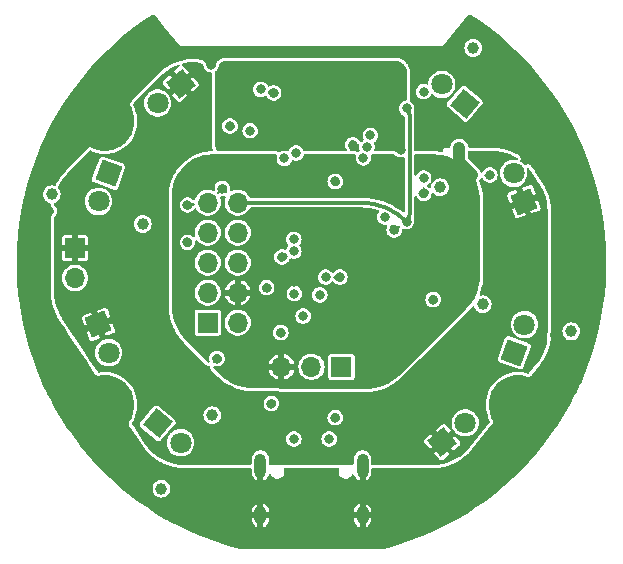
<source format=gbr>
G04 #@! TF.GenerationSoftware,KiCad,Pcbnew,8.0.8*
G04 #@! TF.CreationDate,2025-01-26T21:40:06-06:00*
G04 #@! TF.ProjectId,kbxIrBlaster,6b627849-7242-46c6-9173-7465722e6b69,rev?*
G04 #@! TF.SameCoordinates,Original*
G04 #@! TF.FileFunction,Copper,L3,Inr*
G04 #@! TF.FilePolarity,Positive*
%FSLAX46Y46*%
G04 Gerber Fmt 4.6, Leading zero omitted, Abs format (unit mm)*
G04 Created by KiCad (PCBNEW 8.0.8) date 2025-01-26 21:40:06*
%MOMM*%
%LPD*%
G01*
G04 APERTURE LIST*
G04 Aperture macros list*
%AMRotRect*
0 Rectangle, with rotation*
0 The origin of the aperture is its center*
0 $1 length*
0 $2 width*
0 $3 Rotation angle, in degrees counterclockwise*
0 Add horizontal line*
21,1,$1,$2,0,0,$3*%
G04 Aperture macros list end*
G04 #@! TA.AperFunction,ComponentPad*
%ADD10C,0.800000*%
G04 #@! TD*
G04 #@! TA.AperFunction,ComponentPad*
%ADD11C,5.000000*%
G04 #@! TD*
G04 #@! TA.AperFunction,ComponentPad*
%ADD12O,1.000000X2.100000*%
G04 #@! TD*
G04 #@! TA.AperFunction,ComponentPad*
%ADD13O,1.000000X1.600000*%
G04 #@! TD*
G04 #@! TA.AperFunction,ComponentPad*
%ADD14R,1.700000X1.700000*%
G04 #@! TD*
G04 #@! TA.AperFunction,ComponentPad*
%ADD15O,1.700000X1.700000*%
G04 #@! TD*
G04 #@! TA.AperFunction,ComponentPad*
%ADD16RotRect,1.800000X1.800000X320.000000*%
G04 #@! TD*
G04 #@! TA.AperFunction,ComponentPad*
%ADD17C,1.800000*%
G04 #@! TD*
G04 #@! TA.AperFunction,ComponentPad*
%ADD18RotRect,1.800000X1.800000X70.000000*%
G04 #@! TD*
G04 #@! TA.AperFunction,ComponentPad*
%ADD19RotRect,1.800000X1.800000X140.000000*%
G04 #@! TD*
G04 #@! TA.AperFunction,ComponentPad*
%ADD20RotRect,1.800000X1.800000X290.000000*%
G04 #@! TD*
G04 #@! TA.AperFunction,ComponentPad*
%ADD21RotRect,1.800000X1.800000X250.000000*%
G04 #@! TD*
G04 #@! TA.AperFunction,ComponentPad*
%ADD22RotRect,1.800000X1.800000X220.000000*%
G04 #@! TD*
G04 #@! TA.AperFunction,ComponentPad*
%ADD23RotRect,1.800000X1.800000X40.000000*%
G04 #@! TD*
G04 #@! TA.AperFunction,ComponentPad*
%ADD24RotRect,1.800000X1.800000X110.000000*%
G04 #@! TD*
G04 #@! TA.AperFunction,ViaPad*
%ADD25C,0.800000*%
G04 #@! TD*
G04 #@! TA.AperFunction,ViaPad*
%ADD26C,1.000000*%
G04 #@! TD*
G04 #@! TA.AperFunction,Conductor*
%ADD27C,1.000000*%
G04 #@! TD*
G04 #@! TA.AperFunction,Conductor*
%ADD28C,0.300000*%
G04 #@! TD*
G04 APERTURE END LIST*
D10*
X130625000Y-78000000D03*
X131174175Y-76674175D03*
X131174175Y-79325825D03*
X132500000Y-76125000D03*
D11*
X132500000Y-78000000D03*
D10*
X132500000Y-79875000D03*
X133825825Y-76674175D03*
X133825825Y-79325825D03*
X134375000Y-78000000D03*
X130625000Y-102000000D03*
X131174175Y-100674175D03*
X131174175Y-103325825D03*
X132500000Y-100125000D03*
D11*
X132500000Y-102000000D03*
D10*
X132500000Y-103875000D03*
X133825825Y-100674175D03*
X133825825Y-103325825D03*
X134375000Y-102000000D03*
X165625000Y-102000000D03*
X166174175Y-100674175D03*
X166174175Y-103325825D03*
X167500000Y-100125000D03*
D11*
X167500000Y-102000000D03*
D10*
X167500000Y-103875000D03*
X168825825Y-100674175D03*
X168825825Y-103325825D03*
X169375000Y-102000000D03*
X165625000Y-78000000D03*
X166174175Y-76674175D03*
X166174175Y-79325825D03*
X167500000Y-76125000D03*
D11*
X167500000Y-78000000D03*
D10*
X167500000Y-79875000D03*
X168825825Y-76674175D03*
X168825825Y-79325825D03*
X169375000Y-78000000D03*
D12*
X145680000Y-107170000D03*
D13*
X145680000Y-111350000D03*
D12*
X154320000Y-107170000D03*
D13*
X154320000Y-111350000D03*
D14*
X141210000Y-95050000D03*
D15*
X143750000Y-95050000D03*
X141210000Y-92510000D03*
X143750000Y-92510000D03*
X141210000Y-89970000D03*
X143750000Y-89970000D03*
X141210000Y-87430000D03*
X143750000Y-87430000D03*
X141210000Y-84890000D03*
X143750000Y-84890000D03*
D14*
X152540000Y-98793735D03*
D15*
X150000000Y-98793735D03*
X147460000Y-98793735D03*
D16*
X136973293Y-103580446D03*
D17*
X138919046Y-105213127D03*
D18*
X167163924Y-97598108D03*
D17*
X168032656Y-95211288D03*
D19*
X162976707Y-76519554D03*
D17*
X161030954Y-74886873D03*
D20*
X131963924Y-95201892D03*
D17*
X132832656Y-97588712D03*
D21*
X132836076Y-82401892D03*
D17*
X131967344Y-84788712D03*
D22*
X138926707Y-74830446D03*
D17*
X136980954Y-76463127D03*
D23*
X161073293Y-105169555D03*
D17*
X163019046Y-103536874D03*
D14*
X129975000Y-88736328D03*
D15*
X129975000Y-91276328D03*
D24*
X167986076Y-84798108D03*
D17*
X167117344Y-82411288D03*
D25*
X139500000Y-88250000D03*
X147400000Y-95900000D03*
X127800000Y-85600000D03*
X157000000Y-87200000D03*
X152000000Y-83100000D03*
X146600000Y-101900000D03*
X139500000Y-85100000D03*
X146200000Y-92100000D03*
X165100000Y-82550000D03*
X170600000Y-96100000D03*
X159500000Y-76900000D03*
X143100000Y-78400000D03*
X159500000Y-84100000D03*
X160300000Y-93100000D03*
X152400000Y-91200000D03*
X142450000Y-83700000D03*
X142000000Y-98100000D03*
X163300000Y-73100000D03*
X146800000Y-75600000D03*
X153500000Y-80000000D03*
X152000000Y-103100000D03*
X138400000Y-110100000D03*
X147500000Y-89500000D03*
X141500000Y-73200000D03*
D26*
X143400000Y-98600000D03*
X163612500Y-82550000D03*
X138900000Y-86200000D03*
X138900000Y-90100000D03*
X148500000Y-91500000D03*
X140100000Y-82400000D03*
X162514013Y-80235987D03*
X161787500Y-92050000D03*
X161787500Y-94150000D03*
X142500000Y-74200000D03*
X143045298Y-77200000D03*
D25*
X157570638Y-80411200D03*
X157000000Y-73700000D03*
X144800000Y-78800000D03*
X147700000Y-81149998D03*
X148500000Y-89000000D03*
D26*
X163700000Y-71800000D03*
D25*
X148500000Y-104900000D03*
X151500000Y-104900000D03*
X148700000Y-80700000D03*
X154700000Y-80200000D03*
X154986432Y-79196848D03*
X145700000Y-75300000D03*
X159500000Y-75500000D03*
X159500000Y-82800000D03*
X150700000Y-92700000D03*
X154399583Y-81101251D03*
X156200000Y-86100000D03*
X149300000Y-94500000D03*
X158050000Y-76900000D03*
X158050000Y-86500000D03*
X151200000Y-91200000D03*
D26*
X128000000Y-84200000D03*
X137300000Y-109100000D03*
X172000000Y-95800000D03*
X135700000Y-86700000D03*
X141600000Y-102900000D03*
X164500000Y-93500000D03*
X160900000Y-83600000D03*
D25*
X148544123Y-92607186D03*
X148500000Y-88000000D03*
D27*
X162514013Y-80235987D02*
X162514013Y-81451513D01*
X162514013Y-81451513D02*
X163612500Y-82550000D01*
D28*
X158300000Y-85896447D02*
X158300000Y-77503553D01*
X143750000Y-84890000D02*
X154163117Y-84890000D01*
X158300000Y-77503553D02*
G75*
G03*
X158049986Y-76900014I-853600J-47D01*
G01*
X158050000Y-86500000D02*
G75*
G03*
X158300019Y-85896447I-603600J603600D01*
G01*
X154163117Y-84890000D02*
G75*
G02*
X158049995Y-86500005I-17J-5496900D01*
G01*
G04 #@! TA.AperFunction,Conductor*
G36*
X152059638Y-102707877D02*
G01*
X152129421Y-102725077D01*
X152151734Y-102733539D01*
X152215388Y-102766947D01*
X152235030Y-102780504D01*
X152261931Y-102804336D01*
X152288830Y-102828167D01*
X152288833Y-102828169D01*
X152304658Y-102846032D01*
X152328544Y-102880637D01*
X152345493Y-102905191D01*
X152356585Y-102926324D01*
X152382076Y-102993539D01*
X152387787Y-103016712D01*
X152396451Y-103088065D01*
X152396451Y-103111931D01*
X152387787Y-103183288D01*
X152382076Y-103206461D01*
X152356585Y-103273676D01*
X152345494Y-103294806D01*
X152333714Y-103311873D01*
X152304663Y-103353961D01*
X152288837Y-103371825D01*
X152235029Y-103419494D01*
X152215388Y-103433051D01*
X152151737Y-103466458D01*
X152129423Y-103474921D01*
X152075061Y-103488320D01*
X152059635Y-103492123D01*
X152035943Y-103495000D01*
X151964057Y-103495000D01*
X151940364Y-103492123D01*
X151870576Y-103474921D01*
X151848261Y-103466458D01*
X151784610Y-103433051D01*
X151764970Y-103419494D01*
X151711164Y-103371827D01*
X151695341Y-103353968D01*
X151666287Y-103311876D01*
X151666286Y-103311873D01*
X151654503Y-103294803D01*
X151643411Y-103273670D01*
X151617922Y-103206461D01*
X151617919Y-103206454D01*
X151612211Y-103183288D01*
X151603547Y-103111930D01*
X151603547Y-103088066D01*
X151611676Y-103021112D01*
X151612211Y-103016706D01*
X151617919Y-102993545D01*
X151643414Y-102926319D01*
X151654499Y-102905199D01*
X151695342Y-102846027D01*
X151711160Y-102828173D01*
X151764973Y-102780498D01*
X151784601Y-102766950D01*
X151848267Y-102733536D01*
X151870575Y-102725077D01*
X151922283Y-102712332D01*
X151940361Y-102707877D01*
X151964052Y-102705000D01*
X152035946Y-102705000D01*
X152059638Y-102707877D01*
G37*
G04 #@! TD.AperFunction*
G04 #@! TA.AperFunction,Conductor*
G36*
X146659638Y-101507877D02*
G01*
X146729421Y-101525077D01*
X146751734Y-101533539D01*
X146815388Y-101566947D01*
X146835030Y-101580504D01*
X146861931Y-101604336D01*
X146888830Y-101628167D01*
X146888833Y-101628169D01*
X146904660Y-101646034D01*
X146945495Y-101705194D01*
X146956585Y-101726325D01*
X146982076Y-101793536D01*
X146987788Y-101816711D01*
X146996451Y-101888065D01*
X146996451Y-101911930D01*
X146987787Y-101983288D01*
X146982076Y-102006461D01*
X146956585Y-102073676D01*
X146945493Y-102094809D01*
X146904663Y-102153961D01*
X146888837Y-102171825D01*
X146835029Y-102219494D01*
X146815388Y-102233051D01*
X146751737Y-102266458D01*
X146729423Y-102274921D01*
X146675061Y-102288320D01*
X146659635Y-102292123D01*
X146635943Y-102295000D01*
X146564057Y-102295000D01*
X146540364Y-102292123D01*
X146470576Y-102274921D01*
X146448261Y-102266458D01*
X146384610Y-102233051D01*
X146364970Y-102219494D01*
X146311165Y-102171828D01*
X146295340Y-102153966D01*
X146254501Y-102094802D01*
X146243412Y-102073672D01*
X146235396Y-102052536D01*
X146217920Y-102006456D01*
X146212211Y-101983291D01*
X146206199Y-101933772D01*
X146203547Y-101911929D01*
X146203547Y-101888066D01*
X146204521Y-101880043D01*
X146212211Y-101816706D01*
X146217919Y-101793545D01*
X146243414Y-101726319D01*
X146254499Y-101705199D01*
X146295342Y-101646027D01*
X146311160Y-101628173D01*
X146364973Y-101580498D01*
X146384601Y-101566950D01*
X146448267Y-101533536D01*
X146470575Y-101525077D01*
X146522283Y-101512332D01*
X146540361Y-101507877D01*
X146564052Y-101505000D01*
X146635946Y-101505000D01*
X146659638Y-101507877D01*
G37*
G04 #@! TD.AperFunction*
G04 #@! TA.AperFunction,Conductor*
G36*
X142059638Y-97707877D02*
G01*
X142129421Y-97725077D01*
X142151734Y-97733539D01*
X142215388Y-97766947D01*
X142235030Y-97780504D01*
X142261931Y-97804336D01*
X142288830Y-97828167D01*
X142288833Y-97828169D01*
X142304658Y-97846032D01*
X142345495Y-97905194D01*
X142356583Y-97926318D01*
X142360427Y-97936453D01*
X142382077Y-97993539D01*
X142387788Y-98016713D01*
X142396451Y-98088065D01*
X142396451Y-98111931D01*
X142387786Y-98183291D01*
X142382075Y-98206462D01*
X142356587Y-98273670D01*
X142345495Y-98294804D01*
X142304658Y-98353966D01*
X142288833Y-98371829D01*
X142235034Y-98419492D01*
X142215391Y-98433051D01*
X142151736Y-98466459D01*
X142129423Y-98474921D01*
X142075061Y-98488320D01*
X142059635Y-98492123D01*
X142035943Y-98495000D01*
X141964058Y-98495000D01*
X141940365Y-98492123D01*
X141841714Y-98467807D01*
X141841695Y-98467802D01*
X141841688Y-98467801D01*
X141830972Y-98465399D01*
X141830560Y-98465315D01*
X141822763Y-98463740D01*
X141739982Y-98461991D01*
X141682204Y-98441858D01*
X141647294Y-98391609D01*
X141644234Y-98366567D01*
X141643249Y-98366615D01*
X141640058Y-98300645D01*
X141638841Y-98294804D01*
X141623497Y-98221159D01*
X141617921Y-98206458D01*
X141612211Y-98183290D01*
X141603546Y-98111924D01*
X141603546Y-98088073D01*
X141612211Y-98016704D01*
X141617919Y-97993545D01*
X141643414Y-97926319D01*
X141654499Y-97905199D01*
X141695342Y-97846027D01*
X141711160Y-97828173D01*
X141764973Y-97780498D01*
X141784601Y-97766950D01*
X141848267Y-97733536D01*
X141870575Y-97725077D01*
X141922283Y-97712332D01*
X141940361Y-97707877D01*
X141964052Y-97705000D01*
X142035946Y-97705000D01*
X142059638Y-97707877D01*
G37*
G04 #@! TD.AperFunction*
G04 #@! TA.AperFunction,Conductor*
G36*
X147459638Y-95507877D02*
G01*
X147529421Y-95525077D01*
X147551734Y-95533539D01*
X147615388Y-95566947D01*
X147635030Y-95580504D01*
X147661931Y-95604336D01*
X147688830Y-95628167D01*
X147688833Y-95628169D01*
X147704659Y-95646033D01*
X147745493Y-95705191D01*
X147756585Y-95726324D01*
X147782076Y-95793538D01*
X147787787Y-95816711D01*
X147796451Y-95888065D01*
X147796451Y-95911931D01*
X147787787Y-95983288D01*
X147782076Y-96006461D01*
X147756585Y-96073676D01*
X147745496Y-96094804D01*
X147721591Y-96129437D01*
X147704663Y-96153961D01*
X147688837Y-96171825D01*
X147635029Y-96219494D01*
X147615388Y-96233051D01*
X147551737Y-96266458D01*
X147529423Y-96274921D01*
X147475061Y-96288320D01*
X147459635Y-96292123D01*
X147435943Y-96295000D01*
X147364057Y-96295000D01*
X147340364Y-96292123D01*
X147270576Y-96274921D01*
X147248262Y-96266459D01*
X147238473Y-96261321D01*
X147184603Y-96233048D01*
X147164970Y-96219496D01*
X147111164Y-96171828D01*
X147095341Y-96153967D01*
X147058089Y-96099999D01*
X147054501Y-96094801D01*
X147043413Y-96073675D01*
X147017919Y-96006454D01*
X147012211Y-95983288D01*
X147003547Y-95911930D01*
X147003547Y-95888066D01*
X147006350Y-95864978D01*
X147012211Y-95816706D01*
X147017919Y-95793545D01*
X147043414Y-95726319D01*
X147054499Y-95705199D01*
X147095342Y-95646027D01*
X147111160Y-95628173D01*
X147164973Y-95580498D01*
X147184601Y-95566950D01*
X147248267Y-95533536D01*
X147270575Y-95525077D01*
X147336636Y-95508795D01*
X147340361Y-95507877D01*
X147364052Y-95505000D01*
X147435946Y-95505000D01*
X147459638Y-95507877D01*
G37*
G04 #@! TD.AperFunction*
G04 #@! TA.AperFunction,Conductor*
G36*
X160359638Y-92707877D02*
G01*
X160429421Y-92725077D01*
X160451734Y-92733539D01*
X160515388Y-92766947D01*
X160535030Y-92780504D01*
X160561931Y-92804336D01*
X160588830Y-92828167D01*
X160588833Y-92828169D01*
X160604659Y-92846033D01*
X160645493Y-92905191D01*
X160656585Y-92926324D01*
X160682076Y-92993539D01*
X160687787Y-93016711D01*
X160694584Y-93072685D01*
X160694585Y-93072700D01*
X160696451Y-93088068D01*
X160696451Y-93111934D01*
X160687787Y-93183288D01*
X160682076Y-93206461D01*
X160656585Y-93273676D01*
X160645493Y-93294809D01*
X160604663Y-93353961D01*
X160588837Y-93371825D01*
X160535029Y-93419494D01*
X160515388Y-93433051D01*
X160451737Y-93466458D01*
X160429423Y-93474921D01*
X160375061Y-93488320D01*
X160359635Y-93492123D01*
X160335943Y-93495000D01*
X160264057Y-93495000D01*
X160240364Y-93492123D01*
X160170576Y-93474921D01*
X160148262Y-93466458D01*
X160084610Y-93433051D01*
X160064967Y-93419492D01*
X160060539Y-93415569D01*
X160060539Y-93415570D01*
X160011164Y-93371827D01*
X159995339Y-93353964D01*
X159968441Y-93314996D01*
X159954501Y-93294801D01*
X159943413Y-93273675D01*
X159917919Y-93206454D01*
X159912211Y-93183291D01*
X159903546Y-93111924D01*
X159903546Y-93088073D01*
X159912211Y-93016704D01*
X159917919Y-92993545D01*
X159943414Y-92926319D01*
X159954499Y-92905199D01*
X159995342Y-92846027D01*
X160011160Y-92828173D01*
X160064973Y-92780498D01*
X160084601Y-92766950D01*
X160148267Y-92733536D01*
X160170575Y-92725077D01*
X160222283Y-92712332D01*
X160240361Y-92707877D01*
X160264052Y-92705000D01*
X160335946Y-92705000D01*
X160359638Y-92707877D01*
G37*
G04 #@! TD.AperFunction*
G04 #@! TA.AperFunction,Conductor*
G36*
X146259638Y-91707877D02*
G01*
X146329421Y-91725077D01*
X146351734Y-91733539D01*
X146415388Y-91766947D01*
X146435030Y-91780504D01*
X146461931Y-91804336D01*
X146488830Y-91828167D01*
X146488833Y-91828169D01*
X146504658Y-91846032D01*
X146545495Y-91905194D01*
X146556585Y-91926323D01*
X146564244Y-91946517D01*
X146564245Y-91946520D01*
X146582077Y-91993539D01*
X146587788Y-92016713D01*
X146596451Y-92088065D01*
X146596451Y-92111930D01*
X146587787Y-92183288D01*
X146582076Y-92206461D01*
X146556585Y-92273676D01*
X146545493Y-92294809D01*
X146504662Y-92353962D01*
X146488838Y-92371824D01*
X146442424Y-92412945D01*
X146442416Y-92412952D01*
X146435027Y-92419497D01*
X146415392Y-92433049D01*
X146351737Y-92466458D01*
X146329423Y-92474921D01*
X146275061Y-92488320D01*
X146259635Y-92492123D01*
X146235943Y-92495000D01*
X146164057Y-92495000D01*
X146140364Y-92492123D01*
X146070576Y-92474921D01*
X146048262Y-92466458D01*
X145984606Y-92433049D01*
X145964965Y-92419492D01*
X145911167Y-92371832D01*
X145895342Y-92353970D01*
X145854500Y-92294800D01*
X145843413Y-92273676D01*
X145817918Y-92206451D01*
X145812211Y-92183291D01*
X145803547Y-92111929D01*
X145803547Y-92088066D01*
X145804521Y-92080043D01*
X145812211Y-92016706D01*
X145817919Y-91993545D01*
X145843414Y-91926319D01*
X145854499Y-91905199D01*
X145895342Y-91846027D01*
X145911160Y-91828173D01*
X145964973Y-91780498D01*
X145984601Y-91766950D01*
X146048267Y-91733536D01*
X146070575Y-91725077D01*
X146122283Y-91712332D01*
X146140361Y-91707877D01*
X146164052Y-91705000D01*
X146235946Y-91705000D01*
X146259638Y-91707877D01*
G37*
G04 #@! TD.AperFunction*
G04 #@! TA.AperFunction,Conductor*
G36*
X152459638Y-90807877D02*
G01*
X152529421Y-90825077D01*
X152551734Y-90833539D01*
X152615388Y-90866947D01*
X152635030Y-90880504D01*
X152688833Y-90928169D01*
X152704659Y-90946033D01*
X152745494Y-91005192D01*
X152756586Y-91026325D01*
X152782076Y-91093537D01*
X152787787Y-91116710D01*
X152796451Y-91188065D01*
X152796451Y-91211931D01*
X152787787Y-91283288D01*
X152782076Y-91306461D01*
X152756585Y-91373676D01*
X152745493Y-91394809D01*
X152704663Y-91453961D01*
X152688837Y-91471825D01*
X152635029Y-91519494D01*
X152615388Y-91533051D01*
X152551737Y-91566458D01*
X152529423Y-91574921D01*
X152475061Y-91588320D01*
X152459635Y-91592123D01*
X152435943Y-91595000D01*
X152364057Y-91595000D01*
X152340364Y-91592123D01*
X152270576Y-91574921D01*
X152248262Y-91566459D01*
X152237787Y-91560961D01*
X152184605Y-91533049D01*
X152164969Y-91519495D01*
X152111162Y-91471827D01*
X152095394Y-91454018D01*
X152095388Y-91454023D01*
X152095344Y-91453961D01*
X152095309Y-91453922D01*
X152095034Y-91453523D01*
X152091432Y-91448437D01*
X152091420Y-91448420D01*
X152088607Y-91444548D01*
X152026074Y-91383507D01*
X152026071Y-91383504D01*
X152026068Y-91383502D01*
X151975731Y-91348757D01*
X151975723Y-91348752D01*
X151914902Y-91316596D01*
X151915776Y-91314942D01*
X151874763Y-91284183D01*
X151856740Y-91225712D01*
X151857449Y-91215295D01*
X151859307Y-91200000D01*
X151857097Y-91181799D01*
X151868852Y-91121754D01*
X151911764Y-91080989D01*
X151990420Y-91042396D01*
X152039036Y-91005246D01*
X152095042Y-90946464D01*
X152095327Y-90946050D01*
X152095942Y-90945356D01*
X152097497Y-90943444D01*
X152097577Y-90943509D01*
X152111159Y-90928173D01*
X152164970Y-90880501D01*
X152184609Y-90866947D01*
X152248263Y-90833539D01*
X152270575Y-90825077D01*
X152322283Y-90812332D01*
X152340361Y-90807877D01*
X152364052Y-90805000D01*
X152435946Y-90805000D01*
X152459638Y-90807877D01*
G37*
G04 #@! TD.AperFunction*
G04 #@! TA.AperFunction,Conductor*
G36*
X147559638Y-89107876D02*
G01*
X147671690Y-89135495D01*
X147671690Y-89135494D01*
X147675092Y-89136333D01*
X147679110Y-89137413D01*
X147684820Y-89139080D01*
X147692225Y-89140622D01*
X147695717Y-89141417D01*
X147703260Y-89143276D01*
X147708856Y-89144087D01*
X147711591Y-89144656D01*
X147715136Y-89145395D01*
X147735216Y-89148762D01*
X147779952Y-89145649D01*
X147839315Y-89160471D01*
X147878628Y-89207356D01*
X147879390Y-89209303D01*
X147893319Y-89246030D01*
X147916213Y-89306395D01*
X147957282Y-89365894D01*
X147974778Y-89424524D01*
X147954470Y-89482241D01*
X147952996Y-89484123D01*
X147932276Y-89509922D01*
X147932268Y-89509933D01*
X147891958Y-89580404D01*
X147856584Y-89673674D01*
X147845494Y-89694804D01*
X147804661Y-89753962D01*
X147788834Y-89771827D01*
X147735029Y-89819494D01*
X147715388Y-89833051D01*
X147651737Y-89866458D01*
X147629423Y-89874921D01*
X147575061Y-89888320D01*
X147559635Y-89892123D01*
X147535943Y-89895000D01*
X147464057Y-89895000D01*
X147440364Y-89892123D01*
X147370576Y-89874921D01*
X147348262Y-89866459D01*
X147338473Y-89861321D01*
X147284603Y-89833048D01*
X147264970Y-89819496D01*
X147211163Y-89771827D01*
X147195341Y-89753967D01*
X147154503Y-89694804D01*
X147143413Y-89673674D01*
X147117919Y-89606454D01*
X147112211Y-89583291D01*
X147103546Y-89511924D01*
X147103546Y-89488073D01*
X147112211Y-89416704D01*
X147117919Y-89393545D01*
X147143414Y-89326319D01*
X147154499Y-89305199D01*
X147195342Y-89246027D01*
X147211160Y-89228173D01*
X147264973Y-89180498D01*
X147284601Y-89166950D01*
X147348267Y-89133536D01*
X147370575Y-89125077D01*
X147422283Y-89112332D01*
X147440361Y-89107877D01*
X147464052Y-89105000D01*
X147535947Y-89105000D01*
X147559638Y-89107876D01*
G37*
G04 #@! TD.AperFunction*
G04 #@! TA.AperFunction,Conductor*
G36*
X139559638Y-87857877D02*
G01*
X139629425Y-87875078D01*
X139651735Y-87883539D01*
X139715390Y-87916947D01*
X139735022Y-87930497D01*
X139771108Y-87962467D01*
X139804595Y-87992134D01*
X139810488Y-87997199D01*
X139815026Y-88000983D01*
X139845146Y-88018352D01*
X139886109Y-88063800D01*
X139893236Y-88110175D01*
X139894335Y-88110215D01*
X139891251Y-88195241D01*
X139896451Y-88238065D01*
X139896451Y-88261930D01*
X139887787Y-88333288D01*
X139882076Y-88356461D01*
X139856585Y-88423676D01*
X139845493Y-88444809D01*
X139804663Y-88503961D01*
X139788837Y-88521825D01*
X139735029Y-88569494D01*
X139715388Y-88583051D01*
X139651737Y-88616458D01*
X139629423Y-88624921D01*
X139575061Y-88638320D01*
X139559635Y-88642123D01*
X139535943Y-88645000D01*
X139464057Y-88645000D01*
X139440364Y-88642123D01*
X139370576Y-88624921D01*
X139348262Y-88616458D01*
X139284610Y-88583051D01*
X139264971Y-88569496D01*
X139240423Y-88547749D01*
X139211167Y-88521831D01*
X139195341Y-88503967D01*
X139154503Y-88444803D01*
X139143412Y-88423672D01*
X139135396Y-88402536D01*
X139117920Y-88356456D01*
X139112211Y-88333291D01*
X139103547Y-88261929D01*
X139103547Y-88238066D01*
X139105397Y-88222828D01*
X139112211Y-88166706D01*
X139117919Y-88143545D01*
X139143414Y-88076319D01*
X139154499Y-88055199D01*
X139195342Y-87996027D01*
X139211160Y-87978173D01*
X139264973Y-87930498D01*
X139284601Y-87916950D01*
X139348267Y-87883536D01*
X139370575Y-87875077D01*
X139422283Y-87862332D01*
X139440361Y-87857877D01*
X139464052Y-87855000D01*
X139535946Y-87855000D01*
X139559638Y-87857877D01*
G37*
G04 #@! TD.AperFunction*
G04 #@! TA.AperFunction,Conductor*
G36*
X156810499Y-86805833D02*
G01*
X156813367Y-86806624D01*
X156874391Y-86811056D01*
X156941657Y-86805353D01*
X156950019Y-86805000D01*
X157035947Y-86805000D01*
X157059638Y-86807877D01*
X157137246Y-86827005D01*
X157151991Y-86831894D01*
X157160337Y-86835411D01*
X157161794Y-86836020D01*
X157261100Y-86855773D01*
X157261101Y-86855773D01*
X157322284Y-86855773D01*
X157322286Y-86855773D01*
X157368402Y-86850314D01*
X157428408Y-86862250D01*
X157469942Y-86907179D01*
X157477135Y-86967940D01*
X157466415Y-86997000D01*
X157431413Y-87059502D01*
X157431411Y-87059507D01*
X157425563Y-87077506D01*
X157425547Y-87077527D01*
X157414167Y-87112581D01*
X157414160Y-87112603D01*
X157405144Y-87140351D01*
X157403010Y-87157926D01*
X157403010Y-87157931D01*
X157397167Y-87206025D01*
X157397168Y-87206028D01*
X157387787Y-87283288D01*
X157382076Y-87306461D01*
X157356585Y-87373676D01*
X157345493Y-87394809D01*
X157304663Y-87453961D01*
X157288837Y-87471825D01*
X157235029Y-87519494D01*
X157215388Y-87533051D01*
X157151737Y-87566458D01*
X157129423Y-87574921D01*
X157075061Y-87588320D01*
X157059635Y-87592123D01*
X157035943Y-87595000D01*
X156964057Y-87595000D01*
X156940364Y-87592123D01*
X156870576Y-87574921D01*
X156848262Y-87566459D01*
X156838473Y-87561321D01*
X156784603Y-87533048D01*
X156764970Y-87519496D01*
X156711164Y-87471828D01*
X156695341Y-87453967D01*
X156677207Y-87427696D01*
X156654501Y-87394801D01*
X156643413Y-87373675D01*
X156617919Y-87306454D01*
X156612211Y-87283291D01*
X156603546Y-87211924D01*
X156603546Y-87188073D01*
X156612211Y-87116704D01*
X156617921Y-87093538D01*
X156658849Y-86985624D01*
X156658848Y-86985623D01*
X156668247Y-86960843D01*
X156668191Y-86960331D01*
X156669902Y-86953384D01*
X156678788Y-86922233D01*
X156685788Y-86890092D01*
X156687159Y-86883799D01*
X156689204Y-86884244D01*
X156709293Y-86836539D01*
X156761649Y-86804876D01*
X156810499Y-86805833D01*
G37*
G04 #@! TD.AperFunction*
G04 #@! TA.AperFunction,Conductor*
G36*
X139559638Y-84707877D02*
G01*
X139629425Y-84725078D01*
X139651735Y-84733539D01*
X139715390Y-84766947D01*
X139735022Y-84780497D01*
X139798609Y-84836831D01*
X139798611Y-84836833D01*
X139809690Y-84846648D01*
X139809701Y-84846657D01*
X139823049Y-84857709D01*
X139833492Y-84865784D01*
X139833500Y-84865789D01*
X139877355Y-84887937D01*
X139921212Y-84910087D01*
X139980062Y-84926831D01*
X140030276Y-84934903D01*
X140084727Y-84962806D01*
X140112379Y-85017387D01*
X140113141Y-85023523D01*
X140113916Y-85031895D01*
X140100453Y-85091580D01*
X140058945Y-85129898D01*
X139966379Y-85175315D01*
X139917760Y-85212467D01*
X139861762Y-85271237D01*
X139861760Y-85271240D01*
X139804658Y-85353966D01*
X139788832Y-85371829D01*
X139735032Y-85419492D01*
X139715390Y-85433050D01*
X139651736Y-85466458D01*
X139629423Y-85474921D01*
X139575061Y-85488320D01*
X139559635Y-85492123D01*
X139535943Y-85495000D01*
X139464057Y-85495000D01*
X139440364Y-85492123D01*
X139370576Y-85474921D01*
X139348262Y-85466459D01*
X139338473Y-85461321D01*
X139284603Y-85433048D01*
X139264970Y-85419496D01*
X139211164Y-85371828D01*
X139195341Y-85353967D01*
X139165356Y-85310527D01*
X139154500Y-85294799D01*
X139143413Y-85273676D01*
X139117918Y-85206451D01*
X139112211Y-85183295D01*
X139103546Y-85111924D01*
X139103546Y-85088073D01*
X139112211Y-85016704D01*
X139117919Y-84993545D01*
X139143414Y-84926319D01*
X139154499Y-84905199D01*
X139195342Y-84846027D01*
X139211160Y-84828173D01*
X139264973Y-84780498D01*
X139284601Y-84766950D01*
X139348267Y-84733536D01*
X139370575Y-84725077D01*
X139422283Y-84712332D01*
X139440361Y-84707877D01*
X139464052Y-84705000D01*
X139535946Y-84705000D01*
X139559638Y-84707877D01*
G37*
G04 #@! TD.AperFunction*
G04 #@! TA.AperFunction,Conductor*
G36*
X159578563Y-83630050D02*
G01*
X159584253Y-83637918D01*
X159608478Y-83675139D01*
X159608480Y-83675141D01*
X159651213Y-83718921D01*
X159683765Y-83743178D01*
X159716316Y-83767434D01*
X159716318Y-83767435D01*
X159719613Y-83769510D01*
X159719458Y-83769755D01*
X159735032Y-83780507D01*
X159767984Y-83809700D01*
X159767985Y-83809700D01*
X159788828Y-83828166D01*
X159802789Y-83840534D01*
X159802799Y-83840542D01*
X159806166Y-83843525D01*
X159836976Y-83866963D01*
X159861682Y-83882997D01*
X159877426Y-83892441D01*
X159877429Y-83892442D01*
X159882349Y-83895393D01*
X159881459Y-83896876D01*
X159921003Y-83932882D01*
X159933390Y-83992801D01*
X159924775Y-84023617D01*
X159918268Y-84037621D01*
X159895995Y-84115695D01*
X159887787Y-84183290D01*
X159882076Y-84206461D01*
X159856585Y-84273676D01*
X159845493Y-84294809D01*
X159804663Y-84353961D01*
X159788837Y-84371825D01*
X159735029Y-84419494D01*
X159715388Y-84433051D01*
X159651737Y-84466458D01*
X159629423Y-84474921D01*
X159575061Y-84488320D01*
X159559635Y-84492123D01*
X159535943Y-84495000D01*
X159464057Y-84495000D01*
X159440364Y-84492123D01*
X159370576Y-84474921D01*
X159348262Y-84466459D01*
X159338473Y-84461321D01*
X159284603Y-84433048D01*
X159264965Y-84419492D01*
X159232557Y-84390781D01*
X159211161Y-84371825D01*
X159195344Y-84353971D01*
X159154502Y-84294802D01*
X159143416Y-84273678D01*
X159138705Y-84261256D01*
X159138700Y-84261245D01*
X159124367Y-84229907D01*
X159111896Y-84206827D01*
X159104853Y-84194600D01*
X159104852Y-84194599D01*
X159104851Y-84194597D01*
X159079652Y-84167337D01*
X159054036Y-84111772D01*
X159065973Y-84051762D01*
X159075163Y-84038143D01*
X159075583Y-84037621D01*
X159098393Y-84009219D01*
X159138704Y-83938743D01*
X159143411Y-83926327D01*
X159154501Y-83905195D01*
X159195346Y-83846022D01*
X159211160Y-83828173D01*
X159264966Y-83780505D01*
X159282266Y-83768568D01*
X159282152Y-83768385D01*
X159282167Y-83768375D01*
X159282135Y-83768318D01*
X159283631Y-83767461D01*
X159283676Y-83767438D01*
X159315614Y-83747600D01*
X159338758Y-83730785D01*
X159352361Y-83720194D01*
X159416003Y-83641443D01*
X159416008Y-83641432D01*
X159418554Y-83637560D01*
X159466314Y-83599315D01*
X159527432Y-83596447D01*
X159578563Y-83630050D01*
G37*
G04 #@! TD.AperFunction*
G04 #@! TA.AperFunction,Conductor*
G36*
X142509638Y-83307877D02*
G01*
X142579425Y-83325078D01*
X142601738Y-83333540D01*
X142665385Y-83366944D01*
X142685027Y-83380501D01*
X142738830Y-83428167D01*
X142738833Y-83428169D01*
X142754659Y-83446033D01*
X142795495Y-83505194D01*
X142806587Y-83526328D01*
X142827548Y-83581599D01*
X142832075Y-83593534D01*
X142837788Y-83616712D01*
X142845178Y-83677582D01*
X142845180Y-83677603D01*
X142845181Y-83677603D01*
X142846452Y-83688073D01*
X142846451Y-83711935D01*
X142838780Y-83775109D01*
X142838780Y-83775116D01*
X142837350Y-83821879D01*
X142839471Y-83857364D01*
X142839472Y-83857371D01*
X142839472Y-83857374D01*
X142842393Y-83883655D01*
X142842394Y-83883657D01*
X142873849Y-83967725D01*
X142876533Y-84028851D01*
X142842775Y-84079881D01*
X142785469Y-84101323D01*
X142754832Y-84097862D01*
X142690426Y-84080117D01*
X142690418Y-84080116D01*
X142629397Y-84075684D01*
X142548495Y-84082544D01*
X142509635Y-84092123D01*
X142485942Y-84095000D01*
X142396757Y-84095000D01*
X142382526Y-84093972D01*
X142381663Y-84093846D01*
X142369943Y-84092144D01*
X142369939Y-84092143D01*
X142369933Y-84092143D01*
X142331676Y-84090349D01*
X142331666Y-84090349D01*
X142331664Y-84090349D01*
X142301518Y-84090688D01*
X142301514Y-84090688D01*
X142203819Y-84117278D01*
X142149047Y-84144558D01*
X142149037Y-84144563D01*
X142144997Y-84147210D01*
X142085958Y-84163271D01*
X142028753Y-84141562D01*
X142024069Y-84137552D01*
X142016225Y-84130402D01*
X142009053Y-84123864D01*
X141978786Y-84070691D01*
X141985554Y-84009881D01*
X142000277Y-83986629D01*
X142004088Y-83982139D01*
X142004602Y-83981534D01*
X142043068Y-83887873D01*
X142054824Y-83827828D01*
X142057767Y-83746691D01*
X142053546Y-83711926D01*
X142053546Y-83688073D01*
X142062211Y-83616704D01*
X142067919Y-83593545D01*
X142093414Y-83526319D01*
X142104499Y-83505199D01*
X142145342Y-83446027D01*
X142161160Y-83428173D01*
X142214973Y-83380498D01*
X142234601Y-83366950D01*
X142298267Y-83333536D01*
X142320575Y-83325077D01*
X142372283Y-83312332D01*
X142390361Y-83307877D01*
X142414052Y-83305000D01*
X142485946Y-83305000D01*
X142509638Y-83307877D01*
G37*
G04 #@! TD.AperFunction*
G04 #@! TA.AperFunction,Conductor*
G36*
X152059638Y-82707877D02*
G01*
X152129421Y-82725077D01*
X152151734Y-82733539D01*
X152215388Y-82766947D01*
X152235030Y-82780504D01*
X152257768Y-82800648D01*
X152288830Y-82828167D01*
X152288833Y-82828169D01*
X152304659Y-82846033D01*
X152345493Y-82905191D01*
X152356584Y-82926324D01*
X152382076Y-82993540D01*
X152387788Y-83016712D01*
X152396452Y-83088064D01*
X152396452Y-83111932D01*
X152387787Y-83183289D01*
X152382075Y-83206462D01*
X152356585Y-83273672D01*
X152345495Y-83294803D01*
X152304661Y-83353962D01*
X152288834Y-83371827D01*
X152235029Y-83419494D01*
X152215388Y-83433051D01*
X152151737Y-83466458D01*
X152129423Y-83474921D01*
X152075061Y-83488320D01*
X152059635Y-83492123D01*
X152035943Y-83495000D01*
X151964057Y-83495000D01*
X151940364Y-83492123D01*
X151870576Y-83474921D01*
X151848262Y-83466459D01*
X151838473Y-83461321D01*
X151784603Y-83433048D01*
X151764968Y-83419495D01*
X151749471Y-83405765D01*
X151728542Y-83387224D01*
X151711167Y-83371830D01*
X151695342Y-83353967D01*
X151676303Y-83326384D01*
X151676298Y-83326380D01*
X151654501Y-83294802D01*
X151643412Y-83273672D01*
X151628615Y-83234657D01*
X151617920Y-83206456D01*
X151612211Y-83183289D01*
X151603547Y-83111929D01*
X151603547Y-83088066D01*
X151604521Y-83080043D01*
X151612211Y-83016706D01*
X151617921Y-82993540D01*
X151643414Y-82926319D01*
X151654499Y-82905199D01*
X151695342Y-82846027D01*
X151711160Y-82828173D01*
X151764973Y-82780498D01*
X151784601Y-82766950D01*
X151848267Y-82733536D01*
X151870575Y-82725077D01*
X151922283Y-82712332D01*
X151940361Y-82707877D01*
X151964052Y-82705000D01*
X152035946Y-82705000D01*
X152059638Y-82707877D01*
G37*
G04 #@! TD.AperFunction*
G04 #@! TA.AperFunction,Conductor*
G36*
X165159638Y-82157877D02*
G01*
X165229421Y-82175077D01*
X165251734Y-82183539D01*
X165315388Y-82216947D01*
X165335030Y-82230504D01*
X165361931Y-82254336D01*
X165388830Y-82278167D01*
X165388833Y-82278169D01*
X165404659Y-82296033D01*
X165445493Y-82355191D01*
X165456585Y-82376324D01*
X165482076Y-82443539D01*
X165487787Y-82466712D01*
X165496193Y-82535943D01*
X165496188Y-82535943D01*
X165496198Y-82535975D01*
X165496455Y-82538097D01*
X165496451Y-82561933D01*
X165487787Y-82633288D01*
X165482076Y-82656461D01*
X165456585Y-82723676D01*
X165445494Y-82744806D01*
X165430212Y-82766947D01*
X165404663Y-82803961D01*
X165388837Y-82821825D01*
X165335029Y-82869494D01*
X165315388Y-82883051D01*
X165251737Y-82916458D01*
X165229423Y-82924921D01*
X165181191Y-82936810D01*
X165159635Y-82942123D01*
X165135943Y-82945000D01*
X165064057Y-82945000D01*
X165040364Y-82942123D01*
X164970576Y-82924921D01*
X164948262Y-82916459D01*
X164926792Y-82905191D01*
X164884603Y-82883048D01*
X164864970Y-82869496D01*
X164811164Y-82821828D01*
X164795341Y-82803967D01*
X164764975Y-82759975D01*
X164754189Y-82744349D01*
X164745771Y-82729584D01*
X164745121Y-82728177D01*
X164745119Y-82728170D01*
X164710428Y-82664952D01*
X164710427Y-82664950D01*
X164710425Y-82664947D01*
X164677837Y-82621294D01*
X164672974Y-82615983D01*
X164647621Y-82560297D01*
X164659842Y-82500345D01*
X164668800Y-82487136D01*
X164704804Y-82442309D01*
X164745119Y-82371829D01*
X164745124Y-82371813D01*
X164746194Y-82369550D01*
X164754243Y-82355571D01*
X164795345Y-82296023D01*
X164811160Y-82278173D01*
X164864973Y-82230498D01*
X164884601Y-82216950D01*
X164948267Y-82183536D01*
X164970575Y-82175077D01*
X165022283Y-82162332D01*
X165040361Y-82157877D01*
X165064052Y-82155000D01*
X165135946Y-82155000D01*
X165159638Y-82157877D01*
G37*
G04 #@! TD.AperFunction*
G04 #@! TA.AperFunction,Conductor*
G36*
X153559638Y-79607877D02*
G01*
X153629421Y-79625077D01*
X153651734Y-79633539D01*
X153715388Y-79666947D01*
X153735030Y-79680504D01*
X153761931Y-79704336D01*
X153788830Y-79728167D01*
X153788833Y-79728169D01*
X153804659Y-79746033D01*
X153858759Y-79824410D01*
X153872972Y-79845000D01*
X153874696Y-79850778D01*
X153880981Y-79857873D01*
X153884693Y-79862612D01*
X153885456Y-79863024D01*
X153887899Y-79865682D01*
X153894760Y-79873427D01*
X153894770Y-79873439D01*
X153919043Y-79900849D01*
X153919093Y-79900894D01*
X153931560Y-79914967D01*
X153931566Y-79914973D01*
X153977106Y-79955564D01*
X153998319Y-79964881D01*
X154043994Y-80005591D01*
X154057017Y-80065375D01*
X154056786Y-80067456D01*
X154040693Y-80199998D01*
X154040693Y-80200001D01*
X154059850Y-80357780D01*
X154059852Y-80357786D01*
X154086507Y-80428067D01*
X154089464Y-80489181D01*
X154055934Y-80540361D01*
X154039951Y-80550833D01*
X154025052Y-80558652D01*
X153984641Y-80594454D01*
X153928546Y-80618889D01*
X153870619Y-80606728D01*
X153808800Y-80572108D01*
X153750603Y-80553199D01*
X153750606Y-80553199D01*
X153670421Y-80540500D01*
X153670418Y-80540500D01*
X153342990Y-80540500D01*
X153284799Y-80521593D01*
X153248835Y-80472093D01*
X153244424Y-80450755D01*
X153236813Y-80369700D01*
X153236812Y-80369698D01*
X153236812Y-80369693D01*
X153219317Y-80311062D01*
X153184216Y-80237850D01*
X153154500Y-80194798D01*
X153143413Y-80173674D01*
X153117919Y-80106454D01*
X153112211Y-80083291D01*
X153103546Y-80011924D01*
X153103546Y-79988073D01*
X153112211Y-79916704D01*
X153117919Y-79893545D01*
X153143414Y-79826319D01*
X153154499Y-79805199D01*
X153195342Y-79746027D01*
X153211160Y-79728173D01*
X153264973Y-79680498D01*
X153284601Y-79666950D01*
X153348267Y-79633536D01*
X153370575Y-79625077D01*
X153422283Y-79612332D01*
X153440361Y-79607877D01*
X153464052Y-79605000D01*
X153535946Y-79605000D01*
X153559638Y-79607877D01*
G37*
G04 #@! TD.AperFunction*
G04 #@! TA.AperFunction,Conductor*
G36*
X143159638Y-78007877D02*
G01*
X143229421Y-78025077D01*
X143251734Y-78033539D01*
X143315388Y-78066947D01*
X143335030Y-78080504D01*
X143361931Y-78104336D01*
X143388830Y-78128167D01*
X143388833Y-78128169D01*
X143404660Y-78146034D01*
X143445495Y-78205194D01*
X143456585Y-78226324D01*
X143475256Y-78275554D01*
X143475257Y-78275559D01*
X143475258Y-78275559D01*
X143482076Y-78293539D01*
X143487786Y-78316707D01*
X143496451Y-78388064D01*
X143496451Y-78411931D01*
X143487787Y-78483288D01*
X143482076Y-78506460D01*
X143456586Y-78573673D01*
X143445494Y-78594807D01*
X143404661Y-78653963D01*
X143388834Y-78671827D01*
X143335028Y-78719494D01*
X143315388Y-78733051D01*
X143251737Y-78766458D01*
X143229423Y-78774921D01*
X143175061Y-78788320D01*
X143159635Y-78792123D01*
X143135943Y-78795000D01*
X143064057Y-78795000D01*
X143040364Y-78792123D01*
X142970576Y-78774921D01*
X142948262Y-78766458D01*
X142884610Y-78733051D01*
X142864968Y-78719493D01*
X142833855Y-78691929D01*
X142833841Y-78691919D01*
X142811165Y-78671829D01*
X142795341Y-78653967D01*
X142754503Y-78594804D01*
X142743412Y-78573673D01*
X142717919Y-78506454D01*
X142712211Y-78483288D01*
X142706629Y-78437320D01*
X142703547Y-78411930D01*
X142703547Y-78388066D01*
X142704521Y-78380043D01*
X142712211Y-78316706D01*
X142717919Y-78293545D01*
X142743414Y-78226319D01*
X142754499Y-78205199D01*
X142795342Y-78146027D01*
X142811160Y-78128173D01*
X142864973Y-78080498D01*
X142884601Y-78066950D01*
X142948267Y-78033536D01*
X142970575Y-78025077D01*
X143022283Y-78012332D01*
X143040361Y-78007877D01*
X143064052Y-78005000D01*
X143135946Y-78005000D01*
X143159638Y-78007877D01*
G37*
G04 #@! TD.AperFunction*
G04 #@! TA.AperFunction,Conductor*
G36*
X146859638Y-75207877D02*
G01*
X146929421Y-75225077D01*
X146951734Y-75233539D01*
X147015388Y-75266947D01*
X147035030Y-75280504D01*
X147061931Y-75304336D01*
X147079949Y-75320299D01*
X147088833Y-75328169D01*
X147104658Y-75346032D01*
X147143137Y-75401778D01*
X147145495Y-75405194D01*
X147156586Y-75426326D01*
X147182076Y-75493537D01*
X147187787Y-75516710D01*
X147196451Y-75588066D01*
X147196451Y-75611932D01*
X147187787Y-75683288D01*
X147182076Y-75706461D01*
X147156585Y-75773676D01*
X147145494Y-75794806D01*
X147133538Y-75812128D01*
X147104663Y-75853961D01*
X147088837Y-75871825D01*
X147035029Y-75919494D01*
X147015388Y-75933051D01*
X146951737Y-75966458D01*
X146929423Y-75974921D01*
X146875061Y-75988320D01*
X146859635Y-75992123D01*
X146835943Y-75995000D01*
X146764057Y-75995000D01*
X146740364Y-75992123D01*
X146670576Y-75974921D01*
X146648262Y-75966459D01*
X146638473Y-75961321D01*
X146584603Y-75933048D01*
X146564970Y-75919496D01*
X146511164Y-75871828D01*
X146495341Y-75853967D01*
X146462981Y-75807086D01*
X146442100Y-75776835D01*
X146435364Y-75765538D01*
X146429206Y-75753452D01*
X146429204Y-75753448D01*
X146405791Y-75717711D01*
X146384001Y-75689016D01*
X146340449Y-75655528D01*
X146305846Y-75605070D01*
X146307509Y-75543907D01*
X146308231Y-75541941D01*
X146317800Y-75516710D01*
X146340149Y-75457782D01*
X146346494Y-75405521D01*
X146372277Y-75350035D01*
X146425751Y-75320299D01*
X146428094Y-75319869D01*
X146470121Y-75312692D01*
X146547028Y-75286672D01*
X146648271Y-75233533D01*
X146670568Y-75225078D01*
X146740367Y-75207875D01*
X146764051Y-75205000D01*
X146835946Y-75205000D01*
X146859638Y-75207877D01*
G37*
G04 #@! TD.AperFunction*
G04 #@! TA.AperFunction,Conductor*
G36*
X136696188Y-69018907D02*
G01*
X136713818Y-69035345D01*
X137552224Y-70034106D01*
X138863649Y-71596357D01*
X138868829Y-71604891D01*
X138878140Y-71614202D01*
X138883959Y-71620552D01*
X138887624Y-71624918D01*
X138888873Y-71625500D01*
X138889438Y-71625500D01*
X138894588Y-71625500D01*
X138903195Y-71625875D01*
X138908305Y-71626321D01*
X138908305Y-71626320D01*
X138916296Y-71627018D01*
X138926154Y-71625500D01*
X161073839Y-71625500D01*
X161083703Y-71627019D01*
X161091694Y-71626321D01*
X161091695Y-71626322D01*
X161096816Y-71625874D01*
X161105425Y-71625500D01*
X161111124Y-71625500D01*
X161112376Y-71624915D01*
X161112736Y-71624485D01*
X161112740Y-71624485D01*
X161116061Y-71620527D01*
X161121859Y-71614202D01*
X161125500Y-71610562D01*
X161125500Y-71610559D01*
X161131169Y-71604891D01*
X161136345Y-71596364D01*
X163286178Y-69035348D01*
X163338071Y-69002936D01*
X163362002Y-69000000D01*
X163472125Y-69000000D01*
X163526760Y-69016441D01*
X164188098Y-69454093D01*
X164191329Y-69456325D01*
X164991776Y-70032950D01*
X164994915Y-70035306D01*
X165771913Y-70643264D01*
X165774930Y-70645723D01*
X166527180Y-71283997D01*
X166530112Y-71286586D01*
X167256473Y-71954208D01*
X167256474Y-71954209D01*
X167259282Y-71956895D01*
X167958604Y-72652810D01*
X167961312Y-72655615D01*
X168632451Y-73378683D01*
X168635065Y-73381613D01*
X169277016Y-74130750D01*
X169279511Y-74133782D01*
X169891220Y-74907757D01*
X169893594Y-74910886D01*
X170474150Y-75708548D01*
X170476397Y-75711769D01*
X171024824Y-76531772D01*
X171026943Y-76535079D01*
X171542449Y-77376240D01*
X171544434Y-77379628D01*
X171890763Y-77998573D01*
X172018200Y-78226324D01*
X172026164Y-78240556D01*
X172028013Y-78244020D01*
X172475218Y-79123372D01*
X172476929Y-79126908D01*
X172888915Y-80023327D01*
X172890483Y-80026927D01*
X173135706Y-80621581D01*
X173239895Y-80874237D01*
X173266576Y-80938936D01*
X173267998Y-80942589D01*
X173311759Y-81061931D01*
X173607637Y-81868834D01*
X173608916Y-81872547D01*
X173739649Y-82278167D01*
X173908045Y-82800648D01*
X173911553Y-82811530D01*
X173912683Y-82815292D01*
X174177835Y-83765524D01*
X174178815Y-83769326D01*
X174406073Y-84729325D01*
X174406901Y-84733163D01*
X174594697Y-85695224D01*
X174595909Y-85701430D01*
X174596585Y-85705299D01*
X174747039Y-86680295D01*
X174747561Y-86684187D01*
X174859230Y-87664392D01*
X174859597Y-87668302D01*
X174932304Y-88652174D01*
X174932515Y-88656095D01*
X174966143Y-89642043D01*
X174966199Y-89645970D01*
X174960697Y-90632475D01*
X174960598Y-90636401D01*
X174915972Y-91621964D01*
X174915716Y-91625883D01*
X174832044Y-92608835D01*
X174831634Y-92612741D01*
X174709034Y-93591669D01*
X174708468Y-93595555D01*
X174547152Y-94568772D01*
X174546434Y-94572633D01*
X174346632Y-95538766D01*
X174345760Y-95542595D01*
X174107809Y-96499998D01*
X174106786Y-96503790D01*
X173831051Y-97451001D01*
X173829879Y-97454749D01*
X173516787Y-98390299D01*
X173515467Y-98393997D01*
X173165531Y-99316359D01*
X173164066Y-99320003D01*
X172777804Y-100227808D01*
X172776195Y-100231390D01*
X172354244Y-101123136D01*
X172352494Y-101126652D01*
X171895509Y-102000961D01*
X171893621Y-102004405D01*
X171402317Y-102859908D01*
X171400294Y-102863274D01*
X170875447Y-103698618D01*
X170873292Y-103701901D01*
X170315735Y-104515760D01*
X170313452Y-104518955D01*
X169724049Y-105310071D01*
X169721641Y-105313173D01*
X169101315Y-106080304D01*
X169098785Y-106083308D01*
X168448556Y-106825195D01*
X168445910Y-106828097D01*
X167766725Y-107543657D01*
X167763965Y-107546451D01*
X167056960Y-108234488D01*
X167054092Y-108237170D01*
X166320366Y-108896615D01*
X166317394Y-108899182D01*
X165558069Y-109529027D01*
X165554997Y-109531474D01*
X164771301Y-110130699D01*
X164768135Y-110133022D01*
X163961289Y-110700695D01*
X163958033Y-110702891D01*
X163129280Y-111238136D01*
X163125939Y-111240200D01*
X162276660Y-111742125D01*
X162273240Y-111744056D01*
X161404681Y-112211926D01*
X161401187Y-112213719D01*
X160514796Y-112646753D01*
X160511234Y-112648407D01*
X159608340Y-113045958D01*
X159604716Y-113047469D01*
X158686759Y-113408900D01*
X158683077Y-113410266D01*
X157751514Y-113735004D01*
X157747780Y-113736223D01*
X156804084Y-114023756D01*
X156800306Y-114024826D01*
X156143597Y-114196772D01*
X156118521Y-114200000D01*
X143881474Y-114200000D01*
X143856399Y-114196772D01*
X143668808Y-114147655D01*
X143199693Y-114024827D01*
X143195915Y-114023757D01*
X142252219Y-113736224D01*
X142248485Y-113735005D01*
X141316922Y-113410267D01*
X141313240Y-113408901D01*
X140395283Y-113047470D01*
X140391659Y-113045959D01*
X139488774Y-112648413D01*
X139485221Y-112646763D01*
X138598791Y-112213709D01*
X138595316Y-112211926D01*
X138215186Y-112007160D01*
X137726759Y-111744057D01*
X137723339Y-111742126D01*
X136874059Y-111240201D01*
X136870718Y-111238137D01*
X136464425Y-110975735D01*
X144926000Y-110975735D01*
X144926000Y-111095999D01*
X144926001Y-111096000D01*
X145380000Y-111096000D01*
X145380000Y-111604000D01*
X144926001Y-111604000D01*
X144926000Y-111604001D01*
X144926000Y-111724264D01*
X144954976Y-111869933D01*
X144954976Y-111869935D01*
X145011811Y-112007148D01*
X145011817Y-112007160D01*
X145094330Y-112130646D01*
X145094333Y-112130650D01*
X145199349Y-112235666D01*
X145199353Y-112235669D01*
X145322848Y-112318186D01*
X145425999Y-112360913D01*
X145426000Y-112360912D01*
X145426000Y-111810060D01*
X145439940Y-111834205D01*
X145495795Y-111890060D01*
X145564204Y-111929556D01*
X145640504Y-111950000D01*
X145719496Y-111950000D01*
X145795796Y-111929556D01*
X145864205Y-111890060D01*
X145920060Y-111834205D01*
X145934000Y-111810060D01*
X145934000Y-112360913D01*
X146037151Y-112318186D01*
X146160646Y-112235669D01*
X146160650Y-112235666D01*
X146265666Y-112130650D01*
X146265669Y-112130646D01*
X146348182Y-112007160D01*
X146348188Y-112007148D01*
X146405023Y-111869935D01*
X146405023Y-111869933D01*
X146433999Y-111724264D01*
X146434000Y-111724260D01*
X146434000Y-111604001D01*
X146433999Y-111604000D01*
X145980000Y-111604000D01*
X145980000Y-111096000D01*
X146433999Y-111096000D01*
X146434000Y-111095999D01*
X146434000Y-110975739D01*
X146433999Y-110975735D01*
X153566000Y-110975735D01*
X153566000Y-111095999D01*
X153566001Y-111096000D01*
X154020000Y-111096000D01*
X154020000Y-111604000D01*
X153566001Y-111604000D01*
X153566000Y-111604001D01*
X153566000Y-111724264D01*
X153594976Y-111869933D01*
X153594976Y-111869935D01*
X153651811Y-112007148D01*
X153651817Y-112007160D01*
X153734330Y-112130646D01*
X153734333Y-112130650D01*
X153839349Y-112235666D01*
X153839353Y-112235669D01*
X153962848Y-112318186D01*
X154065999Y-112360913D01*
X154066000Y-112360912D01*
X154066000Y-111810060D01*
X154079940Y-111834205D01*
X154135795Y-111890060D01*
X154204204Y-111929556D01*
X154280504Y-111950000D01*
X154359496Y-111950000D01*
X154435796Y-111929556D01*
X154504205Y-111890060D01*
X154560060Y-111834205D01*
X154574000Y-111810060D01*
X154574000Y-112360913D01*
X154677151Y-112318186D01*
X154800646Y-112235669D01*
X154800650Y-112235666D01*
X154905666Y-112130650D01*
X154905669Y-112130646D01*
X154988182Y-112007160D01*
X154988188Y-112007148D01*
X155045023Y-111869935D01*
X155045023Y-111869933D01*
X155073999Y-111724264D01*
X155074000Y-111724260D01*
X155074000Y-111604001D01*
X155073999Y-111604000D01*
X154620000Y-111604000D01*
X154620000Y-111096000D01*
X155073999Y-111096000D01*
X155074000Y-111095999D01*
X155074000Y-110975739D01*
X155073999Y-110975735D01*
X155045023Y-110830066D01*
X155045023Y-110830064D01*
X154988188Y-110692851D01*
X154988182Y-110692839D01*
X154905669Y-110569353D01*
X154905666Y-110569349D01*
X154800650Y-110464333D01*
X154800646Y-110464330D01*
X154677152Y-110381813D01*
X154574000Y-110339085D01*
X154574000Y-110889939D01*
X154560060Y-110865795D01*
X154504205Y-110809940D01*
X154435796Y-110770444D01*
X154359496Y-110750000D01*
X154280504Y-110750000D01*
X154204204Y-110770444D01*
X154135795Y-110809940D01*
X154079940Y-110865795D01*
X154066000Y-110889939D01*
X154066000Y-110339086D01*
X154065999Y-110339085D01*
X153962847Y-110381813D01*
X153839353Y-110464330D01*
X153839349Y-110464333D01*
X153734333Y-110569349D01*
X153734330Y-110569353D01*
X153651817Y-110692839D01*
X153651811Y-110692851D01*
X153594976Y-110830064D01*
X153594976Y-110830066D01*
X153566000Y-110975735D01*
X146433999Y-110975735D01*
X146405023Y-110830066D01*
X146405023Y-110830064D01*
X146348188Y-110692851D01*
X146348182Y-110692839D01*
X146265669Y-110569353D01*
X146265666Y-110569349D01*
X146160650Y-110464333D01*
X146160646Y-110464330D01*
X146037152Y-110381813D01*
X145934000Y-110339085D01*
X145934000Y-110889939D01*
X145920060Y-110865795D01*
X145864205Y-110809940D01*
X145795796Y-110770444D01*
X145719496Y-110750000D01*
X145640504Y-110750000D01*
X145564204Y-110770444D01*
X145495795Y-110809940D01*
X145439940Y-110865795D01*
X145426000Y-110889939D01*
X145426000Y-110339086D01*
X145425999Y-110339085D01*
X145322847Y-110381813D01*
X145199353Y-110464330D01*
X145199349Y-110464333D01*
X145094333Y-110569349D01*
X145094330Y-110569353D01*
X145011817Y-110692839D01*
X145011811Y-110692851D01*
X144954976Y-110830064D01*
X144954976Y-110830066D01*
X144926000Y-110975735D01*
X136464425Y-110975735D01*
X136041965Y-110702892D01*
X136038709Y-110700696D01*
X135231863Y-110133023D01*
X135228697Y-110130700D01*
X134445002Y-109531475D01*
X134441930Y-109529028D01*
X134128399Y-109268960D01*
X133924699Y-109099995D01*
X136540726Y-109099995D01*
X136540726Y-109100004D01*
X136559761Y-109268948D01*
X136559764Y-109268960D01*
X136615918Y-109429437D01*
X136615918Y-109429438D01*
X136706373Y-109573396D01*
X136706376Y-109573400D01*
X136826600Y-109693624D01*
X136970563Y-109784082D01*
X137034827Y-109806568D01*
X137131039Y-109840235D01*
X137131043Y-109840236D01*
X137131046Y-109840237D01*
X137131047Y-109840237D01*
X137131051Y-109840238D01*
X137299996Y-109859274D01*
X137300000Y-109859274D01*
X137300004Y-109859274D01*
X137468948Y-109840238D01*
X137468950Y-109840237D01*
X137468954Y-109840237D01*
X137629437Y-109784082D01*
X137773400Y-109693624D01*
X137893624Y-109573400D01*
X137984082Y-109429437D01*
X138040237Y-109268954D01*
X138059274Y-109100000D01*
X138059274Y-109099995D01*
X138040238Y-108931051D01*
X138040235Y-108931039D01*
X138017283Y-108865447D01*
X137984082Y-108770563D01*
X137970933Y-108749637D01*
X137893626Y-108626603D01*
X137893625Y-108626602D01*
X137893624Y-108626600D01*
X137773400Y-108506376D01*
X137773397Y-108506374D01*
X137773396Y-108506373D01*
X137629438Y-108415918D01*
X137468960Y-108359764D01*
X137468948Y-108359761D01*
X137300004Y-108340726D01*
X137299996Y-108340726D01*
X137131051Y-108359761D01*
X137131039Y-108359764D01*
X136970562Y-108415918D01*
X136970561Y-108415918D01*
X136826603Y-108506373D01*
X136706373Y-108626603D01*
X136615918Y-108770561D01*
X136615918Y-108770562D01*
X136559764Y-108931039D01*
X136559761Y-108931051D01*
X136540726Y-109099995D01*
X133924699Y-109099995D01*
X133682601Y-108899179D01*
X133679633Y-108896616D01*
X133516097Y-108749636D01*
X132945897Y-108237161D01*
X132943038Y-108234488D01*
X132781363Y-108077151D01*
X132236033Y-107546451D01*
X132233273Y-107543657D01*
X132176765Y-107484123D01*
X131554080Y-106828088D01*
X131551442Y-106825195D01*
X131395324Y-106647071D01*
X130901205Y-106083300D01*
X130898683Y-106080305D01*
X130891979Y-106072015D01*
X130404368Y-105469006D01*
X130278358Y-105313174D01*
X130275950Y-105310072D01*
X129686546Y-104518956D01*
X129684263Y-104515761D01*
X129233349Y-103857566D01*
X129126701Y-103701893D01*
X129124552Y-103698619D01*
X129124551Y-103698618D01*
X128599701Y-102863269D01*
X128597681Y-102859908D01*
X128552081Y-102780506D01*
X128106376Y-102004405D01*
X128104489Y-102000962D01*
X127909636Y-101628167D01*
X127647503Y-101126651D01*
X127645754Y-101123137D01*
X127605717Y-101038524D01*
X127223798Y-100231380D01*
X127222194Y-100227809D01*
X127181973Y-100133281D01*
X126835928Y-99319994D01*
X126834467Y-99316359D01*
X126484531Y-98393997D01*
X126483211Y-98390299D01*
X126382065Y-98088065D01*
X126170107Y-97454712D01*
X126168958Y-97451038D01*
X125893202Y-96503755D01*
X125892198Y-96500035D01*
X125654235Y-95542585D01*
X125653366Y-95538766D01*
X125648642Y-95515925D01*
X125488795Y-94742993D01*
X125453564Y-94572633D01*
X125452846Y-94568772D01*
X125378431Y-94119827D01*
X125291527Y-93595535D01*
X125290964Y-93591669D01*
X125168359Y-92612693D01*
X125167959Y-92608883D01*
X125084279Y-91625843D01*
X125084028Y-91622003D01*
X125039398Y-90636354D01*
X125039302Y-90632522D01*
X125033799Y-89645922D01*
X125033854Y-89642092D01*
X125067484Y-88656069D01*
X125067692Y-88652199D01*
X125140402Y-87668290D01*
X125140768Y-87664392D01*
X125252439Y-86684166D01*
X125252959Y-86680295D01*
X125403422Y-85705245D01*
X125404079Y-85701485D01*
X125593106Y-84733113D01*
X125593914Y-84729374D01*
X125719232Y-84199995D01*
X127240726Y-84199995D01*
X127240726Y-84200004D01*
X127259761Y-84368948D01*
X127259764Y-84368960D01*
X127315918Y-84529437D01*
X127315918Y-84529438D01*
X127406373Y-84673396D01*
X127406376Y-84673400D01*
X127526600Y-84793624D01*
X127526602Y-84793625D01*
X127526603Y-84793626D01*
X127653282Y-84873224D01*
X127670563Y-84884082D01*
X127730895Y-84905193D01*
X127831039Y-84940235D01*
X127831043Y-84940236D01*
X127831046Y-84940237D01*
X127860939Y-84943605D01*
X127916645Y-84968907D01*
X127946842Y-85022122D01*
X127948837Y-85040132D01*
X127949199Y-85059514D01*
X127951421Y-85085604D01*
X127952984Y-85099492D01*
X127952984Y-85099493D01*
X127952984Y-85099495D01*
X127952985Y-85099497D01*
X127986303Y-85195110D01*
X128017321Y-85247848D01*
X128068919Y-85310527D01*
X128068920Y-85310528D01*
X128068922Y-85310530D01*
X128068925Y-85310533D01*
X128088834Y-85328171D01*
X128104650Y-85346019D01*
X128105914Y-85347851D01*
X128105924Y-85347867D01*
X128145493Y-85405192D01*
X128156584Y-85426325D01*
X128182075Y-85493538D01*
X128187787Y-85516710D01*
X128192467Y-85555251D01*
X128192468Y-85555264D01*
X128196451Y-85588067D01*
X128196451Y-85611933D01*
X128187787Y-85683288D01*
X128182076Y-85706461D01*
X128156586Y-85773673D01*
X128145494Y-85794806D01*
X128104660Y-85853964D01*
X128088836Y-85871826D01*
X128061286Y-85896233D01*
X128061253Y-85896264D01*
X128041219Y-85916057D01*
X128041217Y-85916059D01*
X128026757Y-85931989D01*
X128021580Y-85937867D01*
X127972107Y-86026206D01*
X127953199Y-86084402D01*
X127940500Y-86164585D01*
X127940500Y-92490206D01*
X127940577Y-92496586D01*
X127940695Y-92501422D01*
X127940927Y-92507733D01*
X127952939Y-92753399D01*
X127959654Y-92890745D01*
X127960578Y-92903330D01*
X127961526Y-92913003D01*
X127963063Y-92925532D01*
X127963067Y-92925560D01*
X127963068Y-92925567D01*
X127987058Y-93088068D01*
X128004831Y-93208460D01*
X128018720Y-93302545D01*
X128020871Y-93314996D01*
X128022748Y-93324480D01*
X128025515Y-93336861D01*
X128117665Y-93706555D01*
X128121032Y-93718783D01*
X128123826Y-93728039D01*
X128127787Y-93740089D01*
X128255566Y-94099038D01*
X128258284Y-94106118D01*
X128260106Y-94110865D01*
X128261856Y-94115112D01*
X128263798Y-94119827D01*
X128268889Y-94131373D01*
X128294450Y-94185707D01*
X128294450Y-94185708D01*
X128431102Y-94476193D01*
X128436780Y-94487535D01*
X128441331Y-94496094D01*
X128447521Y-94507085D01*
X128486687Y-94572807D01*
X128542984Y-94667275D01*
X128613457Y-94785533D01*
X128643833Y-94836506D01*
X128647122Y-94841875D01*
X128649653Y-94845897D01*
X128653119Y-94851258D01*
X128785118Y-95049999D01*
X128869344Y-95176811D01*
X128869343Y-95176811D01*
X129089841Y-95508795D01*
X129089841Y-95508796D01*
X129089842Y-95508796D01*
X129409686Y-95990359D01*
X130471278Y-97588712D01*
X130566636Y-97732284D01*
X130962682Y-98328578D01*
X131455469Y-99070527D01*
X131619977Y-99318214D01*
X131670697Y-99394578D01*
X131716558Y-99446800D01*
X131716562Y-99446804D01*
X131716566Y-99446807D01*
X131716570Y-99446812D01*
X131756237Y-99481309D01*
X131796325Y-99509972D01*
X131796326Y-99509972D01*
X131796327Y-99509973D01*
X131892127Y-99542707D01*
X131892132Y-99542708D01*
X131892138Y-99542710D01*
X131952784Y-99550818D01*
X132033949Y-99548856D01*
X132192819Y-99519741D01*
X132204676Y-99518301D01*
X132494031Y-99500800D01*
X132505967Y-99500800D01*
X132795319Y-99518301D01*
X132807182Y-99519741D01*
X133092294Y-99571991D01*
X133103888Y-99574849D01*
X133380651Y-99661091D01*
X133391803Y-99665321D01*
X133573139Y-99746933D01*
X133573141Y-99746935D01*
X133656154Y-99784296D01*
X133666737Y-99789851D01*
X133914786Y-99939801D01*
X133924611Y-99946583D01*
X134152795Y-100125354D01*
X134152798Y-100125356D01*
X134161747Y-100133283D01*
X134366715Y-100338251D01*
X134374642Y-100347200D01*
X134553404Y-100575372D01*
X134560195Y-100585211D01*
X134666367Y-100760841D01*
X134666367Y-100760842D01*
X134710153Y-100833273D01*
X134715709Y-100843858D01*
X134834672Y-101108184D01*
X134838911Y-101119362D01*
X134925146Y-101396098D01*
X134928007Y-101407706D01*
X134980255Y-101692812D01*
X134981696Y-101704679D01*
X134993511Y-101899999D01*
X134993511Y-101900000D01*
X134995553Y-101933772D01*
X134995555Y-101933779D01*
X134999199Y-101994014D01*
X134999199Y-102005970D01*
X134981696Y-102295318D01*
X134980255Y-102307185D01*
X134966134Y-102384241D01*
X134966133Y-102384251D01*
X134928007Y-102592291D01*
X134925146Y-102603898D01*
X134838911Y-102880637D01*
X134834672Y-102891815D01*
X134715709Y-103156140D01*
X134710153Y-103166725D01*
X134573246Y-103393195D01*
X134546873Y-103452524D01*
X134532686Y-103499571D01*
X134523517Y-103543285D01*
X134531181Y-103644245D01*
X134531182Y-103644251D01*
X134544159Y-103690758D01*
X134544160Y-103690758D01*
X134547628Y-103703185D01*
X134581407Y-103776994D01*
X134581420Y-103777017D01*
X134634918Y-103857564D01*
X134650945Y-103881694D01*
X134658782Y-103893493D01*
X135535257Y-105213127D01*
X135630615Y-105356699D01*
X135630616Y-105356702D01*
X135684982Y-105438555D01*
X135695644Y-105454608D01*
X135699198Y-105459821D01*
X135701986Y-105463805D01*
X135702013Y-105463842D01*
X135705723Y-105469006D01*
X135935100Y-105779993D01*
X135942952Y-105790106D01*
X135949064Y-105797589D01*
X135949078Y-105797606D01*
X135955778Y-105805412D01*
X135957385Y-105807284D01*
X136214518Y-106092333D01*
X136214524Y-106092339D01*
X136223304Y-106101604D01*
X136230177Y-106108508D01*
X136239415Y-106117341D01*
X136523338Y-106375751D01*
X136533008Y-106384126D01*
X136540528Y-106390321D01*
X136540545Y-106390335D01*
X136550569Y-106398187D01*
X136644997Y-106468483D01*
X136858498Y-106627423D01*
X136868935Y-106634800D01*
X136877021Y-106640222D01*
X136887794Y-106647068D01*
X136887799Y-106647071D01*
X137188780Y-106828097D01*
X137216778Y-106844936D01*
X137227883Y-106851248D01*
X137227893Y-106851253D01*
X137227917Y-106851267D01*
X137236423Y-106855828D01*
X137236453Y-106855844D01*
X137247854Y-106861602D01*
X137247864Y-106861607D01*
X137527833Y-106994450D01*
X137583829Y-107021020D01*
X137594691Y-107026174D01*
X137594703Y-107026179D01*
X137594715Y-107026185D01*
X137602567Y-107029676D01*
X137606359Y-107031362D01*
X137615357Y-107035101D01*
X137627275Y-107039713D01*
X137988610Y-107169395D01*
X137988619Y-107169398D01*
X137988633Y-107169403D01*
X137991281Y-107170280D01*
X138000750Y-107173417D01*
X138005445Y-107174845D01*
X138010069Y-107176252D01*
X138014472Y-107177473D01*
X138022361Y-107179663D01*
X138394680Y-107273198D01*
X138400879Y-107274594D01*
X138407138Y-107276004D01*
X138416699Y-107277911D01*
X138429286Y-107280101D01*
X138505222Y-107291397D01*
X138808991Y-107336586D01*
X138821656Y-107338153D01*
X138831351Y-107339111D01*
X138844100Y-107340055D01*
X139201712Y-107357673D01*
X139201712Y-107357672D01*
X139229961Y-107359065D01*
X139230038Y-107359067D01*
X139230528Y-107359092D01*
X139230638Y-107359097D01*
X139239084Y-107359513D01*
X139240700Y-107359415D01*
X139247573Y-107359500D01*
X144827000Y-107359500D01*
X144885191Y-107378407D01*
X144921155Y-107427907D01*
X144926000Y-107458500D01*
X144926000Y-107794264D01*
X144954976Y-107939933D01*
X144954976Y-107939935D01*
X145011811Y-108077148D01*
X145011817Y-108077160D01*
X145094330Y-108200646D01*
X145094333Y-108200650D01*
X145199349Y-108305666D01*
X145199353Y-108305669D01*
X145322848Y-108388186D01*
X145425999Y-108430913D01*
X145426000Y-108430912D01*
X145426000Y-107880060D01*
X145439940Y-107904205D01*
X145495795Y-107960060D01*
X145564204Y-107999556D01*
X145640504Y-108020000D01*
X145719496Y-108020000D01*
X145795796Y-107999556D01*
X145864205Y-107960060D01*
X145920060Y-107904205D01*
X145934000Y-107880060D01*
X145934000Y-108430913D01*
X146037151Y-108388186D01*
X146160646Y-108305669D01*
X146160650Y-108305666D01*
X146265666Y-108200650D01*
X146265669Y-108200646D01*
X146348182Y-108077160D01*
X146348188Y-108077148D01*
X146402962Y-107944911D01*
X146442698Y-107898385D01*
X146502193Y-107884101D01*
X146558721Y-107907515D01*
X146580162Y-107933296D01*
X146649481Y-108053360D01*
X146649483Y-108053362D01*
X146649485Y-108053365D01*
X146756635Y-108160515D01*
X146756637Y-108160516D01*
X146756639Y-108160518D01*
X146887861Y-108236279D01*
X146887859Y-108236279D01*
X146887863Y-108236280D01*
X146887865Y-108236281D01*
X147034234Y-108275500D01*
X147034236Y-108275500D01*
X147185764Y-108275500D01*
X147185766Y-108275500D01*
X147332135Y-108236281D01*
X147332137Y-108236279D01*
X147332139Y-108236279D01*
X147463360Y-108160518D01*
X147463360Y-108160517D01*
X147463365Y-108160515D01*
X147570515Y-108053365D01*
X147570518Y-108053360D01*
X147646279Y-107922139D01*
X147646279Y-107922137D01*
X147646281Y-107922135D01*
X147685500Y-107775766D01*
X147685500Y-107624234D01*
X147647957Y-107484120D01*
X147651160Y-107423021D01*
X147689665Y-107375472D01*
X147743584Y-107359500D01*
X152256416Y-107359500D01*
X152314607Y-107378407D01*
X152350571Y-107427907D01*
X152352042Y-107484120D01*
X152314500Y-107624234D01*
X152314500Y-107775766D01*
X152330585Y-107835796D01*
X152353720Y-107922139D01*
X152429481Y-108053360D01*
X152429483Y-108053362D01*
X152429485Y-108053365D01*
X152536635Y-108160515D01*
X152536637Y-108160516D01*
X152536639Y-108160518D01*
X152667861Y-108236279D01*
X152667859Y-108236279D01*
X152667863Y-108236280D01*
X152667865Y-108236281D01*
X152814234Y-108275500D01*
X152814236Y-108275500D01*
X152965764Y-108275500D01*
X152965766Y-108275500D01*
X153112135Y-108236281D01*
X153112137Y-108236279D01*
X153112139Y-108236279D01*
X153243360Y-108160518D01*
X153243360Y-108160517D01*
X153243365Y-108160515D01*
X153350515Y-108053365D01*
X153419838Y-107933293D01*
X153465306Y-107892355D01*
X153526156Y-107885959D01*
X153579144Y-107916552D01*
X153597037Y-107944910D01*
X153651813Y-108077151D01*
X153651817Y-108077160D01*
X153734330Y-108200646D01*
X153734333Y-108200650D01*
X153839349Y-108305666D01*
X153839353Y-108305669D01*
X153962848Y-108388186D01*
X154065999Y-108430913D01*
X154066000Y-108430912D01*
X154066000Y-107880060D01*
X154079940Y-107904205D01*
X154135795Y-107960060D01*
X154204204Y-107999556D01*
X154280504Y-108020000D01*
X154359496Y-108020000D01*
X154435796Y-107999556D01*
X154504205Y-107960060D01*
X154560060Y-107904205D01*
X154574000Y-107880060D01*
X154574000Y-108430913D01*
X154677151Y-108388186D01*
X154800646Y-108305669D01*
X154800650Y-108305666D01*
X154905666Y-108200650D01*
X154905669Y-108200646D01*
X154988182Y-108077160D01*
X154988188Y-108077148D01*
X155045023Y-107939935D01*
X155045023Y-107939933D01*
X155073999Y-107794264D01*
X155074000Y-107794260D01*
X155074000Y-107458500D01*
X155092907Y-107400309D01*
X155142407Y-107364345D01*
X155173000Y-107359500D01*
X160281254Y-107359500D01*
X160286123Y-107359439D01*
X160287665Y-107359420D01*
X160292575Y-107359298D01*
X160299006Y-107359058D01*
X160688120Y-107339725D01*
X160700944Y-107338769D01*
X160704865Y-107338378D01*
X160710716Y-107337797D01*
X160715853Y-107337156D01*
X160723523Y-107336200D01*
X161106367Y-107278759D01*
X161119050Y-107276533D01*
X161128682Y-107274595D01*
X161141245Y-107271740D01*
X161516512Y-107176635D01*
X161528912Y-107173163D01*
X161538304Y-107170280D01*
X161550523Y-107166195D01*
X161914515Y-107034363D01*
X161926507Y-107029680D01*
X161935568Y-107025880D01*
X161947326Y-107020602D01*
X162296466Y-106853335D01*
X162307954Y-106847476D01*
X162316593Y-106842796D01*
X162327750Y-106836389D01*
X162578446Y-106684042D01*
X162658557Y-106635360D01*
X162658563Y-106635355D01*
X162658578Y-106635347D01*
X162669412Y-106628389D01*
X162677544Y-106622877D01*
X162688027Y-106615386D01*
X162997305Y-106382539D01*
X163003053Y-106377983D01*
X163007413Y-106374529D01*
X163014925Y-106368265D01*
X163014924Y-106368265D01*
X163014943Y-106368250D01*
X163024632Y-106359755D01*
X163265371Y-106137891D01*
X163309286Y-106097419D01*
X163309288Y-106097416D01*
X163309313Y-106097394D01*
X163318576Y-106088421D01*
X163325461Y-106081412D01*
X163334247Y-106072013D01*
X163593133Y-105780911D01*
X163597320Y-105776085D01*
X163600494Y-105772334D01*
X163604625Y-105767326D01*
X165306892Y-103650403D01*
X165345564Y-103584261D01*
X165367059Y-103530587D01*
X165382214Y-103476259D01*
X165380592Y-103427465D01*
X165378851Y-103375064D01*
X165378094Y-103371825D01*
X165364928Y-103315482D01*
X165334312Y-103240285D01*
X165289842Y-103166723D01*
X165284290Y-103156142D01*
X165284289Y-103156140D01*
X165221538Y-103016712D01*
X165175800Y-102915088D01*
X165165319Y-102891801D01*
X165161087Y-102880640D01*
X165074850Y-102603892D01*
X165071993Y-102592302D01*
X165019741Y-102307180D01*
X165018301Y-102295315D01*
X165018108Y-102292123D01*
X165000800Y-102005967D01*
X165000800Y-101994030D01*
X165018301Y-101704676D01*
X165019742Y-101692813D01*
X165071994Y-101407691D01*
X165074852Y-101396098D01*
X165161091Y-101119346D01*
X165165321Y-101108194D01*
X165284298Y-100843838D01*
X165289847Y-100833267D01*
X165439805Y-100585204D01*
X165446576Y-100575395D01*
X165625361Y-100347193D01*
X165633273Y-100338261D01*
X165838261Y-100133273D01*
X165847193Y-100125361D01*
X166075395Y-99946576D01*
X166085204Y-99939805D01*
X166333267Y-99789847D01*
X166343838Y-99784298D01*
X166608194Y-99665321D01*
X166619346Y-99661091D01*
X166896109Y-99574848D01*
X166907691Y-99571994D01*
X167192819Y-99519741D01*
X167204676Y-99518301D01*
X167494031Y-99500800D01*
X167505967Y-99500800D01*
X167795319Y-99518301D01*
X167807182Y-99519741D01*
X168092294Y-99571991D01*
X168103888Y-99574849D01*
X168254854Y-99621892D01*
X168327275Y-99633598D01*
X168377919Y-99634531D01*
X168382674Y-99634619D01*
X168382674Y-99634618D01*
X168382679Y-99634619D01*
X168435622Y-99630155D01*
X168498618Y-99604771D01*
X168529533Y-99592316D01*
X168529533Y-99592315D01*
X168529537Y-99592314D01*
X168580737Y-99558815D01*
X168640888Y-99504280D01*
X169317934Y-98662313D01*
X169321840Y-98657332D01*
X169324749Y-98653528D01*
X169328470Y-98648540D01*
X169551788Y-98341528D01*
X169558916Y-98331214D01*
X169564167Y-98323209D01*
X169570803Y-98312538D01*
X169762216Y-97987437D01*
X169768329Y-97976454D01*
X169772782Y-97967977D01*
X169778342Y-97956743D01*
X169792491Y-97926326D01*
X169937432Y-97614720D01*
X169937450Y-97614682D01*
X169942461Y-97603190D01*
X169946075Y-97594324D01*
X169946081Y-97594310D01*
X169950530Y-97582591D01*
X170075866Y-97226712D01*
X170079741Y-97214797D01*
X170079744Y-97214787D01*
X170082484Y-97205613D01*
X170085783Y-97193506D01*
X170176147Y-96827223D01*
X170178859Y-96814963D01*
X170180700Y-96805567D01*
X170182814Y-96793198D01*
X170237371Y-96419904D01*
X170238885Y-96407447D01*
X170239810Y-96397917D01*
X170240720Y-96385395D01*
X170242209Y-96354638D01*
X170239319Y-96301498D01*
X170233001Y-96261605D01*
X170219331Y-96210176D01*
X170217921Y-96206458D01*
X170212211Y-96183290D01*
X170203546Y-96111924D01*
X170203546Y-96088072D01*
X170212210Y-96016705D01*
X170217920Y-95993541D01*
X170236204Y-95945334D01*
X170248817Y-95900090D01*
X170255250Y-95864985D01*
X170259500Y-95818210D01*
X170259500Y-95799995D01*
X171240726Y-95799995D01*
X171240726Y-95800004D01*
X171259761Y-95968948D01*
X171259764Y-95968960D01*
X171315918Y-96129437D01*
X171315918Y-96129438D01*
X171406373Y-96273396D01*
X171406376Y-96273400D01*
X171526600Y-96393624D01*
X171526602Y-96393625D01*
X171526603Y-96393626D01*
X171568465Y-96419930D01*
X171670563Y-96484082D01*
X171726886Y-96503790D01*
X171831039Y-96540235D01*
X171831043Y-96540236D01*
X171831046Y-96540237D01*
X171831047Y-96540237D01*
X171831051Y-96540238D01*
X171999996Y-96559274D01*
X172000000Y-96559274D01*
X172000004Y-96559274D01*
X172168948Y-96540238D01*
X172168950Y-96540237D01*
X172168954Y-96540237D01*
X172329437Y-96484082D01*
X172473400Y-96393624D01*
X172593624Y-96273400D01*
X172684082Y-96129437D01*
X172740237Y-95968954D01*
X172740238Y-95968948D01*
X172759274Y-95800004D01*
X172759274Y-95799995D01*
X172740238Y-95631051D01*
X172740235Y-95631039D01*
X172703157Y-95525076D01*
X172684082Y-95470563D01*
X172593624Y-95326600D01*
X172473400Y-95206376D01*
X172473397Y-95206374D01*
X172473396Y-95206373D01*
X172329438Y-95115918D01*
X172168960Y-95059764D01*
X172168948Y-95059761D01*
X172000004Y-95040726D01*
X171999996Y-95040726D01*
X171831051Y-95059761D01*
X171831039Y-95059764D01*
X171670562Y-95115918D01*
X171670561Y-95115918D01*
X171526603Y-95206373D01*
X171406373Y-95326603D01*
X171315918Y-95470561D01*
X171315918Y-95470562D01*
X171259764Y-95631039D01*
X171259761Y-95631051D01*
X171240726Y-95799995D01*
X170259500Y-95799995D01*
X170259500Y-85574335D01*
X170259426Y-85568154D01*
X170259314Y-85563453D01*
X170259095Y-85557311D01*
X170241391Y-85184912D01*
X170240514Y-85172616D01*
X170239622Y-85163256D01*
X170238161Y-85151019D01*
X170194489Y-84846648D01*
X170185548Y-84784332D01*
X170185545Y-84784312D01*
X170183510Y-84772177D01*
X170181735Y-84762944D01*
X170179116Y-84750877D01*
X170091944Y-84390793D01*
X170088755Y-84378871D01*
X170086111Y-84369849D01*
X170082370Y-84358121D01*
X169961440Y-84007948D01*
X169957140Y-83996394D01*
X169957139Y-83996390D01*
X169953653Y-83987665D01*
X169953210Y-83986629D01*
X169948810Y-83976328D01*
X169853632Y-83767438D01*
X169795209Y-83639215D01*
X169789826Y-83628107D01*
X169785526Y-83619747D01*
X169779640Y-83608943D01*
X169768890Y-83590277D01*
X169593561Y-83285852D01*
X169590422Y-83280547D01*
X169587979Y-83276529D01*
X169584714Y-83271301D01*
X169571953Y-83251394D01*
X169571951Y-83251391D01*
X169557194Y-83228371D01*
X169337838Y-82886175D01*
X169283013Y-82800648D01*
X168961127Y-82298505D01*
X168961118Y-82298493D01*
X168953200Y-82286141D01*
X168900152Y-82203386D01*
X168896597Y-82197990D01*
X168893821Y-82193888D01*
X168890099Y-82188533D01*
X168661895Y-81868931D01*
X168654077Y-81858543D01*
X168647926Y-81850782D01*
X168639622Y-81840825D01*
X168573643Y-81765621D01*
X168556966Y-81748302D01*
X168543657Y-81735704D01*
X168540973Y-81733199D01*
X168540970Y-81733197D01*
X168540968Y-81733195D01*
X168454522Y-81680496D01*
X168397072Y-81659453D01*
X168397073Y-81659453D01*
X168397067Y-81659451D01*
X168337721Y-81645348D01*
X168337719Y-81645348D01*
X168236798Y-81653525D01*
X168177955Y-81670267D01*
X168116849Y-81695743D01*
X168055863Y-81700684D01*
X168003621Y-81668834D01*
X167999760Y-81664041D01*
X167974185Y-81630174D01*
X167816066Y-81486030D01*
X167799290Y-81475642D01*
X167722996Y-81428403D01*
X167683475Y-81381694D01*
X167678956Y-81320676D01*
X167685235Y-81302725D01*
X167694199Y-81283313D01*
X167694201Y-81283309D01*
X167706165Y-81182766D01*
X167701403Y-81121767D01*
X167689540Y-81061931D01*
X167640123Y-80973558D01*
X167600416Y-80927007D01*
X167538712Y-80874239D01*
X167538713Y-80874239D01*
X167538710Y-80874237D01*
X167371800Y-80771809D01*
X167360600Y-80765315D01*
X167351885Y-80760550D01*
X167340344Y-80754610D01*
X166989027Y-80584756D01*
X166988122Y-80584346D01*
X166977188Y-80579392D01*
X166968119Y-80575555D01*
X166956004Y-80570781D01*
X166589473Y-80436877D01*
X166577194Y-80432736D01*
X166569622Y-80430392D01*
X166567732Y-80429807D01*
X166555223Y-80426274D01*
X166333835Y-80369700D01*
X166177123Y-80329653D01*
X166164509Y-80326765D01*
X166164504Y-80326764D01*
X166164491Y-80326761D01*
X166160028Y-80325855D01*
X166154803Y-80324795D01*
X166148405Y-80323663D01*
X166142010Y-80322531D01*
X165914259Y-80288083D01*
X165756158Y-80264171D01*
X165755883Y-80264136D01*
X165743267Y-80262550D01*
X165743256Y-80262548D01*
X165743233Y-80262546D01*
X165733467Y-80261565D01*
X165720494Y-80260590D01*
X165328255Y-80240946D01*
X165321744Y-80240702D01*
X165316793Y-80240579D01*
X165310386Y-80240500D01*
X165310351Y-80240500D01*
X163367513Y-80240500D01*
X163365569Y-80240500D01*
X163365569Y-80239383D01*
X163310395Y-80223791D01*
X163272541Y-80175721D01*
X163268343Y-80160824D01*
X163261023Y-80124021D01*
X163259744Y-80115798D01*
X163258692Y-80106459D01*
X163254250Y-80067033D01*
X163245975Y-80043385D01*
X163242320Y-80029996D01*
X163241705Y-80026906D01*
X163239518Y-80015907D01*
X163220225Y-79969333D01*
X163218261Y-79964185D01*
X163215244Y-79955563D01*
X163211619Y-79945201D01*
X163198096Y-79906551D01*
X163194513Y-79900849D01*
X163191167Y-79895524D01*
X163183523Y-79880725D01*
X163182642Y-79878597D01*
X163148003Y-79826756D01*
X163146494Y-79824427D01*
X163107638Y-79762588D01*
X163100074Y-79755024D01*
X163100072Y-79755021D01*
X162994979Y-79649928D01*
X162994975Y-79649925D01*
X162992492Y-79647442D01*
X162992492Y-79647441D01*
X162987416Y-79642366D01*
X162987413Y-79642363D01*
X162987411Y-79642361D01*
X162987409Y-79642360D01*
X162925579Y-79603510D01*
X162923249Y-79602000D01*
X162871400Y-79567356D01*
X162869255Y-79566468D01*
X162854471Y-79558830D01*
X162843450Y-79551905D01*
X162785814Y-79531737D01*
X162780626Y-79529757D01*
X162734091Y-79510481D01*
X162734092Y-79510481D01*
X162723941Y-79508462D01*
X162720001Y-79507678D01*
X162706622Y-79504027D01*
X162682964Y-79495749D01*
X162634205Y-79490255D01*
X162625979Y-79488976D01*
X162621782Y-79488141D01*
X162588329Y-79481487D01*
X162588325Y-79481487D01*
X162561938Y-79481487D01*
X162550853Y-79480864D01*
X162542296Y-79479899D01*
X162514016Y-79476713D01*
X162514010Y-79476713D01*
X162485729Y-79479899D01*
X162477172Y-79480864D01*
X162466088Y-79481487D01*
X162439701Y-79481487D01*
X162439698Y-79481487D01*
X162439692Y-79481488D01*
X162402047Y-79488975D01*
X162393823Y-79490254D01*
X162345063Y-79495749D01*
X162345055Y-79495750D01*
X162321400Y-79504027D01*
X162308028Y-79507677D01*
X162293939Y-79510480D01*
X162293925Y-79510484D01*
X162247388Y-79529761D01*
X162242213Y-79531736D01*
X162219362Y-79539732D01*
X162184577Y-79551904D01*
X162184574Y-79551905D01*
X162173551Y-79558832D01*
X162158777Y-79566465D01*
X162156630Y-79567354D01*
X162156624Y-79567357D01*
X162156623Y-79567358D01*
X162128739Y-79585989D01*
X162104764Y-79602008D01*
X162102436Y-79603516D01*
X162040614Y-79642361D01*
X162036831Y-79646143D01*
X162033050Y-79649925D01*
X162033047Y-79649928D01*
X162033044Y-79649931D01*
X162033038Y-79649936D01*
X161927962Y-79755012D01*
X161927957Y-79755018D01*
X161927954Y-79755021D01*
X161927951Y-79755024D01*
X161924169Y-79758805D01*
X161920387Y-79762588D01*
X161881542Y-79824410D01*
X161880034Y-79826738D01*
X161848831Y-79873439D01*
X161845383Y-79878599D01*
X161845380Y-79878604D01*
X161844491Y-79880751D01*
X161836858Y-79895525D01*
X161829931Y-79906548D01*
X161829930Y-79906551D01*
X161817758Y-79941336D01*
X161812781Y-79955564D01*
X161809768Y-79964174D01*
X161807787Y-79969362D01*
X161788510Y-80015899D01*
X161788506Y-80015913D01*
X161785703Y-80030002D01*
X161782053Y-80043374D01*
X161773776Y-80067029D01*
X161773775Y-80067037D01*
X161768280Y-80115797D01*
X161767001Y-80124021D01*
X161759684Y-80160811D01*
X161729789Y-80214196D01*
X161674225Y-80239813D01*
X161662586Y-80240500D01*
X161660513Y-80240500D01*
X161446517Y-80240500D01*
X161413248Y-80243694D01*
X161397142Y-80245240D01*
X161360168Y-80252405D01*
X161360138Y-80252412D01*
X161331766Y-80259593D01*
X161331761Y-80259595D01*
X161242944Y-80308197D01*
X161242939Y-80308201D01*
X161196036Y-80347471D01*
X161196028Y-80347478D01*
X161154185Y-80391862D01*
X161110894Y-80483393D01*
X161099932Y-80527152D01*
X161067451Y-80579004D01*
X161010695Y-80601861D01*
X160989374Y-80601022D01*
X160734965Y-80563284D01*
X160734955Y-80563282D01*
X160734950Y-80563282D01*
X160733472Y-80563099D01*
X160722327Y-80561723D01*
X160712689Y-80560774D01*
X160712677Y-80560773D01*
X160712676Y-80560773D01*
X160699964Y-80559836D01*
X160418494Y-80546008D01*
X160351098Y-80542697D01*
X160351074Y-80542695D01*
X160315170Y-80540932D01*
X160315163Y-80540931D01*
X160315148Y-80540931D01*
X160308777Y-80540697D01*
X160306919Y-80540651D01*
X160303966Y-80540579D01*
X160303955Y-80540578D01*
X160303920Y-80540578D01*
X160297564Y-80540500D01*
X158803500Y-80540500D01*
X158745309Y-80521593D01*
X158709345Y-80472093D01*
X158704500Y-80441500D01*
X158704500Y-77569118D01*
X158704504Y-77569051D01*
X158704503Y-77544560D01*
X158704520Y-77544504D01*
X158704518Y-77503531D01*
X158704519Y-77503531D01*
X158704514Y-77404522D01*
X158673528Y-77208943D01*
X158665508Y-77184266D01*
X158665506Y-77123083D01*
X158667082Y-77118602D01*
X158690149Y-77057782D01*
X158709307Y-76900000D01*
X158698430Y-76810423D01*
X158690149Y-76742219D01*
X158690146Y-76742210D01*
X158656352Y-76653102D01*
X161450260Y-76653102D01*
X161450260Y-76653106D01*
X161478589Y-76750299D01*
X161478591Y-76750303D01*
X161525966Y-76809331D01*
X161525968Y-76809333D01*
X161525971Y-76809336D01*
X162937827Y-77994022D01*
X162943251Y-77998573D01*
X162989621Y-78024013D01*
X163009605Y-78034977D01*
X163009606Y-78034978D01*
X163009607Y-78034978D01*
X163009609Y-78034979D01*
X163110254Y-78046001D01*
X163110257Y-78046000D01*
X163110259Y-78046000D01*
X163182046Y-78025076D01*
X163207456Y-78017670D01*
X163266484Y-77970295D01*
X164455726Y-76553010D01*
X164492132Y-76486652D01*
X164503154Y-76386007D01*
X164503153Y-76386003D01*
X164503153Y-76386001D01*
X164474824Y-76288808D01*
X164474823Y-76288807D01*
X164474823Y-76288805D01*
X164427448Y-76229777D01*
X164427444Y-76229774D01*
X164427442Y-76229771D01*
X163010166Y-75040537D01*
X163010163Y-75040535D01*
X162943808Y-75004130D01*
X162943807Y-75004129D01*
X162893482Y-74998618D01*
X162843160Y-74993107D01*
X162843159Y-74993107D01*
X162843158Y-74993107D01*
X162843154Y-74993107D01*
X162745961Y-75021436D01*
X162745957Y-75021438D01*
X162686930Y-75068813D01*
X162686924Y-75068818D01*
X161497690Y-76486094D01*
X161497688Y-76486097D01*
X161461283Y-76552452D01*
X161461282Y-76552453D01*
X161450260Y-76653102D01*
X158656352Y-76653102D01*
X158633789Y-76593609D01*
X158633787Y-76593606D01*
X158633787Y-76593605D01*
X158543498Y-76462799D01*
X158543497Y-76462798D01*
X158543497Y-76462797D01*
X158424535Y-76357406D01*
X158424532Y-76357404D01*
X158424529Y-76357401D01*
X158395795Y-76342320D01*
X158353058Y-76298536D01*
X158344218Y-76237992D01*
X158346065Y-76230513D01*
X158345892Y-76230472D01*
X158346800Y-76226688D01*
X158359500Y-76146503D01*
X158359500Y-75499998D01*
X158840693Y-75499998D01*
X158840693Y-75500001D01*
X158859850Y-75657780D01*
X158859853Y-75657789D01*
X158916210Y-75806390D01*
X158916212Y-75806393D01*
X158916213Y-75806395D01*
X158949050Y-75853967D01*
X159006502Y-75937201D01*
X159006502Y-75937202D01*
X159124087Y-76041373D01*
X159125471Y-76042599D01*
X159266207Y-76116463D01*
X159420529Y-76154500D01*
X159420532Y-76154500D01*
X159579468Y-76154500D01*
X159579471Y-76154500D01*
X159733793Y-76116463D01*
X159874529Y-76042599D01*
X159993498Y-75937201D01*
X160083787Y-75806395D01*
X160094358Y-75778521D01*
X160132670Y-75730818D01*
X160191706Y-75714744D01*
X160248916Y-75736440D01*
X160253602Y-75740451D01*
X160332232Y-75812131D01*
X160514144Y-75924766D01*
X160713657Y-76002058D01*
X160923974Y-76041373D01*
X161137934Y-76041373D01*
X161348251Y-76002058D01*
X161547764Y-75924766D01*
X161729676Y-75812131D01*
X161887795Y-75667987D01*
X162016735Y-75497243D01*
X162112105Y-75305713D01*
X162170658Y-75099921D01*
X162190400Y-74886873D01*
X162170658Y-74673825D01*
X162112105Y-74468033D01*
X162016735Y-74276503D01*
X161887795Y-74105759D01*
X161729676Y-73961615D01*
X161547764Y-73848980D01*
X161348251Y-73771688D01*
X161348250Y-73771687D01*
X161348248Y-73771687D01*
X161137934Y-73732373D01*
X160923974Y-73732373D01*
X160713659Y-73771687D01*
X160698827Y-73777433D01*
X160514144Y-73848980D01*
X160332232Y-73961615D01*
X160332229Y-73961617D01*
X160174114Y-74105758D01*
X160045174Y-74276501D01*
X160045169Y-74276510D01*
X159949804Y-74468030D01*
X159891250Y-74673825D01*
X159879060Y-74805370D01*
X159854863Y-74861568D01*
X159802256Y-74892811D01*
X159741331Y-74887165D01*
X159734484Y-74883899D01*
X159733793Y-74883537D01*
X159733792Y-74883536D01*
X159733789Y-74883535D01*
X159579473Y-74845500D01*
X159579471Y-74845500D01*
X159420529Y-74845500D01*
X159420526Y-74845500D01*
X159266208Y-74883536D01*
X159125475Y-74957398D01*
X159125464Y-74957406D01*
X159006502Y-75062797D01*
X159006502Y-75062798D01*
X158916212Y-75193606D01*
X158916210Y-75193609D01*
X158859853Y-75342210D01*
X158859850Y-75342219D01*
X158840693Y-75499998D01*
X158359500Y-75499998D01*
X158359500Y-73905607D01*
X158359187Y-73892883D01*
X158358710Y-73883171D01*
X158358710Y-73883166D01*
X158357772Y-73870452D01*
X158339972Y-73689818D01*
X158336231Y-73664610D01*
X158332441Y-73645568D01*
X158326249Y-73620862D01*
X158274958Y-73451860D01*
X158266371Y-73427872D01*
X158258937Y-73409934D01*
X158248037Y-73386902D01*
X158240963Y-73373676D01*
X158205016Y-73306461D01*
X158164745Y-73231163D01*
X158151646Y-73209320D01*
X158140855Y-73193179D01*
X158125668Y-73172714D01*
X158013576Y-73036219D01*
X157996454Y-73017341D01*
X157982719Y-73003617D01*
X157963838Y-72986519D01*
X157963828Y-72986510D01*
X157904291Y-72937691D01*
X157904274Y-72937678D01*
X157827283Y-72874547D01*
X157827271Y-72874537D01*
X157806797Y-72859366D01*
X157790647Y-72848586D01*
X157783361Y-72844223D01*
X157768783Y-72835495D01*
X157768767Y-72835486D01*
X157612988Y-72752324D01*
X157612979Y-72752319D01*
X157589960Y-72741447D01*
X157589953Y-72741444D01*
X157571999Y-72734019D01*
X157548018Y-72725454D01*
X157547991Y-72725446D01*
X157378962Y-72674282D01*
X157354266Y-72668112D01*
X157354251Y-72668108D01*
X157339159Y-72665116D01*
X157335215Y-72664335D01*
X157322068Y-72662393D01*
X157309998Y-72660611D01*
X157129365Y-72642947D01*
X157128489Y-72642883D01*
X157116641Y-72642017D01*
X157116628Y-72642016D01*
X157116623Y-72642016D01*
X157106955Y-72641548D01*
X157094212Y-72641244D01*
X150584007Y-72646074D01*
X146803813Y-72648878D01*
X146803812Y-72648878D01*
X146629903Y-72649007D01*
X142803901Y-72651846D01*
X142791218Y-72652166D01*
X142781536Y-72652648D01*
X142768847Y-72653592D01*
X142588354Y-72671495D01*
X142563196Y-72675245D01*
X142563142Y-72675254D01*
X142544193Y-72679036D01*
X142544145Y-72679047D01*
X142519479Y-72685241D01*
X142350626Y-72736573D01*
X142350605Y-72736580D01*
X142326692Y-72745153D01*
X142308767Y-72752590D01*
X142285773Y-72763481D01*
X142130176Y-72846751D01*
X142108371Y-72859835D01*
X142108365Y-72859838D01*
X142108360Y-72859842D01*
X142100077Y-72865382D01*
X142092241Y-72870623D01*
X142086956Y-72874547D01*
X142071804Y-72885796D01*
X142071802Y-72885798D01*
X142030754Y-72919514D01*
X142006618Y-72942058D01*
X141989362Y-72960368D01*
X141980890Y-72969812D01*
X141931417Y-73058149D01*
X141931415Y-73058153D01*
X141925809Y-73075406D01*
X141925777Y-73075449D01*
X141913743Y-73112538D01*
X141913311Y-73113871D01*
X141913251Y-73114058D01*
X141913237Y-73114100D01*
X141905404Y-73138204D01*
X141902484Y-73162251D01*
X141902460Y-73162446D01*
X141897547Y-73202235D01*
X141897504Y-73203262D01*
X141887787Y-73283288D01*
X141882076Y-73306461D01*
X141856585Y-73373676D01*
X141845493Y-73394809D01*
X141804663Y-73453961D01*
X141788837Y-73471825D01*
X141724520Y-73528805D01*
X141712599Y-73537854D01*
X141700863Y-73545436D01*
X141700857Y-73545440D01*
X141672864Y-73567337D01*
X141652874Y-73584686D01*
X141650215Y-73587644D01*
X141597247Y-73618271D01*
X141546011Y-73615602D01*
X141521688Y-73607699D01*
X141475110Y-73600322D01*
X141466906Y-73598664D01*
X141370578Y-73574922D01*
X141348263Y-73566459D01*
X141284607Y-73533050D01*
X141264970Y-73519496D01*
X141211164Y-73471828D01*
X141195341Y-73453967D01*
X141164947Y-73409934D01*
X141154501Y-73394801D01*
X141143413Y-73373675D01*
X141117920Y-73306457D01*
X141112212Y-73283294D01*
X141103885Y-73214715D01*
X141091324Y-73160602D01*
X141083519Y-73138204D01*
X141077471Y-73120847D01*
X141077464Y-73120830D01*
X141077457Y-73120809D01*
X141063627Y-73088395D01*
X141000944Y-73008879D01*
X141000941Y-73008876D01*
X141000940Y-73008875D01*
X140954426Y-72969147D01*
X140954412Y-72969137D01*
X140885206Y-72926728D01*
X140885196Y-72926722D01*
X140697270Y-72848879D01*
X140678191Y-72841841D01*
X140678179Y-72841837D01*
X140678168Y-72841833D01*
X140663402Y-72837035D01*
X140663398Y-72837034D01*
X140663380Y-72837028D01*
X140643805Y-72831507D01*
X140391904Y-72771031D01*
X140371922Y-72767055D01*
X140356606Y-72764630D01*
X140356603Y-72764629D01*
X140356599Y-72764629D01*
X140343199Y-72763043D01*
X140336356Y-72762233D01*
X140286829Y-72758335D01*
X140074234Y-72741605D01*
X140074184Y-72741602D01*
X140064069Y-72741005D01*
X140056288Y-72740699D01*
X140046693Y-72740511D01*
X140046108Y-72740500D01*
X140016227Y-72740500D01*
X140016218Y-72740500D01*
X140009717Y-72740581D01*
X140004693Y-72740707D01*
X139998060Y-72740959D01*
X139601523Y-72761041D01*
X139588473Y-72762032D01*
X139578510Y-72763043D01*
X139565488Y-72764699D01*
X139565475Y-72764700D01*
X139565459Y-72764703D01*
X139222115Y-72817223D01*
X139175382Y-72824372D01*
X139162484Y-72826680D01*
X139152684Y-72828691D01*
X139139895Y-72831655D01*
X139008931Y-72865512D01*
X138997458Y-72868760D01*
X138988793Y-72871431D01*
X138988788Y-72871433D01*
X138906356Y-72914233D01*
X138906342Y-72914243D01*
X138903946Y-72916098D01*
X138902796Y-72916510D01*
X138902597Y-72916638D01*
X138902567Y-72916592D01*
X138846356Y-72936765D01*
X138834031Y-72935989D01*
X138834026Y-72936082D01*
X138829169Y-72935799D01*
X138829167Y-72935799D01*
X138768034Y-72938246D01*
X138688415Y-72954144D01*
X138688409Y-72954146D01*
X138390649Y-73064249D01*
X138353188Y-73078100D01*
X138341063Y-73082934D01*
X138331812Y-73086896D01*
X138319890Y-73092365D01*
X138319862Y-73092378D01*
X138155797Y-73172720D01*
X137965470Y-73265922D01*
X137953789Y-73272014D01*
X137945065Y-73276849D01*
X137933756Y-73283495D01*
X137598749Y-73491929D01*
X137587777Y-73499145D01*
X137579583Y-73504837D01*
X137568957Y-73512625D01*
X137256719Y-73753834D01*
X137246503Y-73762149D01*
X137238887Y-73768674D01*
X137229180Y-73777424D01*
X137189408Y-73815147D01*
X136941050Y-74050703D01*
X136936449Y-74055178D01*
X136932904Y-74058713D01*
X136928236Y-74063488D01*
X136302509Y-74720192D01*
X134812355Y-76284117D01*
X134812354Y-76284116D01*
X134735686Y-76364581D01*
X134731342Y-76369253D01*
X134728144Y-76372778D01*
X134728138Y-76372786D01*
X134681205Y-76446371D01*
X134681202Y-76446377D01*
X134674145Y-76463124D01*
X134674146Y-76463125D01*
X134657445Y-76502764D01*
X134640533Y-76561377D01*
X134640532Y-76561381D01*
X134643896Y-76662564D01*
X134643897Y-76662577D01*
X134657819Y-76722148D01*
X134657820Y-76722152D01*
X134657821Y-76722153D01*
X134688434Y-76797343D01*
X134695680Y-76809330D01*
X134696341Y-76810423D01*
X134710154Y-76833273D01*
X134715709Y-76843858D01*
X134834672Y-77108184D01*
X134838911Y-77119362D01*
X134925143Y-77396092D01*
X134928004Y-77407696D01*
X134934300Y-77442044D01*
X134934299Y-77442044D01*
X134934302Y-77442054D01*
X134980255Y-77692812D01*
X134981696Y-77704680D01*
X134999198Y-77994022D01*
X134999198Y-78005977D01*
X134981696Y-78295317D01*
X134980255Y-78307184D01*
X134960463Y-78415186D01*
X134960462Y-78415196D01*
X134928007Y-78592291D01*
X134925146Y-78603898D01*
X134838911Y-78880637D01*
X134834672Y-78891815D01*
X134715705Y-79156148D01*
X134710149Y-79166733D01*
X134560199Y-79414782D01*
X134553408Y-79424621D01*
X134374642Y-79652798D01*
X134366715Y-79661747D01*
X134161747Y-79866715D01*
X134152798Y-79874642D01*
X133924621Y-80053408D01*
X133914782Y-80060199D01*
X133666733Y-80210149D01*
X133656148Y-80215705D01*
X133391814Y-80334672D01*
X133380636Y-80338911D01*
X133103904Y-80425144D01*
X133092297Y-80428005D01*
X132925192Y-80458629D01*
X132925176Y-80458631D01*
X132807184Y-80480255D01*
X132795316Y-80481696D01*
X132505977Y-80499198D01*
X132494021Y-80499198D01*
X132204681Y-80481696D01*
X132192813Y-80480255D01*
X131997514Y-80444464D01*
X131997500Y-80444462D01*
X131981337Y-80441500D01*
X131933515Y-80432736D01*
X131907700Y-80428005D01*
X131896093Y-80425144D01*
X131679933Y-80357786D01*
X131619356Y-80338909D01*
X131608181Y-80334671D01*
X131597042Y-80329658D01*
X131485268Y-80279353D01*
X131451533Y-80264170D01*
X131381079Y-80232461D01*
X131381073Y-80232459D01*
X131305859Y-80211490D01*
X131305863Y-80211490D01*
X131247392Y-80204389D01*
X131247376Y-80204388D01*
X131190588Y-80203873D01*
X131189501Y-80203864D01*
X131189500Y-80203864D01*
X131189499Y-80203864D01*
X131092741Y-80233691D01*
X131038914Y-80262774D01*
X131038912Y-80262776D01*
X130974402Y-80312068D01*
X130974399Y-80312070D01*
X130974399Y-80312071D01*
X129181347Y-82193888D01*
X129117821Y-82260559D01*
X129113559Y-82265141D01*
X129110466Y-82268547D01*
X129106380Y-82273153D01*
X128861944Y-82555435D01*
X128854063Y-82564985D01*
X128848297Y-82572321D01*
X128840877Y-82582240D01*
X128685444Y-82800648D01*
X128625716Y-82884573D01*
X128618789Y-82894813D01*
X128613758Y-82902643D01*
X128607304Y-82913238D01*
X128593702Y-82936811D01*
X128421843Y-83234644D01*
X128415925Y-83245486D01*
X128411630Y-83253823D01*
X128406233Y-83264939D01*
X128334380Y-83422357D01*
X128293017Y-83467443D01*
X128233053Y-83479605D01*
X128211622Y-83474693D01*
X128168955Y-83459763D01*
X128168948Y-83459761D01*
X128000004Y-83440726D01*
X127999996Y-83440726D01*
X127831051Y-83459761D01*
X127831039Y-83459764D01*
X127670562Y-83515918D01*
X127670561Y-83515918D01*
X127526603Y-83606373D01*
X127406373Y-83726603D01*
X127315918Y-83870561D01*
X127315918Y-83870562D01*
X127259764Y-84031039D01*
X127259761Y-84031051D01*
X127240726Y-84199995D01*
X125719232Y-84199995D01*
X125821187Y-83769308D01*
X125822163Y-83765524D01*
X126087330Y-82815240D01*
X126088425Y-82811596D01*
X126391091Y-81872519D01*
X126392361Y-81868833D01*
X126398980Y-81850782D01*
X126732016Y-80942545D01*
X126733402Y-80938987D01*
X127109544Y-80026855D01*
X127111069Y-80023356D01*
X127523074Y-79126901D01*
X127524776Y-79123383D01*
X127524782Y-79123372D01*
X127972009Y-78243973D01*
X127973797Y-78240621D01*
X128455575Y-77379609D01*
X128457537Y-77376259D01*
X128973066Y-76535060D01*
X128975161Y-76531791D01*
X129523604Y-75711763D01*
X129525848Y-75708547D01*
X129535545Y-75695224D01*
X130106424Y-74910858D01*
X130108756Y-74907784D01*
X130720506Y-74133758D01*
X130722962Y-74130773D01*
X131364955Y-73381586D01*
X131367523Y-73378707D01*
X132038705Y-72655593D01*
X132041394Y-72652810D01*
X132740717Y-71956893D01*
X132743495Y-71954236D01*
X132911306Y-71799995D01*
X162940726Y-71799995D01*
X162940726Y-71800004D01*
X162959761Y-71968948D01*
X162959764Y-71968960D01*
X163015918Y-72129437D01*
X163015918Y-72129438D01*
X163106373Y-72273396D01*
X163106376Y-72273400D01*
X163226600Y-72393624D01*
X163370563Y-72484082D01*
X163434827Y-72506568D01*
X163531039Y-72540235D01*
X163531043Y-72540236D01*
X163531046Y-72540237D01*
X163531047Y-72540237D01*
X163531051Y-72540238D01*
X163699996Y-72559274D01*
X163700000Y-72559274D01*
X163700004Y-72559274D01*
X163868948Y-72540238D01*
X163868950Y-72540237D01*
X163868954Y-72540237D01*
X164029437Y-72484082D01*
X164173400Y-72393624D01*
X164293624Y-72273400D01*
X164384082Y-72129437D01*
X164440237Y-71968954D01*
X164440238Y-71968948D01*
X164459274Y-71800004D01*
X164459274Y-71799995D01*
X164440238Y-71631051D01*
X164440235Y-71631039D01*
X164417283Y-71565447D01*
X164384082Y-71470563D01*
X164293624Y-71326600D01*
X164173400Y-71206376D01*
X164173397Y-71206374D01*
X164173396Y-71206373D01*
X164029438Y-71115918D01*
X163868960Y-71059764D01*
X163868948Y-71059761D01*
X163700004Y-71040726D01*
X163699996Y-71040726D01*
X163531051Y-71059761D01*
X163531039Y-71059764D01*
X163370562Y-71115918D01*
X163370561Y-71115918D01*
X163226603Y-71206373D01*
X163106373Y-71326603D01*
X163015918Y-71470561D01*
X163015918Y-71470562D01*
X162959764Y-71631039D01*
X162959761Y-71631051D01*
X162940726Y-71799995D01*
X132911306Y-71799995D01*
X133469912Y-71286562D01*
X133472782Y-71284028D01*
X134225093Y-70645701D01*
X134228060Y-70643283D01*
X135005108Y-70035287D01*
X135008196Y-70032968D01*
X135808681Y-69456316D01*
X135811901Y-69454092D01*
X136473237Y-69016441D01*
X136527872Y-69000000D01*
X136637997Y-69000000D01*
X136696188Y-69018907D01*
G37*
G04 #@! TD.AperFunction*
G04 #@! TA.AperFunction,Conductor*
G36*
X157104094Y-72901214D02*
G01*
X157284752Y-72918881D01*
X157303784Y-72922654D01*
X157472830Y-72973823D01*
X157490771Y-72981243D01*
X157646579Y-73064421D01*
X157662729Y-73075201D01*
X157739735Y-73138345D01*
X157799298Y-73187185D01*
X157813033Y-73200909D01*
X157925125Y-73337404D01*
X157935916Y-73353545D01*
X158019208Y-73509284D01*
X158026642Y-73527222D01*
X158077933Y-73696224D01*
X158081723Y-73715266D01*
X158099523Y-73895900D01*
X158100000Y-73905609D01*
X158100000Y-76146500D01*
X158081093Y-76204691D01*
X158031593Y-76240655D01*
X158001000Y-76245500D01*
X157970526Y-76245500D01*
X157816208Y-76283536D01*
X157675475Y-76357398D01*
X157675464Y-76357406D01*
X157556502Y-76462797D01*
X157556502Y-76462798D01*
X157466212Y-76593606D01*
X157466210Y-76593609D01*
X157409853Y-76742210D01*
X157409850Y-76742219D01*
X157390693Y-76899998D01*
X157390693Y-76900001D01*
X157409850Y-77057780D01*
X157409853Y-77057789D01*
X157466210Y-77206390D01*
X157466212Y-77206393D01*
X157556502Y-77337201D01*
X157556502Y-77337202D01*
X157602458Y-77377915D01*
X157675471Y-77442599D01*
X157816207Y-77516463D01*
X157820191Y-77517445D01*
X157872166Y-77549727D01*
X157895240Y-77606395D01*
X157895500Y-77613568D01*
X157895500Y-80464720D01*
X157876593Y-80522911D01*
X157873048Y-80527500D01*
X157813547Y-80600050D01*
X157799836Y-80613772D01*
X157663487Y-80725767D01*
X157647362Y-80736552D01*
X157552444Y-80787348D01*
X157492217Y-80798134D01*
X157482040Y-80796184D01*
X157441216Y-80786122D01*
X157418900Y-80777659D01*
X157355247Y-80744251D01*
X157335606Y-80730694D01*
X157326619Y-80722732D01*
X157268671Y-80671395D01*
X157260530Y-80662940D01*
X157260369Y-80663085D01*
X157258969Y-80661524D01*
X157258959Y-80661514D01*
X157258956Y-80661510D01*
X157235670Y-80637652D01*
X157218494Y-80621581D01*
X157130151Y-80572107D01*
X157080956Y-80556123D01*
X157071957Y-80553199D01*
X157071960Y-80553199D01*
X156991775Y-80540500D01*
X156991772Y-80540500D01*
X155414279Y-80540500D01*
X155356088Y-80521593D01*
X155320124Y-80472093D01*
X155320124Y-80410907D01*
X155321713Y-80406393D01*
X155326561Y-80393609D01*
X155340149Y-80357782D01*
X155359307Y-80200000D01*
X155340149Y-80042218D01*
X155283787Y-79893605D01*
X155283782Y-79893598D01*
X155283027Y-79892158D01*
X155282853Y-79891142D01*
X155281664Y-79888006D01*
X155282277Y-79887773D01*
X155272724Y-79831847D01*
X155299839Y-79776998D01*
X155324676Y-79758490D01*
X155360961Y-79739447D01*
X155479930Y-79634049D01*
X155570219Y-79503243D01*
X155626581Y-79354630D01*
X155645739Y-79196848D01*
X155637030Y-79125126D01*
X155626581Y-79039067D01*
X155626578Y-79039058D01*
X155570221Y-78890457D01*
X155570219Y-78890454D01*
X155570219Y-78890453D01*
X155479930Y-78759647D01*
X155479929Y-78759646D01*
X155479929Y-78759645D01*
X155360967Y-78654254D01*
X155360965Y-78654252D01*
X155360961Y-78654249D01*
X155360957Y-78654247D01*
X155360956Y-78654246D01*
X155220223Y-78580384D01*
X155065905Y-78542348D01*
X155065903Y-78542348D01*
X154906961Y-78542348D01*
X154906958Y-78542348D01*
X154752640Y-78580384D01*
X154611907Y-78654246D01*
X154611896Y-78654254D01*
X154492934Y-78759645D01*
X154492934Y-78759646D01*
X154402644Y-78890454D01*
X154402642Y-78890457D01*
X154346285Y-79039058D01*
X154346282Y-79039067D01*
X154327125Y-79196846D01*
X154327125Y-79196849D01*
X154346282Y-79354628D01*
X154346285Y-79354637D01*
X154402643Y-79503239D01*
X154403403Y-79504687D01*
X154403575Y-79505698D01*
X154404768Y-79508842D01*
X154404152Y-79509075D01*
X154413707Y-79564999D01*
X154386592Y-79619848D01*
X154361754Y-79638357D01*
X154325479Y-79657396D01*
X154325474Y-79657399D01*
X154325471Y-79657401D01*
X154325469Y-79657403D01*
X154241646Y-79731663D01*
X154185551Y-79756098D01*
X154125807Y-79742895D01*
X154086753Y-79698811D01*
X154086570Y-79698908D01*
X154086178Y-79698162D01*
X154085234Y-79697096D01*
X154083901Y-79693823D01*
X154083787Y-79693606D01*
X154083787Y-79693605D01*
X153993498Y-79562799D01*
X153993497Y-79562798D01*
X153993497Y-79562797D01*
X153874535Y-79457406D01*
X153874533Y-79457404D01*
X153874529Y-79457401D01*
X153874525Y-79457399D01*
X153874524Y-79457398D01*
X153733791Y-79383536D01*
X153579473Y-79345500D01*
X153579471Y-79345500D01*
X153420529Y-79345500D01*
X153420526Y-79345500D01*
X153266208Y-79383536D01*
X153125475Y-79457398D01*
X153125464Y-79457406D01*
X153006502Y-79562797D01*
X153006502Y-79562798D01*
X152916212Y-79693606D01*
X152916210Y-79693609D01*
X152859853Y-79842210D01*
X152859850Y-79842219D01*
X152840693Y-79999998D01*
X152840693Y-80000001D01*
X152859850Y-80157780D01*
X152859853Y-80157789D01*
X152916210Y-80306390D01*
X152916212Y-80306393D01*
X152970651Y-80385262D01*
X152988146Y-80443893D01*
X152967838Y-80501609D01*
X152917483Y-80536366D01*
X152889175Y-80540500D01*
X149430398Y-80540500D01*
X149427060Y-80540987D01*
X149422939Y-80541589D01*
X149362627Y-80531285D01*
X149319890Y-80487500D01*
X149316079Y-80478752D01*
X149283787Y-80393605D01*
X149193498Y-80262799D01*
X149193497Y-80262798D01*
X149193497Y-80262797D01*
X149074535Y-80157406D01*
X149074533Y-80157404D01*
X149074529Y-80157401D01*
X149074525Y-80157399D01*
X149074524Y-80157398D01*
X148933791Y-80083536D01*
X148779473Y-80045500D01*
X148779471Y-80045500D01*
X148620529Y-80045500D01*
X148620526Y-80045500D01*
X148466208Y-80083536D01*
X148325475Y-80157398D01*
X148325464Y-80157406D01*
X148206502Y-80262797D01*
X148206502Y-80262798D01*
X148116212Y-80393606D01*
X148116210Y-80393609D01*
X148081297Y-80485668D01*
X148042984Y-80533373D01*
X147983947Y-80549446D01*
X147942724Y-80538222D01*
X147933794Y-80533535D01*
X147933791Y-80533534D01*
X147779473Y-80495498D01*
X147779471Y-80495498D01*
X147620529Y-80495498D01*
X147620526Y-80495498D01*
X147466208Y-80533534D01*
X147325465Y-80607402D01*
X147320538Y-80610803D01*
X147319763Y-80609680D01*
X147269821Y-80631426D01*
X147211909Y-80619264D01*
X147127705Y-80572108D01*
X147069508Y-80553199D01*
X147069511Y-80553199D01*
X146989326Y-80540500D01*
X146989323Y-80540500D01*
X142075725Y-80540500D01*
X142017534Y-80521593D01*
X141999221Y-80504334D01*
X141974871Y-80474683D01*
X141964085Y-80458549D01*
X141929354Y-80393609D01*
X141880789Y-80302802D01*
X141873359Y-80284873D01*
X141822065Y-80115861D01*
X141818276Y-80096823D01*
X141818169Y-80095741D01*
X141800477Y-79916189D01*
X141800000Y-79906481D01*
X141800000Y-78399998D01*
X142440693Y-78399998D01*
X142440693Y-78400001D01*
X142459850Y-78557780D01*
X142459853Y-78557789D01*
X142516210Y-78706390D01*
X142516212Y-78706393D01*
X142606502Y-78837201D01*
X142606502Y-78837202D01*
X142666615Y-78890457D01*
X142725471Y-78942599D01*
X142866207Y-79016463D01*
X143020529Y-79054500D01*
X143020532Y-79054500D01*
X143179468Y-79054500D01*
X143179471Y-79054500D01*
X143333793Y-79016463D01*
X143474529Y-78942599D01*
X143593498Y-78837201D01*
X143619177Y-78799998D01*
X144140693Y-78799998D01*
X144140693Y-78800001D01*
X144159850Y-78957780D01*
X144159853Y-78957789D01*
X144216210Y-79106390D01*
X144216212Y-79106393D01*
X144306502Y-79237201D01*
X144306502Y-79237202D01*
X144413804Y-79332263D01*
X144425471Y-79342599D01*
X144566207Y-79416463D01*
X144720529Y-79454500D01*
X144720532Y-79454500D01*
X144879468Y-79454500D01*
X144879471Y-79454500D01*
X145033793Y-79416463D01*
X145174529Y-79342599D01*
X145293498Y-79237201D01*
X145383787Y-79106395D01*
X145440149Y-78957782D01*
X145459307Y-78800000D01*
X145440149Y-78642218D01*
X145408129Y-78557789D01*
X145383789Y-78493609D01*
X145383787Y-78493606D01*
X145383787Y-78493605D01*
X145293498Y-78362799D01*
X145293497Y-78362798D01*
X145293497Y-78362797D01*
X145174535Y-78257406D01*
X145174533Y-78257404D01*
X145174529Y-78257401D01*
X145174525Y-78257399D01*
X145174524Y-78257398D01*
X145033791Y-78183536D01*
X144879473Y-78145500D01*
X144879471Y-78145500D01*
X144720529Y-78145500D01*
X144720526Y-78145500D01*
X144566208Y-78183536D01*
X144425475Y-78257398D01*
X144425464Y-78257406D01*
X144306502Y-78362797D01*
X144306502Y-78362798D01*
X144216212Y-78493606D01*
X144216210Y-78493609D01*
X144159853Y-78642210D01*
X144159850Y-78642219D01*
X144140693Y-78799998D01*
X143619177Y-78799998D01*
X143683787Y-78706395D01*
X143740149Y-78557782D01*
X143759307Y-78400000D01*
X143740149Y-78242218D01*
X143717894Y-78183536D01*
X143683789Y-78093609D01*
X143683787Y-78093606D01*
X143683787Y-78093605D01*
X143593498Y-77962799D01*
X143593497Y-77962798D01*
X143593497Y-77962797D01*
X143474535Y-77857406D01*
X143474533Y-77857404D01*
X143474529Y-77857401D01*
X143474525Y-77857399D01*
X143474524Y-77857398D01*
X143333791Y-77783536D01*
X143179473Y-77745500D01*
X143179471Y-77745500D01*
X143020529Y-77745500D01*
X143020526Y-77745500D01*
X142866208Y-77783536D01*
X142725475Y-77857398D01*
X142725464Y-77857406D01*
X142606502Y-77962797D01*
X142606502Y-77962798D01*
X142516212Y-78093606D01*
X142516210Y-78093609D01*
X142459853Y-78242210D01*
X142459850Y-78242219D01*
X142440693Y-78399998D01*
X141800000Y-78399998D01*
X141800000Y-75299998D01*
X145040693Y-75299998D01*
X145040693Y-75300001D01*
X145059850Y-75457780D01*
X145059853Y-75457789D01*
X145116210Y-75606390D01*
X145116212Y-75606393D01*
X145206502Y-75737201D01*
X145206502Y-75737202D01*
X145325464Y-75842593D01*
X145325471Y-75842599D01*
X145466207Y-75916463D01*
X145620529Y-75954500D01*
X145620532Y-75954500D01*
X145779468Y-75954500D01*
X145779471Y-75954500D01*
X145933793Y-75916463D01*
X146073567Y-75843103D01*
X146133878Y-75832803D01*
X146188727Y-75859920D01*
X146212140Y-75895657D01*
X146216211Y-75906390D01*
X146216213Y-75906395D01*
X146249417Y-75954499D01*
X146306502Y-76037201D01*
X146306502Y-76037202D01*
X146425464Y-76142593D01*
X146425471Y-76142599D01*
X146566207Y-76216463D01*
X146720529Y-76254500D01*
X146720532Y-76254500D01*
X146879468Y-76254500D01*
X146879471Y-76254500D01*
X147033793Y-76216463D01*
X147174529Y-76142599D01*
X147293498Y-76037201D01*
X147383787Y-75906395D01*
X147440149Y-75757782D01*
X147459307Y-75600000D01*
X147440149Y-75442218D01*
X147386213Y-75300001D01*
X147383789Y-75293609D01*
X147383787Y-75293606D01*
X147383787Y-75293605D01*
X147293498Y-75162799D01*
X147293497Y-75162798D01*
X147293497Y-75162797D01*
X147174535Y-75057406D01*
X147174533Y-75057404D01*
X147174529Y-75057401D01*
X147174525Y-75057399D01*
X147174524Y-75057398D01*
X147033791Y-74983536D01*
X146879473Y-74945500D01*
X146879471Y-74945500D01*
X146720529Y-74945500D01*
X146720526Y-74945500D01*
X146566208Y-74983536D01*
X146566205Y-74983537D01*
X146426432Y-75056896D01*
X146366120Y-75067197D01*
X146311272Y-75040080D01*
X146287858Y-75004340D01*
X146283787Y-74993605D01*
X146193498Y-74862799D01*
X146193497Y-74862798D01*
X146193497Y-74862797D01*
X146074535Y-74757406D01*
X146074533Y-74757404D01*
X146074529Y-74757401D01*
X146074525Y-74757399D01*
X146074524Y-74757398D01*
X145933791Y-74683536D01*
X145779473Y-74645500D01*
X145779471Y-74645500D01*
X145620529Y-74645500D01*
X145620526Y-74645500D01*
X145466208Y-74683536D01*
X145325475Y-74757398D01*
X145325464Y-74757406D01*
X145206502Y-74862797D01*
X145206502Y-74862798D01*
X145116212Y-74993606D01*
X145116210Y-74993609D01*
X145059853Y-75142210D01*
X145059850Y-75142219D01*
X145040693Y-75299998D01*
X141800000Y-75299998D01*
X141800000Y-73916212D01*
X141800476Y-73906513D01*
X141801521Y-73895900D01*
X141808225Y-73827794D01*
X141832742Y-73771738D01*
X141860744Y-73749834D01*
X141874527Y-73742600D01*
X141874526Y-73742600D01*
X141874529Y-73742599D01*
X141993498Y-73637201D01*
X142083787Y-73506395D01*
X142140149Y-73357782D01*
X142159307Y-73200000D01*
X142159307Y-73196536D01*
X142159978Y-73194468D01*
X142160029Y-73194055D01*
X142160109Y-73194064D01*
X142178214Y-73138345D01*
X142195468Y-73120037D01*
X142236515Y-73086321D01*
X142252632Y-73075541D01*
X142408214Y-72992279D01*
X142426119Y-72984850D01*
X142594948Y-72933525D01*
X142613968Y-72929729D01*
X142794433Y-72911828D01*
X142804116Y-72911346D01*
X146804005Y-72908378D01*
X150584199Y-72905574D01*
X157094405Y-72900745D01*
X157104094Y-72901214D01*
G37*
G04 #@! TD.AperFunction*
G04 #@! TA.AperFunction,Conductor*
G36*
X147047514Y-80818907D02*
G01*
X147083478Y-80868407D01*
X147083478Y-80929593D01*
X147081889Y-80934106D01*
X147059853Y-80992208D01*
X147059850Y-80992217D01*
X147040693Y-81149996D01*
X147040693Y-81149999D01*
X147059850Y-81307778D01*
X147059853Y-81307787D01*
X147116210Y-81456388D01*
X147116212Y-81456391D01*
X147116213Y-81456393D01*
X147179835Y-81548565D01*
X147206502Y-81587199D01*
X147206502Y-81587200D01*
X147325464Y-81692591D01*
X147325471Y-81692597D01*
X147466207Y-81766461D01*
X147620529Y-81804498D01*
X147620532Y-81804498D01*
X147779468Y-81804498D01*
X147779471Y-81804498D01*
X147933793Y-81766461D01*
X148074529Y-81692597D01*
X148193498Y-81587199D01*
X148283787Y-81456393D01*
X148318703Y-81364327D01*
X148357014Y-81316625D01*
X148416050Y-81300551D01*
X148457275Y-81311775D01*
X148466207Y-81316463D01*
X148620529Y-81354500D01*
X148620532Y-81354500D01*
X148779468Y-81354500D01*
X148779471Y-81354500D01*
X148933793Y-81316463D01*
X149074529Y-81242599D01*
X149193498Y-81137201D01*
X149283787Y-81006395D01*
X149289164Y-80992217D01*
X149337832Y-80863894D01*
X149376145Y-80816189D01*
X149430398Y-80800000D01*
X153670418Y-80800000D01*
X153728609Y-80818907D01*
X153764573Y-80868407D01*
X153764573Y-80929593D01*
X153762985Y-80934104D01*
X153759435Y-80943462D01*
X153759433Y-80943470D01*
X153740276Y-81101249D01*
X153740276Y-81101252D01*
X153759433Y-81259031D01*
X153759436Y-81259040D01*
X153815793Y-81407641D01*
X153815795Y-81407644D01*
X153815796Y-81407646D01*
X153863679Y-81477016D01*
X153906085Y-81538452D01*
X153906085Y-81538453D01*
X154025047Y-81643844D01*
X154025054Y-81643850D01*
X154165790Y-81717714D01*
X154320112Y-81755751D01*
X154320115Y-81755751D01*
X154479051Y-81755751D01*
X154479054Y-81755751D01*
X154633376Y-81717714D01*
X154774112Y-81643850D01*
X154893081Y-81538452D01*
X154983370Y-81407646D01*
X155039732Y-81259033D01*
X155055517Y-81129033D01*
X155058890Y-81101252D01*
X155058890Y-81101249D01*
X155043082Y-80971060D01*
X155039732Y-80943469D01*
X155039731Y-80943467D01*
X155039730Y-80943462D01*
X155036181Y-80934104D01*
X155033226Y-80872990D01*
X155066757Y-80821811D01*
X155123967Y-80800116D01*
X155128748Y-80800000D01*
X156991772Y-80800000D01*
X157049963Y-80818907D01*
X157073249Y-80842765D01*
X157077136Y-80848397D01*
X157077140Y-80848402D01*
X157168786Y-80929593D01*
X157196109Y-80953799D01*
X157336845Y-81027663D01*
X157491167Y-81065700D01*
X157491170Y-81065700D01*
X157650106Y-81065700D01*
X157650109Y-81065700D01*
X157772808Y-81035457D01*
X157833832Y-81039889D01*
X157880597Y-81079343D01*
X157895500Y-81131580D01*
X157895500Y-85611398D01*
X157876593Y-85669589D01*
X157827093Y-85705553D01*
X157765907Y-85705553D01*
X157737172Y-85690652D01*
X157530956Y-85536282D01*
X157530952Y-85536279D01*
X157375323Y-85436262D01*
X157176337Y-85308381D01*
X156806355Y-85106355D01*
X156422935Y-84931251D01*
X156422931Y-84931249D01*
X156027970Y-84783936D01*
X156027953Y-84783930D01*
X155623501Y-84665171D01*
X155623498Y-84665170D01*
X155623497Y-84665170D01*
X155211594Y-84575565D01*
X155211591Y-84575564D01*
X155211584Y-84575563D01*
X155211567Y-84575560D01*
X154794354Y-84515573D01*
X154426945Y-84489295D01*
X154373886Y-84485500D01*
X154373885Y-84485500D01*
X154163119Y-84485500D01*
X154163110Y-84485499D01*
X154104960Y-84485499D01*
X154104959Y-84485499D01*
X154096987Y-84485499D01*
X154096975Y-84485500D01*
X144843734Y-84485500D01*
X144785543Y-84466593D01*
X144755113Y-84430628D01*
X144719583Y-84359274D01*
X144693088Y-84306065D01*
X144569732Y-84142715D01*
X144418462Y-84004814D01*
X144244427Y-83897056D01*
X144053556Y-83823112D01*
X144053555Y-83823111D01*
X144053553Y-83823111D01*
X143852347Y-83785500D01*
X143647653Y-83785500D01*
X143446446Y-83823111D01*
X143255572Y-83897056D01*
X143246781Y-83902500D01*
X143187353Y-83917056D01*
X143130718Y-83893902D01*
X143098509Y-83841881D01*
X143096388Y-83806396D01*
X143109307Y-83700000D01*
X143103149Y-83649287D01*
X143091993Y-83557403D01*
X143090149Y-83542218D01*
X143067894Y-83483537D01*
X143033789Y-83393609D01*
X143033787Y-83393606D01*
X143033787Y-83393605D01*
X142943498Y-83262799D01*
X142943497Y-83262798D01*
X142943497Y-83262797D01*
X142824535Y-83157406D01*
X142824533Y-83157404D01*
X142824529Y-83157401D01*
X142824525Y-83157399D01*
X142824524Y-83157398D01*
X142715157Y-83099998D01*
X151340693Y-83099998D01*
X151340693Y-83100001D01*
X151359850Y-83257780D01*
X151359853Y-83257789D01*
X151416210Y-83406390D01*
X151416212Y-83406393D01*
X151416213Y-83406395D01*
X151476597Y-83493876D01*
X151506502Y-83537201D01*
X151506502Y-83537202D01*
X151577391Y-83600004D01*
X151625471Y-83642599D01*
X151766207Y-83716463D01*
X151920529Y-83754500D01*
X151920532Y-83754500D01*
X152079468Y-83754500D01*
X152079471Y-83754500D01*
X152233793Y-83716463D01*
X152374529Y-83642599D01*
X152493498Y-83537201D01*
X152583787Y-83406395D01*
X152583890Y-83406125D01*
X152634057Y-83273845D01*
X152640149Y-83257782D01*
X152659307Y-83100000D01*
X152658323Y-83091900D01*
X152642039Y-82957782D01*
X152640149Y-82942218D01*
X152586213Y-82800001D01*
X152583789Y-82793609D01*
X152583787Y-82793606D01*
X152583787Y-82793605D01*
X152493498Y-82662799D01*
X152493497Y-82662798D01*
X152493497Y-82662797D01*
X152374535Y-82557406D01*
X152374533Y-82557404D01*
X152374529Y-82557401D01*
X152374525Y-82557399D01*
X152374524Y-82557398D01*
X152233791Y-82483536D01*
X152079473Y-82445500D01*
X152079471Y-82445500D01*
X151920529Y-82445500D01*
X151920526Y-82445500D01*
X151766208Y-82483536D01*
X151625475Y-82557398D01*
X151625464Y-82557406D01*
X151506502Y-82662797D01*
X151506502Y-82662798D01*
X151416212Y-82793606D01*
X151416210Y-82793609D01*
X151359853Y-82942210D01*
X151359850Y-82942219D01*
X151340693Y-83099998D01*
X142715157Y-83099998D01*
X142683791Y-83083536D01*
X142529473Y-83045500D01*
X142529471Y-83045500D01*
X142370529Y-83045500D01*
X142370526Y-83045500D01*
X142216208Y-83083536D01*
X142075475Y-83157398D01*
X142075464Y-83157406D01*
X141956502Y-83262797D01*
X141956502Y-83262798D01*
X141866212Y-83393606D01*
X141866210Y-83393609D01*
X141809853Y-83542210D01*
X141809850Y-83542219D01*
X141790693Y-83699998D01*
X141790693Y-83700002D01*
X141800159Y-83777968D01*
X141788403Y-83838013D01*
X141743599Y-83879681D01*
X141682860Y-83887055D01*
X141666118Y-83882215D01*
X141603049Y-83857782D01*
X141513556Y-83823112D01*
X141513555Y-83823111D01*
X141513553Y-83823111D01*
X141312347Y-83785500D01*
X141107653Y-83785500D01*
X140906446Y-83823111D01*
X140715572Y-83897056D01*
X140715567Y-83897059D01*
X140541542Y-84004811D01*
X140541540Y-84004812D01*
X140541538Y-84004814D01*
X140446458Y-84091491D01*
X140390269Y-84142714D01*
X140266913Y-84306063D01*
X140266908Y-84306072D01*
X140175673Y-84489296D01*
X140175672Y-84489299D01*
X140156296Y-84557398D01*
X140142639Y-84605398D01*
X140108528Y-84656193D01*
X140051076Y-84677237D01*
X139992226Y-84660493D01*
X139981769Y-84652408D01*
X139970690Y-84642593D01*
X139874529Y-84557401D01*
X139874525Y-84557399D01*
X139874524Y-84557398D01*
X139733791Y-84483536D01*
X139579473Y-84445500D01*
X139579471Y-84445500D01*
X139420529Y-84445500D01*
X139420526Y-84445500D01*
X139266208Y-84483536D01*
X139125475Y-84557398D01*
X139125464Y-84557406D01*
X139006502Y-84662797D01*
X139006502Y-84662798D01*
X138916212Y-84793606D01*
X138916210Y-84793609D01*
X138859853Y-84942210D01*
X138859850Y-84942219D01*
X138840693Y-85099998D01*
X138840693Y-85100001D01*
X138859850Y-85257780D01*
X138859853Y-85257789D01*
X138916210Y-85406390D01*
X138916212Y-85406393D01*
X138916213Y-85406395D01*
X138935576Y-85434447D01*
X139006502Y-85537201D01*
X139006502Y-85537202D01*
X139125464Y-85642593D01*
X139125471Y-85642599D01*
X139266207Y-85716463D01*
X139420529Y-85754500D01*
X139420532Y-85754500D01*
X139579468Y-85754500D01*
X139579471Y-85754500D01*
X139733793Y-85716463D01*
X139874529Y-85642599D01*
X139993498Y-85537201D01*
X140075323Y-85418656D01*
X140123936Y-85381509D01*
X140185104Y-85380030D01*
X140235459Y-85414787D01*
X140245417Y-85430768D01*
X140266912Y-85473935D01*
X140390268Y-85637285D01*
X140541538Y-85775186D01*
X140715573Y-85882944D01*
X140906444Y-85956888D01*
X141107653Y-85994500D01*
X141312347Y-85994500D01*
X141513556Y-85956888D01*
X141704427Y-85882944D01*
X141878462Y-85775186D01*
X142029732Y-85637285D01*
X142153088Y-85473935D01*
X142244328Y-85290701D01*
X142300345Y-85093821D01*
X142319232Y-84890000D01*
X142300345Y-84686179D01*
X142244328Y-84489299D01*
X142244325Y-84489294D01*
X142242675Y-84485032D01*
X142244401Y-84484363D01*
X142236465Y-84431101D01*
X142264741Y-84376841D01*
X142319509Y-84349564D01*
X142357788Y-84351359D01*
X142370529Y-84354500D01*
X142370533Y-84354500D01*
X142529468Y-84354500D01*
X142529471Y-84354500D01*
X142610601Y-84334503D01*
X142671625Y-84338935D01*
X142718390Y-84378389D01*
X142733033Y-84437797D01*
X142722915Y-84474752D01*
X142715672Y-84489297D01*
X142659655Y-84686177D01*
X142640768Y-84890000D01*
X142659655Y-85093822D01*
X142661413Y-85100000D01*
X142715672Y-85290701D01*
X142806912Y-85473935D01*
X142930268Y-85637285D01*
X143081538Y-85775186D01*
X143255573Y-85882944D01*
X143446444Y-85956888D01*
X143647653Y-85994500D01*
X143852347Y-85994500D01*
X144053556Y-85956888D01*
X144244427Y-85882944D01*
X144418462Y-85775186D01*
X144569732Y-85637285D01*
X144693088Y-85473935D01*
X144755113Y-85349372D01*
X144797976Y-85305709D01*
X144843734Y-85294500D01*
X154104957Y-85294500D01*
X154161163Y-85294500D01*
X154165050Y-85294576D01*
X154558778Y-85310046D01*
X154566518Y-85310655D01*
X154955895Y-85356743D01*
X154963532Y-85357952D01*
X155348108Y-85434450D01*
X155355642Y-85436259D01*
X155646967Y-85518422D01*
X155697841Y-85552415D01*
X155719018Y-85609819D01*
X155702409Y-85668707D01*
X155701570Y-85669943D01*
X155616212Y-85793606D01*
X155616210Y-85793609D01*
X155559853Y-85942210D01*
X155559850Y-85942219D01*
X155540693Y-86099998D01*
X155540693Y-86100001D01*
X155559850Y-86257780D01*
X155559853Y-86257789D01*
X155616210Y-86406390D01*
X155616212Y-86406393D01*
X155616213Y-86406395D01*
X155627042Y-86422083D01*
X155706502Y-86537201D01*
X155706502Y-86537202D01*
X155825464Y-86642593D01*
X155825471Y-86642599D01*
X155966207Y-86716463D01*
X156120529Y-86754500D01*
X156120532Y-86754500D01*
X156279468Y-86754500D01*
X156279471Y-86754500D01*
X156306810Y-86747761D01*
X156367831Y-86752192D01*
X156414597Y-86791646D01*
X156429241Y-86851053D01*
X156418165Y-86889884D01*
X156416212Y-86893604D01*
X156359853Y-87042210D01*
X156359850Y-87042219D01*
X156340693Y-87199998D01*
X156340693Y-87200001D01*
X156359850Y-87357780D01*
X156359853Y-87357789D01*
X156416210Y-87506390D01*
X156416212Y-87506393D01*
X156506502Y-87637201D01*
X156506502Y-87637202D01*
X156625464Y-87742593D01*
X156625471Y-87742599D01*
X156766207Y-87816463D01*
X156920529Y-87854500D01*
X156920532Y-87854500D01*
X157079468Y-87854500D01*
X157079471Y-87854500D01*
X157233793Y-87816463D01*
X157374529Y-87742599D01*
X157493498Y-87637201D01*
X157583787Y-87506395D01*
X157640149Y-87357782D01*
X157659307Y-87200000D01*
X157659307Y-87199998D01*
X157659307Y-87197881D01*
X157659718Y-87196615D01*
X157660029Y-87194055D01*
X157660530Y-87194115D01*
X157678214Y-87139690D01*
X157727714Y-87103726D01*
X157788900Y-87103726D01*
X157804314Y-87110221D01*
X157816207Y-87116463D01*
X157970529Y-87154500D01*
X157970532Y-87154500D01*
X158129468Y-87154500D01*
X158129471Y-87154500D01*
X158283793Y-87116463D01*
X158424529Y-87042599D01*
X158543498Y-86937201D01*
X158633787Y-86806395D01*
X158690149Y-86657782D01*
X158709307Y-86500000D01*
X158709286Y-86499830D01*
X158690149Y-86342219D01*
X158690147Y-86342214D01*
X158683808Y-86325500D01*
X158667085Y-86281406D01*
X158664129Y-86220293D01*
X158665491Y-86215728D01*
X158673510Y-86191053D01*
X158704495Y-85995477D01*
X158704496Y-85956938D01*
X158704500Y-85956901D01*
X158704500Y-85896426D01*
X158704501Y-85882940D01*
X158704504Y-85838311D01*
X158704502Y-85838306D01*
X158704503Y-85831446D01*
X158704500Y-85831388D01*
X158704500Y-84388379D01*
X158723407Y-84330188D01*
X158772907Y-84294224D01*
X158834093Y-84294224D01*
X158883593Y-84330188D01*
X158896064Y-84353268D01*
X158914968Y-84403112D01*
X158916213Y-84406395D01*
X159006502Y-84537201D01*
X159006502Y-84537202D01*
X159125464Y-84642593D01*
X159125471Y-84642599D01*
X159266207Y-84716463D01*
X159420529Y-84754500D01*
X159420532Y-84754500D01*
X159579468Y-84754500D01*
X159579471Y-84754500D01*
X159733793Y-84716463D01*
X159874529Y-84642599D01*
X159993498Y-84537201D01*
X160083787Y-84406395D01*
X160140149Y-84257782D01*
X160153603Y-84146976D01*
X160179385Y-84091491D01*
X160232859Y-84061756D01*
X160293598Y-84069130D01*
X160321880Y-84088904D01*
X160426600Y-84193624D01*
X160426602Y-84193625D01*
X160426603Y-84193626D01*
X160528706Y-84257782D01*
X160570563Y-84284082D01*
X160633382Y-84306063D01*
X160731039Y-84340235D01*
X160731043Y-84340236D01*
X160731046Y-84340237D01*
X160731047Y-84340237D01*
X160731051Y-84340238D01*
X160899996Y-84359274D01*
X160900000Y-84359274D01*
X160900004Y-84359274D01*
X161068948Y-84340238D01*
X161068950Y-84340237D01*
X161068954Y-84340237D01*
X161229437Y-84284082D01*
X161373400Y-84193624D01*
X161493624Y-84073400D01*
X161584082Y-83929437D01*
X161640237Y-83768954D01*
X161641866Y-83754499D01*
X161659274Y-83600004D01*
X161659274Y-83599995D01*
X161640238Y-83431051D01*
X161640235Y-83431039D01*
X161585230Y-83273845D01*
X161584082Y-83270563D01*
X161579202Y-83262797D01*
X161493626Y-83126603D01*
X161493625Y-83126602D01*
X161493624Y-83126600D01*
X161373400Y-83006376D01*
X161373397Y-83006374D01*
X161373396Y-83006373D01*
X161229438Y-82915918D01*
X161068960Y-82859764D01*
X161068948Y-82859761D01*
X160900004Y-82840726D01*
X160899996Y-82840726D01*
X160731051Y-82859761D01*
X160731039Y-82859764D01*
X160570562Y-82915918D01*
X160570561Y-82915918D01*
X160426603Y-83006373D01*
X160306373Y-83126603D01*
X160215918Y-83270561D01*
X160215918Y-83270562D01*
X160159764Y-83431039D01*
X160159761Y-83431051D01*
X160142272Y-83586269D01*
X160116968Y-83641977D01*
X160063753Y-83672172D01*
X160002952Y-83665321D01*
X159978246Y-83649287D01*
X159961310Y-83634283D01*
X159874529Y-83557401D01*
X159874525Y-83557399D01*
X159874524Y-83557398D01*
X159845585Y-83542210D01*
X159836914Y-83537659D01*
X159794177Y-83493876D01*
X159785336Y-83433333D01*
X159813770Y-83379156D01*
X159836913Y-83362341D01*
X159874529Y-83342599D01*
X159993498Y-83237201D01*
X160083787Y-83106395D01*
X160140149Y-82957782D01*
X160159307Y-82800000D01*
X160140149Y-82642218D01*
X160117271Y-82581894D01*
X160083789Y-82493609D01*
X160083787Y-82493606D01*
X160083787Y-82493605D01*
X159993498Y-82362799D01*
X159993497Y-82362798D01*
X159993497Y-82362797D01*
X159874535Y-82257406D01*
X159874533Y-82257404D01*
X159874529Y-82257401D01*
X159874525Y-82257399D01*
X159874524Y-82257398D01*
X159733791Y-82183536D01*
X159579473Y-82145500D01*
X159579471Y-82145500D01*
X159420529Y-82145500D01*
X159420526Y-82145500D01*
X159266208Y-82183536D01*
X159125475Y-82257398D01*
X159125464Y-82257406D01*
X159006502Y-82362797D01*
X159006502Y-82362798D01*
X158916212Y-82493606D01*
X158916210Y-82493609D01*
X158896066Y-82546726D01*
X158857753Y-82594431D01*
X158798716Y-82610504D01*
X158741507Y-82588807D01*
X158707977Y-82537627D01*
X158704500Y-82511620D01*
X158704500Y-80899000D01*
X158723407Y-80840809D01*
X158772907Y-80804845D01*
X158803500Y-80800000D01*
X160297564Y-80800000D01*
X160302421Y-80800119D01*
X160335493Y-80801743D01*
X160687231Y-80819023D01*
X160696873Y-80819973D01*
X161075557Y-80876146D01*
X161085063Y-80878036D01*
X161456432Y-80971060D01*
X161465703Y-80973872D01*
X161826158Y-81102844D01*
X161835127Y-81106559D01*
X162181197Y-81270238D01*
X162189756Y-81274814D01*
X162411364Y-81407641D01*
X162518105Y-81471619D01*
X162526183Y-81477016D01*
X162833670Y-81705064D01*
X162841180Y-81711228D01*
X162943699Y-81804145D01*
X163124828Y-81968311D01*
X163131693Y-81975176D01*
X163388771Y-82258819D01*
X163394935Y-82266329D01*
X163622983Y-82573816D01*
X163628380Y-82581894D01*
X163825183Y-82910239D01*
X163829763Y-82918807D01*
X163993438Y-83264869D01*
X163997156Y-83273845D01*
X164126123Y-83634283D01*
X164128943Y-83643580D01*
X164221960Y-84014925D01*
X164223855Y-84024454D01*
X164280024Y-84403112D01*
X164280977Y-84412780D01*
X164299881Y-84797577D01*
X164300000Y-84802435D01*
X164300000Y-91026120D01*
X164299879Y-91031016D01*
X164280675Y-91418832D01*
X164279708Y-91428576D01*
X164222649Y-91810182D01*
X164220723Y-91819784D01*
X164126246Y-92193870D01*
X164123382Y-92203233D01*
X163992408Y-92566170D01*
X163988633Y-92575205D01*
X163827147Y-92913576D01*
X163822453Y-92923411D01*
X163817803Y-92932029D01*
X163618030Y-93262125D01*
X163612552Y-93270242D01*
X163381143Y-93578992D01*
X163374890Y-93586527D01*
X163112457Y-93872711D01*
X163109058Y-93876238D01*
X157383230Y-99531377D01*
X157379683Y-99534712D01*
X157092023Y-99792144D01*
X157084458Y-99798272D01*
X156774870Y-100024768D01*
X156766740Y-100030123D01*
X156436398Y-100225121D01*
X156427781Y-100229651D01*
X156079902Y-100391253D01*
X156070882Y-100394916D01*
X155708789Y-100521578D01*
X155699453Y-100524336D01*
X155326695Y-100614815D01*
X155317133Y-100616644D01*
X154937269Y-100670078D01*
X154927574Y-100670958D01*
X154748327Y-100678378D01*
X154541846Y-100686926D01*
X154537054Y-100687007D01*
X149490914Y-100647584D01*
X145040944Y-100612819D01*
X145036135Y-100612665D01*
X144655306Y-100591160D01*
X144645740Y-100590151D01*
X144271199Y-100532161D01*
X144261776Y-100530229D01*
X143894625Y-100436163D01*
X143885435Y-100433326D01*
X143529155Y-100304079D01*
X143520282Y-100300364D01*
X143178207Y-100137141D01*
X143169738Y-100132582D01*
X142845129Y-99936940D01*
X142837141Y-99931580D01*
X142533048Y-99705358D01*
X142525619Y-99699249D01*
X142492054Y-99668798D01*
X142243139Y-99442973D01*
X142239655Y-99439655D01*
X141685887Y-98885887D01*
X141658110Y-98831370D01*
X141667681Y-98770938D01*
X141710946Y-98727673D01*
X141771378Y-98718102D01*
X141779585Y-98719760D01*
X141920529Y-98754500D01*
X141920532Y-98754500D01*
X142079468Y-98754500D01*
X142079471Y-98754500D01*
X142233793Y-98716463D01*
X142374529Y-98642599D01*
X142490638Y-98539735D01*
X146384452Y-98539735D01*
X147029297Y-98539735D01*
X146994075Y-98600742D01*
X146960000Y-98727909D01*
X146960000Y-98859561D01*
X146994075Y-98986728D01*
X147029297Y-99047735D01*
X146384452Y-99047735D01*
X146426141Y-99194256D01*
X146517335Y-99377398D01*
X146517340Y-99377407D01*
X146640640Y-99540682D01*
X146791843Y-99678522D01*
X146965794Y-99786227D01*
X146965796Y-99786228D01*
X147156584Y-99860140D01*
X147206000Y-99869376D01*
X147206000Y-99224437D01*
X147267007Y-99259660D01*
X147394174Y-99293735D01*
X147525826Y-99293735D01*
X147652993Y-99259660D01*
X147714000Y-99224437D01*
X147714000Y-99869375D01*
X147763415Y-99860140D01*
X147954203Y-99786228D01*
X147954205Y-99786227D01*
X148128156Y-99678522D01*
X148279359Y-99540682D01*
X148402659Y-99377407D01*
X148402664Y-99377398D01*
X148493858Y-99194256D01*
X148535548Y-99047735D01*
X147890703Y-99047735D01*
X147925925Y-98986728D01*
X147960000Y-98859561D01*
X147960000Y-98793735D01*
X148890768Y-98793735D01*
X148909655Y-98997556D01*
X148965672Y-99194436D01*
X149056912Y-99377670D01*
X149180268Y-99541020D01*
X149331538Y-99678921D01*
X149505573Y-99786679D01*
X149696444Y-99860623D01*
X149897653Y-99898235D01*
X150102347Y-99898235D01*
X150303556Y-99860623D01*
X150494427Y-99786679D01*
X150668462Y-99678921D01*
X150819732Y-99541020D01*
X150943088Y-99377670D01*
X151034328Y-99194436D01*
X151090345Y-98997556D01*
X151109232Y-98793735D01*
X151090345Y-98589914D01*
X151034328Y-98393034D01*
X150943088Y-98209800D01*
X150819732Y-98046450D01*
X150679562Y-97918668D01*
X151435500Y-97918668D01*
X151435500Y-99668798D01*
X151435501Y-99668805D01*
X151450265Y-99743035D01*
X151450266Y-99743037D01*
X151483079Y-99792144D01*
X151506516Y-99827219D01*
X151590699Y-99883469D01*
X151664933Y-99898235D01*
X153415066Y-99898234D01*
X153489301Y-99883469D01*
X153573484Y-99827219D01*
X153629734Y-99743036D01*
X153644500Y-99668802D01*
X153644499Y-97918669D01*
X153629734Y-97844434D01*
X153629733Y-97844432D01*
X153573486Y-97760254D01*
X153573485Y-97760253D01*
X153573484Y-97760251D01*
X153489301Y-97704001D01*
X153415067Y-97689235D01*
X153415066Y-97689235D01*
X151664936Y-97689235D01*
X151664929Y-97689236D01*
X151590699Y-97704000D01*
X151590697Y-97704001D01*
X151506519Y-97760248D01*
X151506514Y-97760253D01*
X151479428Y-97800791D01*
X151450266Y-97844434D01*
X151437513Y-97908546D01*
X151435500Y-97918668D01*
X150679562Y-97918668D01*
X150668462Y-97908549D01*
X150564910Y-97844432D01*
X150494432Y-97800794D01*
X150494427Y-97800791D01*
X150389789Y-97760254D01*
X150303556Y-97726847D01*
X150303555Y-97726846D01*
X150303553Y-97726846D01*
X150102347Y-97689235D01*
X149897653Y-97689235D01*
X149696446Y-97726846D01*
X149505572Y-97800791D01*
X149505567Y-97800794D01*
X149331542Y-97908546D01*
X149331540Y-97908547D01*
X149331538Y-97908549D01*
X149320435Y-97918671D01*
X149180269Y-98046449D01*
X149056913Y-98209798D01*
X149056908Y-98209807D01*
X148965672Y-98393033D01*
X148909655Y-98589912D01*
X148897623Y-98719760D01*
X148890768Y-98793735D01*
X147960000Y-98793735D01*
X147960000Y-98727909D01*
X147925925Y-98600742D01*
X147890703Y-98539735D01*
X148535548Y-98539735D01*
X148493858Y-98393213D01*
X148402664Y-98210071D01*
X148402659Y-98210062D01*
X148279359Y-98046787D01*
X148128156Y-97908947D01*
X147954205Y-97801242D01*
X147954203Y-97801241D01*
X147763418Y-97727330D01*
X147763412Y-97727328D01*
X147714000Y-97718091D01*
X147714000Y-98363032D01*
X147652993Y-98327810D01*
X147525826Y-98293735D01*
X147394174Y-98293735D01*
X147267007Y-98327810D01*
X147206000Y-98363032D01*
X147206000Y-97718092D01*
X147205999Y-97718091D01*
X147156587Y-97727328D01*
X147156581Y-97727330D01*
X146965796Y-97801241D01*
X146965794Y-97801242D01*
X146791843Y-97908947D01*
X146640640Y-98046787D01*
X146517340Y-98210062D01*
X146517335Y-98210071D01*
X146426141Y-98393213D01*
X146384452Y-98539735D01*
X142490638Y-98539735D01*
X142493498Y-98537201D01*
X142583787Y-98406395D01*
X142640149Y-98257782D01*
X142659307Y-98100000D01*
X142640149Y-97942218D01*
X142603064Y-97844433D01*
X142583789Y-97793609D01*
X142583787Y-97793606D01*
X142583787Y-97793605D01*
X142493498Y-97662799D01*
X142493497Y-97662798D01*
X142493497Y-97662797D01*
X142374535Y-97557406D01*
X142374533Y-97557404D01*
X142374529Y-97557401D01*
X142374525Y-97557399D01*
X142374524Y-97557398D01*
X142233791Y-97483536D01*
X142079473Y-97445500D01*
X142079471Y-97445500D01*
X141920529Y-97445500D01*
X141920526Y-97445500D01*
X141766208Y-97483536D01*
X141625475Y-97557398D01*
X141625464Y-97557406D01*
X141506502Y-97662797D01*
X141506502Y-97662798D01*
X141416212Y-97793606D01*
X141416210Y-97793609D01*
X141359853Y-97942210D01*
X141359850Y-97942219D01*
X141340693Y-98099998D01*
X141340693Y-98100001D01*
X141359850Y-98257780D01*
X141359851Y-98257782D01*
X141380861Y-98313180D01*
X141383817Y-98374294D01*
X141350286Y-98425474D01*
X141293077Y-98447170D01*
X141234041Y-98431096D01*
X141218290Y-98418290D01*
X139373277Y-96573277D01*
X139369927Y-96569757D01*
X139111228Y-96284326D01*
X139105064Y-96276816D01*
X138877016Y-95969329D01*
X138871619Y-95961251D01*
X138849933Y-95925070D01*
X138674814Y-95632902D01*
X138670236Y-95624338D01*
X138655702Y-95593609D01*
X138506559Y-95278272D01*
X138502843Y-95269299D01*
X138373872Y-94908848D01*
X138371060Y-94899577D01*
X138278036Y-94528209D01*
X138276146Y-94518703D01*
X138225152Y-94174933D01*
X140105500Y-94174933D01*
X140105500Y-95925063D01*
X140105501Y-95925070D01*
X140120265Y-95999300D01*
X140120266Y-95999302D01*
X140176513Y-96083480D01*
X140176516Y-96083484D01*
X140260699Y-96139734D01*
X140334933Y-96154500D01*
X142085066Y-96154499D01*
X142159301Y-96139734D01*
X142243484Y-96083484D01*
X142299734Y-95999301D01*
X142314500Y-95925067D01*
X142314499Y-95050000D01*
X142640768Y-95050000D01*
X142659655Y-95253822D01*
X142668110Y-95283537D01*
X142715672Y-95450701D01*
X142806912Y-95633935D01*
X142930268Y-95797285D01*
X143081538Y-95935186D01*
X143255573Y-96042944D01*
X143446444Y-96116888D01*
X143647653Y-96154500D01*
X143852347Y-96154500D01*
X144053556Y-96116888D01*
X144244427Y-96042944D01*
X144418462Y-95935186D01*
X144457061Y-95899998D01*
X146740693Y-95899998D01*
X146740693Y-95900001D01*
X146759850Y-96057780D01*
X146759853Y-96057789D01*
X146816210Y-96206390D01*
X146816212Y-96206393D01*
X146906502Y-96337201D01*
X146906502Y-96337202D01*
X147025464Y-96442593D01*
X147025471Y-96442599D01*
X147166207Y-96516463D01*
X147320529Y-96554500D01*
X147320532Y-96554500D01*
X147479468Y-96554500D01*
X147479471Y-96554500D01*
X147633793Y-96516463D01*
X147774529Y-96442599D01*
X147893498Y-96337201D01*
X147983787Y-96206395D01*
X148040149Y-96057782D01*
X148056263Y-95925067D01*
X148059307Y-95900001D01*
X148059307Y-95899998D01*
X148040149Y-95742219D01*
X148040146Y-95742210D01*
X147983789Y-95593609D01*
X147983787Y-95593606D01*
X147983787Y-95593605D01*
X147893498Y-95462799D01*
X147893497Y-95462798D01*
X147893497Y-95462797D01*
X147774535Y-95357406D01*
X147774533Y-95357404D01*
X147774529Y-95357401D01*
X147774525Y-95357399D01*
X147774524Y-95357398D01*
X147633791Y-95283536D01*
X147479473Y-95245500D01*
X147479471Y-95245500D01*
X147320529Y-95245500D01*
X147320526Y-95245500D01*
X147166208Y-95283536D01*
X147025475Y-95357398D01*
X147025464Y-95357406D01*
X146906502Y-95462797D01*
X146906502Y-95462798D01*
X146816212Y-95593606D01*
X146816210Y-95593609D01*
X146759853Y-95742210D01*
X146759850Y-95742219D01*
X146740693Y-95899998D01*
X144457061Y-95899998D01*
X144569732Y-95797285D01*
X144693088Y-95633935D01*
X144784328Y-95450701D01*
X144840345Y-95253821D01*
X144859232Y-95050000D01*
X144840345Y-94846179D01*
X144784328Y-94649299D01*
X144709985Y-94499998D01*
X148640693Y-94499998D01*
X148640693Y-94500001D01*
X148659850Y-94657780D01*
X148659853Y-94657789D01*
X148716210Y-94806390D01*
X148716212Y-94806393D01*
X148806502Y-94937201D01*
X148806502Y-94937202D01*
X148925464Y-95042593D01*
X148925471Y-95042599D01*
X149066207Y-95116463D01*
X149220529Y-95154500D01*
X149220532Y-95154500D01*
X149379468Y-95154500D01*
X149379471Y-95154500D01*
X149533793Y-95116463D01*
X149674529Y-95042599D01*
X149793498Y-94937201D01*
X149883787Y-94806395D01*
X149940149Y-94657782D01*
X149959307Y-94500000D01*
X149955187Y-94466072D01*
X149940149Y-94342219D01*
X149940146Y-94342210D01*
X149883789Y-94193609D01*
X149883787Y-94193606D01*
X149883787Y-94193605D01*
X149793498Y-94062799D01*
X149793497Y-94062798D01*
X149793497Y-94062797D01*
X149674535Y-93957406D01*
X149674533Y-93957404D01*
X149674529Y-93957401D01*
X149674525Y-93957399D01*
X149674524Y-93957398D01*
X149533791Y-93883536D01*
X149379473Y-93845500D01*
X149379471Y-93845500D01*
X149220529Y-93845500D01*
X149220526Y-93845500D01*
X149066208Y-93883536D01*
X148925475Y-93957398D01*
X148925464Y-93957406D01*
X148806502Y-94062797D01*
X148806502Y-94062798D01*
X148716212Y-94193606D01*
X148716210Y-94193609D01*
X148659853Y-94342210D01*
X148659850Y-94342219D01*
X148640693Y-94499998D01*
X144709985Y-94499998D01*
X144693088Y-94466065D01*
X144569732Y-94302715D01*
X144418462Y-94164814D01*
X144244427Y-94057056D01*
X144053556Y-93983112D01*
X144053555Y-93983111D01*
X144053553Y-93983111D01*
X143852347Y-93945500D01*
X143647653Y-93945500D01*
X143446446Y-93983111D01*
X143255572Y-94057056D01*
X143255567Y-94057059D01*
X143081542Y-94164811D01*
X143081540Y-94164812D01*
X143081538Y-94164814D01*
X142948461Y-94286129D01*
X142930269Y-94302714D01*
X142806913Y-94466063D01*
X142806908Y-94466072D01*
X142715672Y-94649298D01*
X142659655Y-94846177D01*
X142640768Y-95050000D01*
X142314499Y-95050000D01*
X142314499Y-94174934D01*
X142299734Y-94100699D01*
X142299733Y-94100697D01*
X142243486Y-94016519D01*
X142243485Y-94016518D01*
X142243484Y-94016516D01*
X142159301Y-93960266D01*
X142085067Y-93945500D01*
X142085066Y-93945500D01*
X140334936Y-93945500D01*
X140334929Y-93945501D01*
X140260699Y-93960265D01*
X140260697Y-93960266D01*
X140176519Y-94016513D01*
X140176514Y-94016518D01*
X140149428Y-94057056D01*
X140120266Y-94100699D01*
X140114363Y-94130376D01*
X140105500Y-94174933D01*
X138225152Y-94174933D01*
X138219973Y-94140018D01*
X138219023Y-94130376D01*
X138200119Y-93745567D01*
X138200000Y-93740710D01*
X138200000Y-92510000D01*
X140100768Y-92510000D01*
X140119655Y-92713822D01*
X140148704Y-92815918D01*
X140175672Y-92910701D01*
X140266912Y-93093935D01*
X140390268Y-93257285D01*
X140541538Y-93395186D01*
X140715573Y-93502944D01*
X140906444Y-93576888D01*
X141107653Y-93614500D01*
X141312347Y-93614500D01*
X141513556Y-93576888D01*
X141704427Y-93502944D01*
X141878462Y-93395186D01*
X142029732Y-93257285D01*
X142153088Y-93093935D01*
X142244328Y-92910701D01*
X142300345Y-92713821D01*
X142319232Y-92510000D01*
X142300345Y-92306179D01*
X142286068Y-92256000D01*
X142674452Y-92256000D01*
X143319297Y-92256000D01*
X143284075Y-92317007D01*
X143250000Y-92444174D01*
X143250000Y-92575826D01*
X143284075Y-92702993D01*
X143319297Y-92764000D01*
X142674452Y-92764000D01*
X142716141Y-92910521D01*
X142807335Y-93093663D01*
X142807340Y-93093672D01*
X142930640Y-93256947D01*
X143081843Y-93394787D01*
X143255794Y-93502492D01*
X143255796Y-93502493D01*
X143446584Y-93576405D01*
X143496000Y-93585641D01*
X143496000Y-92940702D01*
X143557007Y-92975925D01*
X143684174Y-93010000D01*
X143815826Y-93010000D01*
X143942993Y-92975925D01*
X144004000Y-92940702D01*
X144004000Y-93585640D01*
X144053415Y-93576405D01*
X144244203Y-93502493D01*
X144244205Y-93502492D01*
X144418156Y-93394787D01*
X144569359Y-93256947D01*
X144692659Y-93093672D01*
X144692664Y-93093663D01*
X144783858Y-92910521D01*
X144825548Y-92764000D01*
X144180703Y-92764000D01*
X144215925Y-92702993D01*
X144250000Y-92575826D01*
X144250000Y-92444174D01*
X144215925Y-92317007D01*
X144180703Y-92256000D01*
X144825548Y-92256000D01*
X144783858Y-92109478D01*
X144779138Y-92099998D01*
X145540693Y-92099998D01*
X145540693Y-92100001D01*
X145559850Y-92257780D01*
X145559853Y-92257789D01*
X145616210Y-92406390D01*
X145616212Y-92406393D01*
X145616213Y-92406395D01*
X145706502Y-92537201D01*
X145706502Y-92537202D01*
X145824028Y-92641321D01*
X145825471Y-92642599D01*
X145966207Y-92716463D01*
X146120529Y-92754500D01*
X146120532Y-92754500D01*
X146279468Y-92754500D01*
X146279471Y-92754500D01*
X146433793Y-92716463D01*
X146574529Y-92642599D01*
X146614504Y-92607184D01*
X147884816Y-92607184D01*
X147884816Y-92607187D01*
X147903973Y-92764966D01*
X147903976Y-92764975D01*
X147960333Y-92913576D01*
X147960335Y-92913579D01*
X147960336Y-92913581D01*
X148003369Y-92975925D01*
X148050625Y-93044387D01*
X148050625Y-93044388D01*
X148169587Y-93149779D01*
X148169594Y-93149785D01*
X148310330Y-93223649D01*
X148464652Y-93261686D01*
X148464655Y-93261686D01*
X148623591Y-93261686D01*
X148623594Y-93261686D01*
X148777916Y-93223649D01*
X148918652Y-93149785D01*
X149037621Y-93044387D01*
X149127910Y-92913581D01*
X149184272Y-92764968D01*
X149192161Y-92699998D01*
X150040693Y-92699998D01*
X150040693Y-92700001D01*
X150059850Y-92857780D01*
X150059853Y-92857789D01*
X150116210Y-93006390D01*
X150116212Y-93006393D01*
X150116213Y-93006395D01*
X150130160Y-93026600D01*
X150206502Y-93137201D01*
X150206502Y-93137202D01*
X150304081Y-93223649D01*
X150325471Y-93242599D01*
X150466207Y-93316463D01*
X150620529Y-93354500D01*
X150620532Y-93354500D01*
X150779468Y-93354500D01*
X150779471Y-93354500D01*
X150933793Y-93316463D01*
X151074529Y-93242599D01*
X151193498Y-93137201D01*
X151219177Y-93099998D01*
X159640693Y-93099998D01*
X159640693Y-93100001D01*
X159659850Y-93257780D01*
X159659853Y-93257789D01*
X159716210Y-93406390D01*
X159716212Y-93406393D01*
X159806502Y-93537201D01*
X159806502Y-93537202D01*
X159888461Y-93609811D01*
X159925471Y-93642599D01*
X160066207Y-93716463D01*
X160220529Y-93754500D01*
X160220532Y-93754500D01*
X160379468Y-93754500D01*
X160379471Y-93754500D01*
X160533793Y-93716463D01*
X160674529Y-93642599D01*
X160793498Y-93537201D01*
X160883787Y-93406395D01*
X160940149Y-93257782D01*
X160959307Y-93100000D01*
X160952554Y-93044387D01*
X160940149Y-92942219D01*
X160940146Y-92942210D01*
X160883789Y-92793609D01*
X160883787Y-92793606D01*
X160883787Y-92793605D01*
X160793498Y-92662799D01*
X160793497Y-92662798D01*
X160793497Y-92662797D01*
X160674535Y-92557406D01*
X160674533Y-92557404D01*
X160674529Y-92557401D01*
X160674525Y-92557399D01*
X160674524Y-92557398D01*
X160533791Y-92483536D01*
X160379473Y-92445500D01*
X160379471Y-92445500D01*
X160220529Y-92445500D01*
X160220526Y-92445500D01*
X160066208Y-92483536D01*
X159925475Y-92557398D01*
X159925464Y-92557406D01*
X159806502Y-92662797D01*
X159806502Y-92662798D01*
X159716212Y-92793606D01*
X159716210Y-92793609D01*
X159659853Y-92942210D01*
X159659850Y-92942219D01*
X159640693Y-93099998D01*
X151219177Y-93099998D01*
X151283787Y-93006395D01*
X151340149Y-92857782D01*
X151359307Y-92700000D01*
X151340149Y-92542218D01*
X151317894Y-92483536D01*
X151283789Y-92393609D01*
X151283787Y-92393606D01*
X151283787Y-92393605D01*
X151193498Y-92262799D01*
X151193497Y-92262798D01*
X151193497Y-92262797D01*
X151074535Y-92157406D01*
X151074533Y-92157404D01*
X151074529Y-92157401D01*
X151074525Y-92157399D01*
X151074524Y-92157398D01*
X150933791Y-92083536D01*
X150779473Y-92045500D01*
X150779471Y-92045500D01*
X150620529Y-92045500D01*
X150620526Y-92045500D01*
X150466208Y-92083536D01*
X150325475Y-92157398D01*
X150325464Y-92157406D01*
X150206502Y-92262797D01*
X150206502Y-92262798D01*
X150116212Y-92393606D01*
X150116210Y-92393609D01*
X150059853Y-92542210D01*
X150059850Y-92542219D01*
X150040693Y-92699998D01*
X149192161Y-92699998D01*
X149203430Y-92607186D01*
X149194932Y-92537202D01*
X149184272Y-92449405D01*
X149184269Y-92449396D01*
X149127912Y-92300795D01*
X149127910Y-92300792D01*
X149127910Y-92300791D01*
X149037621Y-92169985D01*
X149037620Y-92169984D01*
X149037620Y-92169983D01*
X148918658Y-92064592D01*
X148918656Y-92064590D01*
X148918652Y-92064587D01*
X148918648Y-92064585D01*
X148918647Y-92064584D01*
X148777914Y-91990722D01*
X148623596Y-91952686D01*
X148623594Y-91952686D01*
X148464652Y-91952686D01*
X148464649Y-91952686D01*
X148310331Y-91990722D01*
X148169598Y-92064584D01*
X148169587Y-92064592D01*
X148050625Y-92169983D01*
X148050625Y-92169984D01*
X147960335Y-92300792D01*
X147960333Y-92300795D01*
X147903976Y-92449396D01*
X147903973Y-92449405D01*
X147884816Y-92607184D01*
X146614504Y-92607184D01*
X146693498Y-92537201D01*
X146783787Y-92406395D01*
X146840149Y-92257782D01*
X146859307Y-92100000D01*
X146840149Y-91942218D01*
X146806882Y-91854500D01*
X146783789Y-91793609D01*
X146783787Y-91793606D01*
X146783787Y-91793605D01*
X146693498Y-91662799D01*
X146693497Y-91662798D01*
X146693497Y-91662797D01*
X146574535Y-91557406D01*
X146574533Y-91557404D01*
X146574529Y-91557401D01*
X146574525Y-91557399D01*
X146574524Y-91557398D01*
X146433791Y-91483536D01*
X146279473Y-91445500D01*
X146279471Y-91445500D01*
X146120529Y-91445500D01*
X146120526Y-91445500D01*
X145966208Y-91483536D01*
X145825475Y-91557398D01*
X145825464Y-91557406D01*
X145706502Y-91662797D01*
X145706502Y-91662798D01*
X145616212Y-91793606D01*
X145616210Y-91793609D01*
X145559853Y-91942210D01*
X145559850Y-91942219D01*
X145540693Y-92099998D01*
X144779138Y-92099998D01*
X144692664Y-91926336D01*
X144692659Y-91926327D01*
X144569359Y-91763052D01*
X144418156Y-91625212D01*
X144244205Y-91517507D01*
X144244203Y-91517506D01*
X144053418Y-91443595D01*
X144053412Y-91443593D01*
X144004000Y-91434356D01*
X144004000Y-92079297D01*
X143942993Y-92044075D01*
X143815826Y-92010000D01*
X143684174Y-92010000D01*
X143557007Y-92044075D01*
X143496000Y-92079297D01*
X143496000Y-91434357D01*
X143495999Y-91434356D01*
X143446587Y-91443593D01*
X143446581Y-91443595D01*
X143255796Y-91517506D01*
X143255794Y-91517507D01*
X143081843Y-91625212D01*
X142930640Y-91763052D01*
X142807340Y-91926327D01*
X142807335Y-91926336D01*
X142716141Y-92109478D01*
X142674452Y-92256000D01*
X142286068Y-92256000D01*
X142244328Y-92109299D01*
X142153088Y-91926065D01*
X142029732Y-91762715D01*
X141878462Y-91624814D01*
X141769582Y-91557398D01*
X141704432Y-91517059D01*
X141704427Y-91517056D01*
X141617902Y-91483536D01*
X141513556Y-91443112D01*
X141513555Y-91443111D01*
X141513553Y-91443111D01*
X141312347Y-91405500D01*
X141107653Y-91405500D01*
X140906446Y-91443111D01*
X140715572Y-91517056D01*
X140715567Y-91517059D01*
X140541542Y-91624811D01*
X140541540Y-91624812D01*
X140541538Y-91624814D01*
X140412341Y-91742593D01*
X140390269Y-91762714D01*
X140266913Y-91926063D01*
X140266908Y-91926072D01*
X140175672Y-92109298D01*
X140119655Y-92306177D01*
X140100768Y-92510000D01*
X138200000Y-92510000D01*
X138200000Y-91199998D01*
X150540693Y-91199998D01*
X150540693Y-91200001D01*
X150559850Y-91357780D01*
X150559853Y-91357789D01*
X150616210Y-91506390D01*
X150616212Y-91506393D01*
X150616213Y-91506395D01*
X150654812Y-91562315D01*
X150706502Y-91637201D01*
X150706502Y-91637202D01*
X150825464Y-91742593D01*
X150825471Y-91742599D01*
X150966207Y-91816463D01*
X151120529Y-91854500D01*
X151120532Y-91854500D01*
X151279468Y-91854500D01*
X151279471Y-91854500D01*
X151433793Y-91816463D01*
X151574529Y-91742599D01*
X151693498Y-91637201D01*
X151718524Y-91600943D01*
X151767140Y-91563794D01*
X151828308Y-91562315D01*
X151878663Y-91597072D01*
X151881476Y-91600944D01*
X151906502Y-91637201D01*
X151906502Y-91637202D01*
X152025464Y-91742593D01*
X152025471Y-91742599D01*
X152166207Y-91816463D01*
X152320529Y-91854500D01*
X152320532Y-91854500D01*
X152479468Y-91854500D01*
X152479471Y-91854500D01*
X152633793Y-91816463D01*
X152774529Y-91742599D01*
X152893498Y-91637201D01*
X152983787Y-91506395D01*
X153040149Y-91357782D01*
X153059307Y-91200000D01*
X153040149Y-91042218D01*
X152983787Y-90893605D01*
X152893498Y-90762799D01*
X152893497Y-90762798D01*
X152893497Y-90762797D01*
X152774535Y-90657406D01*
X152774533Y-90657404D01*
X152774529Y-90657401D01*
X152774525Y-90657399D01*
X152774524Y-90657398D01*
X152633791Y-90583536D01*
X152479473Y-90545500D01*
X152479471Y-90545500D01*
X152320529Y-90545500D01*
X152320526Y-90545500D01*
X152166208Y-90583536D01*
X152025475Y-90657398D01*
X152025464Y-90657406D01*
X151906502Y-90762797D01*
X151906497Y-90762803D01*
X151881475Y-90799055D01*
X151832859Y-90836205D01*
X151771691Y-90837683D01*
X151721337Y-90802926D01*
X151718525Y-90799055D01*
X151693502Y-90762803D01*
X151693497Y-90762797D01*
X151574535Y-90657406D01*
X151574533Y-90657404D01*
X151574529Y-90657401D01*
X151574525Y-90657399D01*
X151574524Y-90657398D01*
X151433791Y-90583536D01*
X151279473Y-90545500D01*
X151279471Y-90545500D01*
X151120529Y-90545500D01*
X151120526Y-90545500D01*
X150966208Y-90583536D01*
X150825475Y-90657398D01*
X150825464Y-90657406D01*
X150706502Y-90762797D01*
X150706502Y-90762798D01*
X150616212Y-90893606D01*
X150616210Y-90893609D01*
X150559853Y-91042210D01*
X150559850Y-91042219D01*
X150540693Y-91199998D01*
X138200000Y-91199998D01*
X138200000Y-89970000D01*
X140100768Y-89970000D01*
X140117864Y-90154499D01*
X140119655Y-90173821D01*
X140175672Y-90370701D01*
X140266912Y-90553935D01*
X140390268Y-90717285D01*
X140541538Y-90855186D01*
X140715573Y-90962944D01*
X140906444Y-91036888D01*
X141107653Y-91074500D01*
X141312347Y-91074500D01*
X141513556Y-91036888D01*
X141704427Y-90962944D01*
X141878462Y-90855186D01*
X142029732Y-90717285D01*
X142153088Y-90553935D01*
X142244328Y-90370701D01*
X142300345Y-90173821D01*
X142319232Y-89970000D01*
X142640768Y-89970000D01*
X142657864Y-90154499D01*
X142659655Y-90173821D01*
X142715672Y-90370701D01*
X142806912Y-90553935D01*
X142930268Y-90717285D01*
X143081538Y-90855186D01*
X143255573Y-90962944D01*
X143446444Y-91036888D01*
X143647653Y-91074500D01*
X143852347Y-91074500D01*
X144053556Y-91036888D01*
X144244427Y-90962944D01*
X144418462Y-90855186D01*
X144569732Y-90717285D01*
X144693088Y-90553935D01*
X144784328Y-90370701D01*
X144840345Y-90173821D01*
X144859232Y-89970000D01*
X144840345Y-89766179D01*
X144784328Y-89569299D01*
X144749820Y-89499998D01*
X146840693Y-89499998D01*
X146840693Y-89500001D01*
X146859850Y-89657780D01*
X146859853Y-89657789D01*
X146916210Y-89806390D01*
X146916212Y-89806393D01*
X147006502Y-89937201D01*
X147006502Y-89937202D01*
X147125464Y-90042593D01*
X147125471Y-90042599D01*
X147266207Y-90116463D01*
X147420529Y-90154500D01*
X147420532Y-90154500D01*
X147579468Y-90154500D01*
X147579471Y-90154500D01*
X147733793Y-90116463D01*
X147874529Y-90042599D01*
X147993498Y-89937201D01*
X148083787Y-89806395D01*
X148134595Y-89672426D01*
X148172907Y-89624724D01*
X148231943Y-89608651D01*
X148262266Y-89614968D01*
X148266203Y-89616461D01*
X148266207Y-89616463D01*
X148420529Y-89654500D01*
X148420532Y-89654500D01*
X148579468Y-89654500D01*
X148579471Y-89654500D01*
X148733793Y-89616463D01*
X148874529Y-89542599D01*
X148993498Y-89437201D01*
X149083787Y-89306395D01*
X149140149Y-89157782D01*
X149159307Y-89000000D01*
X149156521Y-88977059D01*
X149142976Y-88865500D01*
X149140149Y-88842218D01*
X149102137Y-88741989D01*
X149083789Y-88693609D01*
X149083787Y-88693606D01*
X149083787Y-88693605D01*
X148993498Y-88562799D01*
X148990096Y-88557870D01*
X148992048Y-88556522D01*
X148971589Y-88509561D01*
X148984788Y-88449816D01*
X148990279Y-88442256D01*
X148990096Y-88442130D01*
X149013800Y-88407789D01*
X149083787Y-88306395D01*
X149140149Y-88157782D01*
X149159307Y-88000000D01*
X149152459Y-87943605D01*
X149140149Y-87842219D01*
X149140146Y-87842210D01*
X149083789Y-87693609D01*
X149083787Y-87693606D01*
X149083787Y-87693605D01*
X148993498Y-87562799D01*
X148993497Y-87562798D01*
X148993497Y-87562797D01*
X148874535Y-87457406D01*
X148874533Y-87457404D01*
X148874529Y-87457401D01*
X148874525Y-87457399D01*
X148874524Y-87457398D01*
X148733791Y-87383536D01*
X148579473Y-87345500D01*
X148579471Y-87345500D01*
X148420529Y-87345500D01*
X148420526Y-87345500D01*
X148266208Y-87383536D01*
X148125475Y-87457398D01*
X148125464Y-87457406D01*
X148006502Y-87562797D01*
X148006502Y-87562798D01*
X147916212Y-87693606D01*
X147916210Y-87693609D01*
X147859853Y-87842210D01*
X147859850Y-87842219D01*
X147840693Y-87999998D01*
X147840693Y-88000001D01*
X147859850Y-88157780D01*
X147859853Y-88157789D01*
X147916210Y-88306390D01*
X147916212Y-88306393D01*
X147916213Y-88306395D01*
X147972914Y-88388540D01*
X148009904Y-88442130D01*
X148007956Y-88443474D01*
X148028414Y-88490473D01*
X148015194Y-88550213D01*
X148009721Y-88557744D01*
X148009904Y-88557870D01*
X147916212Y-88693606D01*
X147916211Y-88693607D01*
X147865405Y-88827571D01*
X147827092Y-88875275D01*
X147768055Y-88891348D01*
X147737739Y-88885033D01*
X147733792Y-88883536D01*
X147579473Y-88845500D01*
X147579471Y-88845500D01*
X147420529Y-88845500D01*
X147420526Y-88845500D01*
X147266208Y-88883536D01*
X147125475Y-88957398D01*
X147125464Y-88957406D01*
X147006502Y-89062797D01*
X147006502Y-89062798D01*
X146916212Y-89193606D01*
X146916210Y-89193609D01*
X146859853Y-89342210D01*
X146859850Y-89342219D01*
X146840693Y-89499998D01*
X144749820Y-89499998D01*
X144693088Y-89386065D01*
X144569732Y-89222715D01*
X144418462Y-89084814D01*
X144331444Y-89030935D01*
X144244432Y-88977059D01*
X144244427Y-88977056D01*
X144193684Y-88957398D01*
X144053556Y-88903112D01*
X144053555Y-88903111D01*
X144053553Y-88903111D01*
X143852347Y-88865500D01*
X143647653Y-88865500D01*
X143446446Y-88903111D01*
X143255572Y-88977056D01*
X143255567Y-88977059D01*
X143081542Y-89084811D01*
X143081540Y-89084812D01*
X143081538Y-89084814D01*
X142962200Y-89193605D01*
X142930269Y-89222714D01*
X142806913Y-89386063D01*
X142806908Y-89386072D01*
X142715672Y-89569298D01*
X142659655Y-89766177D01*
X142640768Y-89970000D01*
X142319232Y-89970000D01*
X142300345Y-89766179D01*
X142244328Y-89569299D01*
X142153088Y-89386065D01*
X142029732Y-89222715D01*
X141878462Y-89084814D01*
X141791444Y-89030935D01*
X141704432Y-88977059D01*
X141704427Y-88977056D01*
X141653684Y-88957398D01*
X141513556Y-88903112D01*
X141513555Y-88903111D01*
X141513553Y-88903111D01*
X141312347Y-88865500D01*
X141107653Y-88865500D01*
X140906446Y-88903111D01*
X140715572Y-88977056D01*
X140715567Y-88977059D01*
X140541542Y-89084811D01*
X140541540Y-89084812D01*
X140541538Y-89084814D01*
X140422200Y-89193605D01*
X140390269Y-89222714D01*
X140266913Y-89386063D01*
X140266908Y-89386072D01*
X140175672Y-89569298D01*
X140119655Y-89766177D01*
X140100768Y-89970000D01*
X138200000Y-89970000D01*
X138200000Y-88249998D01*
X138840693Y-88249998D01*
X138840693Y-88250001D01*
X138859850Y-88407780D01*
X138859853Y-88407789D01*
X138916210Y-88556390D01*
X138916212Y-88556393D01*
X138916213Y-88556395D01*
X138983665Y-88654116D01*
X139006502Y-88687201D01*
X139006502Y-88687202D01*
X139068343Y-88741988D01*
X139125471Y-88792599D01*
X139266207Y-88866463D01*
X139420529Y-88904500D01*
X139420532Y-88904500D01*
X139579468Y-88904500D01*
X139579471Y-88904500D01*
X139733793Y-88866463D01*
X139874529Y-88792599D01*
X139993498Y-88687201D01*
X140083787Y-88556395D01*
X140140149Y-88407782D01*
X140159307Y-88250000D01*
X140148860Y-88163960D01*
X140160615Y-88103916D01*
X140205419Y-88062247D01*
X140266158Y-88054872D01*
X140319633Y-88084607D01*
X140326132Y-88092355D01*
X140390268Y-88177285D01*
X140541538Y-88315186D01*
X140715573Y-88422944D01*
X140906444Y-88496888D01*
X141107653Y-88534500D01*
X141312347Y-88534500D01*
X141513556Y-88496888D01*
X141704427Y-88422944D01*
X141878462Y-88315186D01*
X142029732Y-88177285D01*
X142153088Y-88013935D01*
X142244328Y-87830701D01*
X142300345Y-87633821D01*
X142319232Y-87430000D01*
X142640768Y-87430000D01*
X142659655Y-87633822D01*
X142690603Y-87742593D01*
X142715672Y-87830701D01*
X142806912Y-88013935D01*
X142930268Y-88177285D01*
X143081538Y-88315186D01*
X143255573Y-88422944D01*
X143446444Y-88496888D01*
X143647653Y-88534500D01*
X143852347Y-88534500D01*
X144053556Y-88496888D01*
X144244427Y-88422944D01*
X144418462Y-88315186D01*
X144569732Y-88177285D01*
X144693088Y-88013935D01*
X144784328Y-87830701D01*
X144840345Y-87633821D01*
X144859232Y-87430000D01*
X144840345Y-87226179D01*
X144784328Y-87029299D01*
X144693088Y-86846065D01*
X144569732Y-86682715D01*
X144418462Y-86544814D01*
X144244427Y-86437056D01*
X144053556Y-86363112D01*
X144053555Y-86363111D01*
X144053553Y-86363111D01*
X143852347Y-86325500D01*
X143647653Y-86325500D01*
X143446446Y-86363111D01*
X143255572Y-86437056D01*
X143255567Y-86437059D01*
X143081542Y-86544811D01*
X143081540Y-86544812D01*
X143081538Y-86544814D01*
X142930268Y-86682715D01*
X142904783Y-86716463D01*
X142806913Y-86846063D01*
X142806908Y-86846072D01*
X142715672Y-87029298D01*
X142659655Y-87226177D01*
X142640768Y-87430000D01*
X142319232Y-87430000D01*
X142300345Y-87226179D01*
X142244328Y-87029299D01*
X142153088Y-86846065D01*
X142029732Y-86682715D01*
X141878462Y-86544814D01*
X141704427Y-86437056D01*
X141513556Y-86363112D01*
X141513555Y-86363111D01*
X141513553Y-86363111D01*
X141312347Y-86325500D01*
X141107653Y-86325500D01*
X140906446Y-86363111D01*
X140715572Y-86437056D01*
X140715567Y-86437059D01*
X140541542Y-86544811D01*
X140541540Y-86544812D01*
X140541538Y-86544814D01*
X140390268Y-86682715D01*
X140364783Y-86716463D01*
X140266913Y-86846063D01*
X140266908Y-86846072D01*
X140175672Y-87029298D01*
X140119655Y-87226177D01*
X140100768Y-87430000D01*
X140119655Y-87633822D01*
X140137546Y-87696701D01*
X140135285Y-87757844D01*
X140097516Y-87805982D01*
X140038666Y-87822725D01*
X139981214Y-87801680D01*
X139976676Y-87797896D01*
X139943189Y-87768229D01*
X139874529Y-87707401D01*
X139874525Y-87707399D01*
X139874524Y-87707398D01*
X139733791Y-87633536D01*
X139579473Y-87595500D01*
X139579471Y-87595500D01*
X139420529Y-87595500D01*
X139420526Y-87595500D01*
X139266208Y-87633536D01*
X139125475Y-87707398D01*
X139125464Y-87707406D01*
X139006502Y-87812797D01*
X139006502Y-87812798D01*
X138916212Y-87943606D01*
X138916210Y-87943609D01*
X138859853Y-88092210D01*
X138859850Y-88092219D01*
X138840693Y-88249998D01*
X138200000Y-88249998D01*
X138200000Y-84216987D01*
X138200156Y-84211436D01*
X138217056Y-83910504D01*
X138221156Y-83837487D01*
X138222399Y-83826461D01*
X138284672Y-83459946D01*
X138287133Y-83449160D01*
X138390058Y-83091900D01*
X138393718Y-83081441D01*
X138535989Y-82737969D01*
X138540803Y-82727974D01*
X138720631Y-82402599D01*
X138726523Y-82393220D01*
X138941667Y-82090004D01*
X138948565Y-82081355D01*
X139196310Y-81804128D01*
X139204128Y-81796310D01*
X139481355Y-81548565D01*
X139490004Y-81541667D01*
X139793220Y-81326523D01*
X139802599Y-81320631D01*
X140127980Y-81140799D01*
X140137969Y-81135989D01*
X140481441Y-80993718D01*
X140491900Y-80990058D01*
X140849160Y-80887133D01*
X140859946Y-80884672D01*
X141226468Y-80822398D01*
X141237487Y-80821156D01*
X141611436Y-80800155D01*
X141616987Y-80800000D01*
X146989323Y-80800000D01*
X147047514Y-80818907D01*
G37*
G04 #@! TD.AperFunction*
G04 #@! TA.AperFunction,Conductor*
G36*
X140053875Y-73000305D02*
G01*
X140315996Y-73020933D01*
X140331329Y-73023362D01*
X140583209Y-73083833D01*
X140597975Y-73088631D01*
X140785886Y-73166467D01*
X140832410Y-73206203D01*
X140846277Y-73245996D01*
X140859851Y-73357780D01*
X140859853Y-73357789D01*
X140916210Y-73506390D01*
X140916212Y-73506393D01*
X141006502Y-73637201D01*
X141006502Y-73637202D01*
X141113928Y-73732373D01*
X141125471Y-73742599D01*
X141266207Y-73816463D01*
X141420529Y-73854500D01*
X141441500Y-73854500D01*
X141499691Y-73873407D01*
X141535655Y-73922907D01*
X141540500Y-73953500D01*
X141540500Y-79906482D01*
X141540812Y-79919206D01*
X141541289Y-79928912D01*
X141542229Y-79941648D01*
X141559913Y-80121117D01*
X141559916Y-80121198D01*
X141559921Y-80121198D01*
X141560035Y-80122356D01*
X141560038Y-80122378D01*
X141563766Y-80147467D01*
X141563770Y-80147491D01*
X141567549Y-80166479D01*
X141567562Y-80166537D01*
X141573747Y-80191219D01*
X141597975Y-80271048D01*
X141625043Y-80360235D01*
X141633629Y-80384220D01*
X141633633Y-80384231D01*
X141641055Y-80402139D01*
X141641558Y-80403274D01*
X141641222Y-80403422D01*
X141648829Y-80462843D01*
X141619442Y-80516508D01*
X141564123Y-80542652D01*
X141557103Y-80543297D01*
X141222957Y-80562062D01*
X141208411Y-80563289D01*
X141197401Y-80564531D01*
X141182992Y-80566565D01*
X140816483Y-80628836D01*
X140802229Y-80631671D01*
X140791445Y-80634132D01*
X140777313Y-80637776D01*
X140420060Y-80740700D01*
X140406187Y-80745122D01*
X140395709Y-80748788D01*
X140382143Y-80753966D01*
X140038667Y-80896240D01*
X140025374Y-80902187D01*
X140015409Y-80906986D01*
X140002440Y-80913687D01*
X139677097Y-81093497D01*
X139673849Y-81095413D01*
X139664557Y-81100893D01*
X139664549Y-81100897D01*
X139664527Y-81100911D01*
X139655184Y-81106780D01*
X139643053Y-81114885D01*
X139339835Y-81330029D01*
X139328204Y-81338784D01*
X139319550Y-81345686D01*
X139308441Y-81355067D01*
X139031205Y-81602820D01*
X139020652Y-81612798D01*
X139012798Y-81620652D01*
X139002820Y-81631205D01*
X138755067Y-81908441D01*
X138745686Y-81919550D01*
X138738784Y-81928204D01*
X138730029Y-81939835D01*
X138514885Y-82243053D01*
X138506783Y-82255178D01*
X138500893Y-82264555D01*
X138493510Y-82277073D01*
X138313688Y-82602437D01*
X138307008Y-82615368D01*
X138302194Y-82625362D01*
X138296240Y-82638667D01*
X138153966Y-82982143D01*
X138148788Y-82995709D01*
X138145122Y-83006187D01*
X138140700Y-83020060D01*
X138117670Y-83099999D01*
X138037776Y-83377313D01*
X138034134Y-83391438D01*
X138031671Y-83402230D01*
X138028835Y-83416488D01*
X137966564Y-83782990D01*
X137964532Y-83797390D01*
X137963289Y-83808411D01*
X137962063Y-83822945D01*
X137957964Y-83895954D01*
X137941063Y-84196890D01*
X137940760Y-84204093D01*
X137940758Y-84204146D01*
X137940660Y-84207600D01*
X137940600Y-84209757D01*
X137940500Y-84216956D01*
X137940500Y-84216987D01*
X137940500Y-87429999D01*
X137940500Y-88249999D01*
X137940500Y-89970000D01*
X137940500Y-91199999D01*
X137940500Y-92509999D01*
X137940500Y-93740710D01*
X137940578Y-93747066D01*
X137940579Y-93747117D01*
X137940697Y-93751930D01*
X137940930Y-93758264D01*
X137944427Y-93829437D01*
X137955595Y-94056788D01*
X137959836Y-94143103D01*
X137960774Y-94155836D01*
X137961722Y-94165464D01*
X137963281Y-94178086D01*
X137968461Y-94213010D01*
X137968460Y-94213010D01*
X138019450Y-94556753D01*
X138021629Y-94569315D01*
X138023517Y-94578811D01*
X138026313Y-94591264D01*
X138119331Y-94962611D01*
X138122736Y-94974914D01*
X138125540Y-94984157D01*
X138129542Y-94996274D01*
X138258519Y-95356742D01*
X138263078Y-95368563D01*
X138266816Y-95377588D01*
X138271966Y-95389205D01*
X138271974Y-95389222D01*
X138407813Y-95676431D01*
X138421118Y-95704561D01*
X138421118Y-95704565D01*
X138435643Y-95735271D01*
X138435652Y-95735290D01*
X138441382Y-95746675D01*
X138445960Y-95755239D01*
X138445966Y-95755250D01*
X138452234Y-95766314D01*
X138529362Y-95894993D01*
X138532360Y-95899994D01*
X138532364Y-95900001D01*
X138620438Y-96046943D01*
X138620439Y-96046946D01*
X138649027Y-96094644D01*
X138655860Y-96105433D01*
X138661242Y-96113489D01*
X138668567Y-96123889D01*
X138668584Y-96123913D01*
X138896632Y-96431400D01*
X138904477Y-96441452D01*
X138904487Y-96441464D01*
X138910631Y-96448950D01*
X138918965Y-96458611D01*
X139177655Y-96744032D01*
X139181932Y-96748637D01*
X139185316Y-96752193D01*
X139189725Y-96756712D01*
X139189783Y-96756771D01*
X140533011Y-98099999D01*
X141034796Y-98601784D01*
X141034806Y-98601793D01*
X141034812Y-98601799D01*
X141054577Y-98619631D01*
X141054605Y-98619655D01*
X141070265Y-98632388D01*
X141070331Y-98632441D01*
X141070338Y-98632446D01*
X141075239Y-98636333D01*
X141165868Y-98681481D01*
X141224904Y-98697555D01*
X141285237Y-98706552D01*
X141285829Y-98706452D01*
X141286421Y-98706540D01*
X141293029Y-98706481D01*
X141293038Y-98707527D01*
X141346343Y-98715472D01*
X141390001Y-98758340D01*
X141401129Y-98807975D01*
X141399409Y-98851724D01*
X141426893Y-98949181D01*
X141454670Y-99003697D01*
X141502391Y-99069379D01*
X141740246Y-99307235D01*
X141989562Y-99556550D01*
X142056161Y-99623149D01*
X142060692Y-99627571D01*
X142063201Y-99629961D01*
X142064185Y-99630898D01*
X142067626Y-99634096D01*
X142068776Y-99635165D01*
X142316796Y-99860178D01*
X142316800Y-99860182D01*
X142351263Y-99891447D01*
X142360800Y-99899686D01*
X142368225Y-99905792D01*
X142373379Y-99909824D01*
X142378159Y-99913564D01*
X142682252Y-100139786D01*
X142682267Y-100139797D01*
X142692549Y-100147063D01*
X142700516Y-100152410D01*
X142700537Y-100152423D01*
X142700538Y-100152424D01*
X142711176Y-100159194D01*
X143035785Y-100354836D01*
X143046735Y-100361078D01*
X143055204Y-100365637D01*
X143066455Y-100371345D01*
X143408530Y-100534568D01*
X143420063Y-100539731D01*
X143428936Y-100543446D01*
X143428952Y-100543452D01*
X143428961Y-100543456D01*
X143440672Y-100548028D01*
X143786698Y-100673554D01*
X143796940Y-100677270D01*
X143808890Y-100681280D01*
X143818080Y-100684117D01*
X143829276Y-100687277D01*
X143830227Y-100687546D01*
X144013795Y-100734577D01*
X144197371Y-100781610D01*
X144209655Y-100784441D01*
X144219078Y-100786373D01*
X144231494Y-100788605D01*
X144231500Y-100788605D01*
X144231506Y-100788607D01*
X144335826Y-100804758D01*
X144606035Y-100846595D01*
X144618520Y-100848219D01*
X144628086Y-100849228D01*
X144636963Y-100849946D01*
X144640661Y-100850246D01*
X144640669Y-100850246D01*
X144640676Y-100850247D01*
X145021505Y-100871752D01*
X145027829Y-100872032D01*
X145032638Y-100872186D01*
X145038917Y-100872311D01*
X149488887Y-100907076D01*
X154535021Y-100946499D01*
X154535024Y-100946498D01*
X154535027Y-100946499D01*
X154541440Y-100946470D01*
X154546232Y-100946389D01*
X154552580Y-100946204D01*
X154759061Y-100937656D01*
X154759060Y-100937655D01*
X154823678Y-100934981D01*
X154823683Y-100934980D01*
X154938307Y-100930236D01*
X154947214Y-100929648D01*
X154951035Y-100929396D01*
X154953676Y-100929156D01*
X154960727Y-100928516D01*
X154973416Y-100927048D01*
X155353280Y-100873614D01*
X155353292Y-100873611D01*
X155353299Y-100873611D01*
X155356278Y-100873116D01*
X155365886Y-100871523D01*
X155375448Y-100869694D01*
X155387906Y-100866993D01*
X155760664Y-100776514D01*
X155772972Y-100773204D01*
X155772985Y-100773200D01*
X155772993Y-100773198D01*
X155782295Y-100770450D01*
X155782300Y-100770448D01*
X155782308Y-100770446D01*
X155794472Y-100766524D01*
X156156565Y-100639862D01*
X156168520Y-100635347D01*
X156177540Y-100631684D01*
X156189229Y-100626599D01*
X156537108Y-100464997D01*
X156548532Y-100459345D01*
X156557149Y-100454815D01*
X156568311Y-100448592D01*
X156898653Y-100253594D01*
X156909483Y-100246836D01*
X156917613Y-100241481D01*
X156928093Y-100234203D01*
X157237681Y-100007707D01*
X157237702Y-100007691D01*
X157247758Y-99999948D01*
X157247768Y-99999939D01*
X157247799Y-99999916D01*
X157255364Y-99993788D01*
X157265076Y-99985517D01*
X157552736Y-99728085D01*
X157557440Y-99723769D01*
X157560987Y-99720434D01*
X157565581Y-99716007D01*
X159054290Y-98245677D01*
X159153867Y-98147329D01*
X165751142Y-98147329D01*
X165751142Y-98147331D01*
X165763807Y-98199083D01*
X165775209Y-98245677D01*
X165835076Y-98327327D01*
X165899783Y-98366592D01*
X167638340Y-98999373D01*
X167638345Y-98999373D01*
X167638346Y-98999374D01*
X167713145Y-99010889D01*
X167713147Y-99010889D01*
X167713147Y-99010888D01*
X167713148Y-99010889D01*
X167811493Y-98986823D01*
X167893143Y-98926956D01*
X167932408Y-98862249D01*
X168565189Y-97123692D01*
X168576705Y-97048884D01*
X168552639Y-96950539D01*
X168492772Y-96868889D01*
X168492771Y-96868888D01*
X168428065Y-96829624D01*
X168367546Y-96807597D01*
X166689508Y-96196843D01*
X166689505Y-96196842D01*
X166689501Y-96196841D01*
X166614702Y-96185326D01*
X166614700Y-96185326D01*
X166516354Y-96209393D01*
X166434704Y-96269260D01*
X166395440Y-96333966D01*
X165762657Y-98072530D01*
X165751142Y-98147329D01*
X159153867Y-98147329D01*
X162126609Y-95211288D01*
X166873210Y-95211288D01*
X166892952Y-95424336D01*
X166951505Y-95630128D01*
X167046875Y-95821658D01*
X167175815Y-95992402D01*
X167333934Y-96136546D01*
X167515846Y-96249181D01*
X167715359Y-96326473D01*
X167925676Y-96365788D01*
X168139636Y-96365788D01*
X168349953Y-96326473D01*
X168549466Y-96249181D01*
X168731378Y-96136546D01*
X168889497Y-95992402D01*
X169018437Y-95821658D01*
X169113807Y-95630128D01*
X169172360Y-95424336D01*
X169192102Y-95211288D01*
X169172360Y-94998240D01*
X169113807Y-94792448D01*
X169018437Y-94600918D01*
X168889497Y-94430174D01*
X168731378Y-94286030D01*
X168549466Y-94173395D01*
X168349953Y-94096103D01*
X168349952Y-94096102D01*
X168349950Y-94096102D01*
X168139636Y-94056788D01*
X167925676Y-94056788D01*
X167715361Y-94096102D01*
X167642018Y-94124515D01*
X167515846Y-94173395D01*
X167333934Y-94286030D01*
X167333931Y-94286032D01*
X167175816Y-94430173D01*
X167046876Y-94600916D01*
X167046871Y-94600925D01*
X166971699Y-94751892D01*
X166951505Y-94792448D01*
X166892952Y-94998240D01*
X166873210Y-95211288D01*
X162126609Y-95211288D01*
X163291368Y-94060909D01*
X163291388Y-94060888D01*
X163291409Y-94060868D01*
X163295911Y-94056310D01*
X163299310Y-94052783D01*
X163303716Y-94048097D01*
X163566149Y-93761913D01*
X163574584Y-93752245D01*
X163580837Y-93744710D01*
X163588793Y-93734626D01*
X163609667Y-93706775D01*
X163659694Y-93671551D01*
X163720872Y-93672459D01*
X163769833Y-93709153D01*
X163782330Y-93733451D01*
X163815918Y-93829437D01*
X163815918Y-93829438D01*
X163906373Y-93973396D01*
X163906376Y-93973400D01*
X164026600Y-94093624D01*
X164026602Y-94093625D01*
X164026603Y-94093626D01*
X164161031Y-94178093D01*
X164170563Y-94184082D01*
X164228515Y-94204360D01*
X164331039Y-94240235D01*
X164331043Y-94240236D01*
X164331046Y-94240237D01*
X164331047Y-94240237D01*
X164331051Y-94240238D01*
X164499996Y-94259274D01*
X164500000Y-94259274D01*
X164500004Y-94259274D01*
X164668948Y-94240238D01*
X164668950Y-94240237D01*
X164668954Y-94240237D01*
X164829437Y-94184082D01*
X164973400Y-94093624D01*
X165093624Y-93973400D01*
X165184082Y-93829437D01*
X165240237Y-93668954D01*
X165240238Y-93668948D01*
X165259274Y-93500004D01*
X165259274Y-93499995D01*
X165240238Y-93331051D01*
X165240235Y-93331039D01*
X165216991Y-93264612D01*
X165184082Y-93170563D01*
X165093624Y-93026600D01*
X164973400Y-92906376D01*
X164973397Y-92906374D01*
X164973396Y-92906373D01*
X164829438Y-92815918D01*
X164668960Y-92759764D01*
X164668948Y-92759761D01*
X164500004Y-92740726D01*
X164500001Y-92740726D01*
X164500000Y-92740726D01*
X164399868Y-92752008D01*
X164351075Y-92757506D01*
X164291134Y-92745232D01*
X164249854Y-92700070D01*
X164243003Y-92639270D01*
X164246869Y-92625523D01*
X164295689Y-92490239D01*
X164367474Y-92291319D01*
X164371532Y-92279138D01*
X164374396Y-92269775D01*
X164377846Y-92257413D01*
X164472323Y-91883327D01*
X164475155Y-91870819D01*
X164477081Y-91861217D01*
X164477250Y-91860255D01*
X164479289Y-91848597D01*
X164479288Y-91848597D01*
X164479296Y-91848557D01*
X164536355Y-91466951D01*
X164537939Y-91454203D01*
X164538906Y-91444459D01*
X164539857Y-91431666D01*
X164559061Y-91043850D01*
X164559300Y-91037427D01*
X164559421Y-91032531D01*
X164559500Y-91026120D01*
X164559500Y-84802435D01*
X164559422Y-84796080D01*
X164559303Y-84791222D01*
X164559179Y-84787876D01*
X164559070Y-84784882D01*
X164552055Y-84642099D01*
X164540164Y-84400047D01*
X164539225Y-84387324D01*
X164538272Y-84377656D01*
X164536715Y-84365035D01*
X164519489Y-84248905D01*
X166573805Y-84248905D01*
X166573805Y-84248908D01*
X166585295Y-84323564D01*
X166585296Y-84323568D01*
X166814797Y-84954115D01*
X167550111Y-84686482D01*
X167536076Y-84738864D01*
X167536076Y-84857352D01*
X167566743Y-84971802D01*
X167625986Y-85074414D01*
X167709770Y-85158198D01*
X167721219Y-85164808D01*
X166988544Y-85431480D01*
X167218047Y-86062032D01*
X167257231Y-86126609D01*
X167257232Y-86126610D01*
X167338722Y-86186361D01*
X167436875Y-86210378D01*
X167511532Y-86198888D01*
X167511545Y-86198885D01*
X168142083Y-85969386D01*
X167874451Y-85234072D01*
X167926832Y-85248108D01*
X168045320Y-85248108D01*
X168159770Y-85217441D01*
X168262382Y-85158198D01*
X168346166Y-85074414D01*
X168352776Y-85062963D01*
X168619448Y-85795638D01*
X169250000Y-85566136D01*
X169314577Y-85526952D01*
X169314578Y-85526951D01*
X169374329Y-85445461D01*
X169398346Y-85347310D01*
X169398346Y-85347307D01*
X169386856Y-85272651D01*
X169386855Y-85272647D01*
X169157353Y-84642099D01*
X168422041Y-84909730D01*
X168436076Y-84857352D01*
X168436076Y-84738864D01*
X168405409Y-84624414D01*
X168346166Y-84521802D01*
X168262382Y-84438018D01*
X168250929Y-84431405D01*
X168983606Y-84164734D01*
X168754104Y-83534183D01*
X168714920Y-83469606D01*
X168714919Y-83469605D01*
X168633429Y-83409854D01*
X168535276Y-83385837D01*
X168460619Y-83397327D01*
X168460615Y-83397328D01*
X167830067Y-83626829D01*
X168097698Y-84362142D01*
X168045320Y-84348108D01*
X167926832Y-84348108D01*
X167812382Y-84378775D01*
X167709770Y-84438018D01*
X167625986Y-84521802D01*
X167619374Y-84533253D01*
X167352702Y-83800576D01*
X166722151Y-84030079D01*
X166657574Y-84069263D01*
X166657573Y-84069264D01*
X166597822Y-84150754D01*
X166573805Y-84248905D01*
X164519489Y-84248905D01*
X164514754Y-84216987D01*
X164480548Y-83986389D01*
X164478370Y-83973829D01*
X164476478Y-83964322D01*
X164476476Y-83964310D01*
X164473683Y-83951872D01*
X164402084Y-83666033D01*
X164380672Y-83580549D01*
X164380666Y-83580527D01*
X164377271Y-83568256D01*
X164374451Y-83558959D01*
X164370454Y-83546860D01*
X164241487Y-83186422D01*
X164236903Y-83174538D01*
X164233185Y-83165562D01*
X164233176Y-83165540D01*
X164228019Y-83153911D01*
X164206598Y-83108621D01*
X164198810Y-83047935D01*
X164212265Y-83013625D01*
X164245022Y-82961493D01*
X164246463Y-82959269D01*
X164281129Y-82907389D01*
X164282014Y-82905251D01*
X164289656Y-82890459D01*
X164296580Y-82879440D01*
X164296579Y-82879440D01*
X164296582Y-82879437D01*
X164316470Y-82822597D01*
X164353536Y-82773917D01*
X164412136Y-82756320D01*
X164469888Y-82776528D01*
X164502481Y-82820188D01*
X164516211Y-82856392D01*
X164516212Y-82856393D01*
X164516213Y-82856395D01*
X164551411Y-82907388D01*
X164606502Y-82987201D01*
X164606502Y-82987202D01*
X164725464Y-83092593D01*
X164725471Y-83092599D01*
X164866207Y-83166463D01*
X165020529Y-83204500D01*
X165020532Y-83204500D01*
X165179468Y-83204500D01*
X165179471Y-83204500D01*
X165333793Y-83166463D01*
X165474529Y-83092599D01*
X165593498Y-82987201D01*
X165683787Y-82856395D01*
X165740149Y-82707782D01*
X165759307Y-82550000D01*
X165754162Y-82507630D01*
X165740149Y-82392219D01*
X165740146Y-82392210D01*
X165683789Y-82243609D01*
X165683787Y-82243606D01*
X165683787Y-82243605D01*
X165593498Y-82112799D01*
X165593497Y-82112798D01*
X165593497Y-82112797D01*
X165474535Y-82007406D01*
X165474533Y-82007404D01*
X165474529Y-82007401D01*
X165474525Y-82007399D01*
X165474524Y-82007398D01*
X165333791Y-81933536D01*
X165179473Y-81895500D01*
X165179471Y-81895500D01*
X165020529Y-81895500D01*
X165020526Y-81895500D01*
X164866208Y-81933536D01*
X164725475Y-82007398D01*
X164725464Y-82007406D01*
X164606502Y-82112797D01*
X164606502Y-82112798D01*
X164516212Y-82243606D01*
X164516211Y-82243607D01*
X164502481Y-82279811D01*
X164464167Y-82327515D01*
X164405130Y-82343588D01*
X164347921Y-82321891D01*
X164316471Y-82277402D01*
X164304645Y-82243606D01*
X164296582Y-82220563D01*
X164296581Y-82220562D01*
X164296582Y-82220562D01*
X164293610Y-82215833D01*
X164289654Y-82209537D01*
X164282010Y-82194738D01*
X164281129Y-82192610D01*
X164246461Y-82140727D01*
X164244986Y-82138450D01*
X164206124Y-82076600D01*
X164149250Y-82019726D01*
X164085900Y-81956375D01*
X164085900Y-81956376D01*
X163297509Y-81167984D01*
X163269732Y-81113467D01*
X163268513Y-81097980D01*
X163268513Y-80599000D01*
X163287420Y-80540809D01*
X163336920Y-80504845D01*
X163367513Y-80500000D01*
X165310351Y-80500000D01*
X165315302Y-80500123D01*
X165707522Y-80519766D01*
X165717342Y-80520752D01*
X166103202Y-80579113D01*
X166112892Y-80581079D01*
X166490975Y-80677695D01*
X166500431Y-80680623D01*
X166866966Y-80814529D01*
X166876073Y-80818383D01*
X167227390Y-80988237D01*
X167236079Y-80992988D01*
X167402983Y-81095413D01*
X167442690Y-81141964D01*
X167447452Y-81202963D01*
X167415449Y-81255112D01*
X167358907Y-81278491D01*
X167333011Y-81277105D01*
X167224324Y-81256788D01*
X167010364Y-81256788D01*
X166800049Y-81296102D01*
X166726706Y-81324515D01*
X166600534Y-81373395D01*
X166418622Y-81486030D01*
X166418619Y-81486032D01*
X166279544Y-81612816D01*
X166260503Y-81630174D01*
X166259720Y-81631211D01*
X166131564Y-81800916D01*
X166131559Y-81800925D01*
X166036194Y-81992445D01*
X166036193Y-81992448D01*
X165977640Y-82198240D01*
X165957898Y-82411288D01*
X165977640Y-82624336D01*
X166033077Y-82819178D01*
X166036194Y-82830130D01*
X166101623Y-82961531D01*
X166131563Y-83021658D01*
X166260503Y-83192402D01*
X166418622Y-83336546D01*
X166600534Y-83449181D01*
X166800047Y-83526473D01*
X167010364Y-83565788D01*
X167224324Y-83565788D01*
X167434641Y-83526473D01*
X167634154Y-83449181D01*
X167816066Y-83336546D01*
X167974185Y-83192402D01*
X168103125Y-83021658D01*
X168198495Y-82830128D01*
X168257048Y-82624336D01*
X168276790Y-82411288D01*
X168257048Y-82198240D01*
X168208935Y-82029141D01*
X168211196Y-81968000D01*
X168248964Y-81919863D01*
X168307814Y-81903119D01*
X168365266Y-81924163D01*
X168378575Y-81936761D01*
X168444554Y-82011965D01*
X168450705Y-82019726D01*
X168678909Y-82339328D01*
X168681685Y-82343430D01*
X168745534Y-82443034D01*
X169119370Y-83026218D01*
X169338729Y-83368418D01*
X169353486Y-83391438D01*
X169366247Y-83411345D01*
X169368690Y-83415363D01*
X169554761Y-83738440D01*
X169559061Y-83746801D01*
X169712667Y-84083924D01*
X169716155Y-84092656D01*
X169837085Y-84442829D01*
X169839729Y-84451851D01*
X169926901Y-84811935D01*
X169928676Y-84821168D01*
X169981292Y-85187875D01*
X169982184Y-85197235D01*
X169999888Y-85569634D01*
X170000000Y-85574335D01*
X170000000Y-95818210D01*
X169993567Y-95853315D01*
X169959852Y-95942215D01*
X169959850Y-95942219D01*
X169940693Y-96099998D01*
X169940693Y-96100001D01*
X169959850Y-96257780D01*
X169959853Y-96257789D01*
X169976695Y-96302197D01*
X169983013Y-96342090D01*
X169981524Y-96372847D01*
X169980599Y-96382377D01*
X169926042Y-96755671D01*
X169924201Y-96765067D01*
X169833837Y-97131350D01*
X169831097Y-97140524D01*
X169705772Y-97496371D01*
X169702158Y-97505237D01*
X169543050Y-97847298D01*
X169538597Y-97855775D01*
X169347184Y-98180876D01*
X169341933Y-98188881D01*
X169118615Y-98495893D01*
X169115706Y-98499697D01*
X168438660Y-99341664D01*
X168387460Y-99375163D01*
X168332056Y-99374142D01*
X168160397Y-99320651D01*
X167832639Y-99260586D01*
X167832614Y-99260583D01*
X167500006Y-99240465D01*
X167499994Y-99240465D01*
X167167385Y-99260583D01*
X167167360Y-99260586D01*
X166839603Y-99320651D01*
X166839601Y-99320651D01*
X166521453Y-99419790D01*
X166217586Y-99556550D01*
X166217565Y-99556561D01*
X165932418Y-99728938D01*
X165932399Y-99728951D01*
X165670096Y-99934453D01*
X165670093Y-99934455D01*
X165434455Y-100170093D01*
X165434453Y-100170096D01*
X165228951Y-100432399D01*
X165228938Y-100432418D01*
X165056561Y-100717565D01*
X165056550Y-100717586D01*
X164919790Y-101021453D01*
X164820651Y-101339601D01*
X164820651Y-101339603D01*
X164760586Y-101667360D01*
X164760583Y-101667385D01*
X164740465Y-101999993D01*
X164740465Y-102000006D01*
X164760583Y-102332614D01*
X164760586Y-102332639D01*
X164820651Y-102660396D01*
X164820651Y-102660398D01*
X164919790Y-102978546D01*
X164982569Y-103118034D01*
X165056553Y-103282420D01*
X165061540Y-103290669D01*
X165112236Y-103374532D01*
X165126159Y-103434113D01*
X165104664Y-103487787D01*
X163402397Y-105604710D01*
X163399223Y-105608461D01*
X163140337Y-105899563D01*
X163133452Y-105906572D01*
X162848771Y-106168933D01*
X162841224Y-106175225D01*
X162531946Y-106408072D01*
X162523814Y-106413584D01*
X162192986Y-106614626D01*
X162184347Y-106619306D01*
X161835207Y-106786573D01*
X161826146Y-106790373D01*
X161462154Y-106922205D01*
X161452762Y-106925088D01*
X161077495Y-107020193D01*
X161067863Y-107022131D01*
X160685019Y-107079572D01*
X160675243Y-107080545D01*
X160286129Y-107099878D01*
X160281219Y-107100000D01*
X155173500Y-107100000D01*
X155115309Y-107081093D01*
X155079345Y-107031593D01*
X155074500Y-107001000D01*
X155074500Y-106545689D01*
X155074499Y-106545685D01*
X155047126Y-106408072D01*
X155045505Y-106399920D01*
X154988629Y-106262610D01*
X154906059Y-106139034D01*
X154800966Y-106033941D01*
X154800962Y-106033938D01*
X154677389Y-105951370D01*
X154540078Y-105894494D01*
X154394314Y-105865500D01*
X154394312Y-105865500D01*
X154245688Y-105865500D01*
X154245685Y-105865500D01*
X154099921Y-105894494D01*
X153962610Y-105951370D01*
X153839037Y-106033938D01*
X153733938Y-106139037D01*
X153651370Y-106262610D01*
X153594494Y-106399921D01*
X153565500Y-106545685D01*
X153565500Y-107001000D01*
X153546593Y-107059191D01*
X153497093Y-107095155D01*
X153466500Y-107100000D01*
X146533500Y-107100000D01*
X146475309Y-107081093D01*
X146439345Y-107031593D01*
X146434500Y-107001000D01*
X146434500Y-106545689D01*
X146434499Y-106545685D01*
X146407126Y-106408072D01*
X146405505Y-106399920D01*
X146348629Y-106262610D01*
X146266059Y-106139034D01*
X146160966Y-106033941D01*
X146160962Y-106033938D01*
X146037389Y-105951370D01*
X145900078Y-105894494D01*
X145754314Y-105865500D01*
X145754312Y-105865500D01*
X145605688Y-105865500D01*
X145605685Y-105865500D01*
X145459921Y-105894494D01*
X145322610Y-105951370D01*
X145199037Y-106033938D01*
X145093938Y-106139037D01*
X145011370Y-106262610D01*
X144954494Y-106399921D01*
X144925500Y-106545685D01*
X144925500Y-107001000D01*
X144906593Y-107059191D01*
X144857093Y-107095155D01*
X144826500Y-107100000D01*
X139247608Y-107100000D01*
X139242738Y-107099880D01*
X139214481Y-107098487D01*
X138856869Y-107080869D01*
X138847174Y-107079911D01*
X138467463Y-107023425D01*
X138457908Y-107021519D01*
X138085589Y-106927984D01*
X138076269Y-106925149D01*
X137714934Y-106795467D01*
X137705936Y-106791728D01*
X137695072Y-106786573D01*
X137359097Y-106627155D01*
X137350527Y-106622559D01*
X137021543Y-106424691D01*
X137013457Y-106419269D01*
X136705527Y-106190032D01*
X136698007Y-106183837D01*
X136414084Y-105925427D01*
X136407211Y-105918523D01*
X136150073Y-105633469D01*
X136143932Y-105625949D01*
X135914597Y-105315020D01*
X135911809Y-105311036D01*
X135846780Y-105213127D01*
X137759600Y-105213127D01*
X137779342Y-105426175D01*
X137837895Y-105631967D01*
X137933265Y-105823497D01*
X138062205Y-105994241D01*
X138220324Y-106138385D01*
X138402236Y-106251020D01*
X138601749Y-106328312D01*
X138812066Y-106367627D01*
X139026026Y-106367627D01*
X139236343Y-106328312D01*
X139435856Y-106251020D01*
X139617768Y-106138385D01*
X139775887Y-105994241D01*
X139904827Y-105823497D01*
X140000197Y-105631967D01*
X140058750Y-105426175D01*
X140078492Y-105213127D01*
X140058750Y-105000079D01*
X140030274Y-104899998D01*
X147840693Y-104899998D01*
X147840693Y-104900001D01*
X147859850Y-105057780D01*
X147859853Y-105057789D01*
X147916210Y-105206390D01*
X147916212Y-105206393D01*
X147916213Y-105206395D01*
X147982934Y-105303057D01*
X148006502Y-105337201D01*
X148006502Y-105337202D01*
X148106931Y-105426174D01*
X148125471Y-105442599D01*
X148266207Y-105516463D01*
X148420529Y-105554500D01*
X148420532Y-105554500D01*
X148579468Y-105554500D01*
X148579471Y-105554500D01*
X148733793Y-105516463D01*
X148874529Y-105442599D01*
X148993498Y-105337201D01*
X149083787Y-105206395D01*
X149140149Y-105057782D01*
X149152921Y-104952594D01*
X149159307Y-104900001D01*
X149159307Y-104899998D01*
X150840693Y-104899998D01*
X150840693Y-104900001D01*
X150859850Y-105057780D01*
X150859853Y-105057789D01*
X150916210Y-105206390D01*
X150916212Y-105206393D01*
X150916213Y-105206395D01*
X150982934Y-105303057D01*
X151006502Y-105337201D01*
X151006502Y-105337202D01*
X151106931Y-105426174D01*
X151125471Y-105442599D01*
X151266207Y-105516463D01*
X151420529Y-105554500D01*
X151420532Y-105554500D01*
X151579468Y-105554500D01*
X151579471Y-105554500D01*
X151733793Y-105516463D01*
X151874529Y-105442599D01*
X151993498Y-105337201D01*
X152083787Y-105206395D01*
X152140149Y-105057782D01*
X152142787Y-105036052D01*
X159547353Y-105036052D01*
X159558354Y-105136500D01*
X159594688Y-105202728D01*
X160026009Y-105716756D01*
X160623293Y-105215574D01*
X160623293Y-105228799D01*
X160653960Y-105343249D01*
X160713203Y-105445861D01*
X160796987Y-105529645D01*
X160899599Y-105588888D01*
X160951976Y-105602922D01*
X160352544Y-106105907D01*
X160783867Y-106619934D01*
X160783870Y-106619938D01*
X160842777Y-106667216D01*
X160842780Y-106667218D01*
X160939790Y-106695494D01*
X161040238Y-106684493D01*
X161106466Y-106648159D01*
X161620494Y-106216837D01*
X161119314Y-105619555D01*
X161132537Y-105619555D01*
X161246987Y-105588888D01*
X161349599Y-105529645D01*
X161433383Y-105445861D01*
X161492626Y-105343249D01*
X161506660Y-105290870D01*
X162009644Y-105890301D01*
X162009645Y-105890302D01*
X162523672Y-105458980D01*
X162523676Y-105458977D01*
X162570954Y-105400070D01*
X162570956Y-105400067D01*
X162599232Y-105303057D01*
X162588231Y-105202609D01*
X162551897Y-105136381D01*
X162120575Y-104622352D01*
X161523293Y-105123531D01*
X161523293Y-105110311D01*
X161492626Y-104995861D01*
X161433383Y-104893249D01*
X161349599Y-104809465D01*
X161246987Y-104750222D01*
X161194606Y-104736186D01*
X161794040Y-104233201D01*
X161362718Y-103719175D01*
X161362715Y-103719171D01*
X161303808Y-103671893D01*
X161303805Y-103671891D01*
X161206795Y-103643615D01*
X161106347Y-103654616D01*
X161040119Y-103690950D01*
X160526091Y-104122270D01*
X160526090Y-104122271D01*
X161027272Y-104719555D01*
X161014049Y-104719555D01*
X160899599Y-104750222D01*
X160796987Y-104809465D01*
X160713203Y-104893249D01*
X160653960Y-104995861D01*
X160639924Y-105048240D01*
X160136939Y-104448807D01*
X159622915Y-104880126D01*
X159622911Y-104880130D01*
X159575631Y-104939039D01*
X159575629Y-104939042D01*
X159547353Y-105036052D01*
X152142787Y-105036052D01*
X152152921Y-104952594D01*
X152159307Y-104900001D01*
X152159307Y-104899998D01*
X152140149Y-104742219D01*
X152140146Y-104742210D01*
X152083789Y-104593609D01*
X152083787Y-104593606D01*
X152083787Y-104593605D01*
X151993498Y-104462799D01*
X151993497Y-104462798D01*
X151993497Y-104462797D01*
X151874535Y-104357406D01*
X151874533Y-104357404D01*
X151874529Y-104357401D01*
X151874525Y-104357399D01*
X151874524Y-104357398D01*
X151733791Y-104283536D01*
X151579473Y-104245500D01*
X151579471Y-104245500D01*
X151420529Y-104245500D01*
X151420526Y-104245500D01*
X151266208Y-104283536D01*
X151125475Y-104357398D01*
X151125464Y-104357406D01*
X151006502Y-104462797D01*
X151006502Y-104462798D01*
X150916212Y-104593606D01*
X150916210Y-104593609D01*
X150859853Y-104742210D01*
X150859850Y-104742219D01*
X150840693Y-104899998D01*
X149159307Y-104899998D01*
X149140149Y-104742219D01*
X149140146Y-104742210D01*
X149083789Y-104593609D01*
X149083787Y-104593606D01*
X149083787Y-104593605D01*
X148993498Y-104462799D01*
X148993497Y-104462798D01*
X148993497Y-104462797D01*
X148874535Y-104357406D01*
X148874533Y-104357404D01*
X148874529Y-104357401D01*
X148874525Y-104357399D01*
X148874524Y-104357398D01*
X148733791Y-104283536D01*
X148579473Y-104245500D01*
X148579471Y-104245500D01*
X148420529Y-104245500D01*
X148420526Y-104245500D01*
X148266208Y-104283536D01*
X148125475Y-104357398D01*
X148125464Y-104357406D01*
X148006502Y-104462797D01*
X148006502Y-104462798D01*
X147916212Y-104593606D01*
X147916210Y-104593609D01*
X147859853Y-104742210D01*
X147859850Y-104742219D01*
X147840693Y-104899998D01*
X140030274Y-104899998D01*
X140000197Y-104794287D01*
X139904827Y-104602757D01*
X139775887Y-104432013D01*
X139617768Y-104287869D01*
X139435856Y-104175234D01*
X139236343Y-104097942D01*
X139236342Y-104097941D01*
X139236340Y-104097941D01*
X139026026Y-104058627D01*
X138812066Y-104058627D01*
X138601751Y-104097941D01*
X138538951Y-104122270D01*
X138402236Y-104175234D01*
X138220324Y-104287869D01*
X138220321Y-104287871D01*
X138144045Y-104357406D01*
X138062205Y-104432013D01*
X138020402Y-104487369D01*
X137933266Y-104602755D01*
X137933261Y-104602764D01*
X137855199Y-104759535D01*
X137837895Y-104794287D01*
X137779342Y-105000079D01*
X137759600Y-105213127D01*
X135846780Y-105213127D01*
X134874947Y-103749921D01*
X134851085Y-103713994D01*
X135446846Y-103713994D01*
X135446846Y-103713998D01*
X135475175Y-103811191D01*
X135475177Y-103811195D01*
X135522552Y-103870223D01*
X135522554Y-103870225D01*
X135522557Y-103870228D01*
X136939833Y-105059462D01*
X136939837Y-105059465D01*
X136986207Y-105084905D01*
X137006191Y-105095869D01*
X137006192Y-105095870D01*
X137006193Y-105095870D01*
X137006195Y-105095871D01*
X137106840Y-105106893D01*
X137106843Y-105106892D01*
X137106845Y-105106892D01*
X137178170Y-105086102D01*
X137204042Y-105078562D01*
X137263070Y-105031187D01*
X138452312Y-103613902D01*
X138488718Y-103547544D01*
X138499740Y-103446899D01*
X138499739Y-103446895D01*
X138499739Y-103446893D01*
X138471410Y-103349700D01*
X138471409Y-103349699D01*
X138471409Y-103349697D01*
X138424034Y-103290669D01*
X138424030Y-103290666D01*
X138424028Y-103290663D01*
X137958447Y-102899995D01*
X140840726Y-102899995D01*
X140840726Y-102900004D01*
X140859761Y-103068948D01*
X140859764Y-103068960D01*
X140915918Y-103229437D01*
X140915918Y-103229438D01*
X140991482Y-103349697D01*
X141006376Y-103373400D01*
X141126600Y-103493624D01*
X141270563Y-103584082D01*
X141274050Y-103585302D01*
X141431039Y-103640235D01*
X141431043Y-103640236D01*
X141431046Y-103640237D01*
X141431047Y-103640237D01*
X141431051Y-103640238D01*
X141599996Y-103659274D01*
X141600000Y-103659274D01*
X141600004Y-103659274D01*
X141768948Y-103640238D01*
X141768950Y-103640237D01*
X141768954Y-103640237D01*
X141929437Y-103584082D01*
X142073400Y-103493624D01*
X142193624Y-103373400D01*
X142284082Y-103229437D01*
X142329374Y-103099998D01*
X151340693Y-103099998D01*
X151340693Y-103100001D01*
X151359850Y-103257780D01*
X151359853Y-103257789D01*
X151416210Y-103406390D01*
X151416212Y-103406393D01*
X151416213Y-103406395D01*
X151444167Y-103446893D01*
X151506502Y-103537201D01*
X151506502Y-103537202D01*
X151622805Y-103640237D01*
X151625471Y-103642599D01*
X151766207Y-103716463D01*
X151920529Y-103754500D01*
X151920532Y-103754500D01*
X152079468Y-103754500D01*
X152079471Y-103754500D01*
X152233793Y-103716463D01*
X152374529Y-103642599D01*
X152493498Y-103537201D01*
X152493724Y-103536874D01*
X161859600Y-103536874D01*
X161879342Y-103749922D01*
X161913570Y-103870222D01*
X161937896Y-103955716D01*
X162020829Y-104122270D01*
X162033265Y-104147244D01*
X162162205Y-104317988D01*
X162320324Y-104462132D01*
X162502236Y-104574767D01*
X162701749Y-104652059D01*
X162912066Y-104691374D01*
X163126026Y-104691374D01*
X163336343Y-104652059D01*
X163535856Y-104574767D01*
X163717768Y-104462132D01*
X163875887Y-104317988D01*
X164004827Y-104147244D01*
X164100197Y-103955714D01*
X164158750Y-103749922D01*
X164178492Y-103536874D01*
X164158750Y-103323826D01*
X164100197Y-103118034D01*
X164004827Y-102926504D01*
X163875887Y-102755760D01*
X163717768Y-102611616D01*
X163535856Y-102498981D01*
X163336343Y-102421689D01*
X163336342Y-102421688D01*
X163336340Y-102421688D01*
X163126026Y-102382374D01*
X162912066Y-102382374D01*
X162701751Y-102421688D01*
X162647790Y-102442593D01*
X162502236Y-102498981D01*
X162386629Y-102570562D01*
X162320321Y-102611618D01*
X162162206Y-102755759D01*
X162033266Y-102926502D01*
X162033261Y-102926511D01*
X161946874Y-103100001D01*
X161937895Y-103118034D01*
X161879342Y-103323826D01*
X161859600Y-103536874D01*
X152493724Y-103536874D01*
X152583787Y-103406395D01*
X152640149Y-103257782D01*
X152659307Y-103100000D01*
X152655537Y-103068954D01*
X152640149Y-102942219D01*
X152640146Y-102942210D01*
X152583789Y-102793609D01*
X152583787Y-102793606D01*
X152583787Y-102793605D01*
X152493498Y-102662799D01*
X152493497Y-102662798D01*
X152493497Y-102662797D01*
X152374535Y-102557406D01*
X152374533Y-102557404D01*
X152374529Y-102557401D01*
X152374525Y-102557399D01*
X152374524Y-102557398D01*
X152233791Y-102483536D01*
X152079473Y-102445500D01*
X152079471Y-102445500D01*
X151920529Y-102445500D01*
X151920526Y-102445500D01*
X151766208Y-102483536D01*
X151625475Y-102557398D01*
X151625464Y-102557406D01*
X151506502Y-102662797D01*
X151506502Y-102662798D01*
X151416212Y-102793606D01*
X151416210Y-102793609D01*
X151359853Y-102942210D01*
X151359850Y-102942219D01*
X151340693Y-103099998D01*
X142329374Y-103099998D01*
X142340237Y-103068954D01*
X142359274Y-102900000D01*
X142359274Y-102899995D01*
X142340238Y-102731051D01*
X142340235Y-102731039D01*
X142315516Y-102660396D01*
X142284082Y-102570563D01*
X142273988Y-102554499D01*
X142193626Y-102426603D01*
X142193625Y-102426602D01*
X142193624Y-102426600D01*
X142073400Y-102306376D01*
X142073397Y-102306374D01*
X142073396Y-102306373D01*
X141929438Y-102215918D01*
X141768960Y-102159764D01*
X141768948Y-102159761D01*
X141600004Y-102140726D01*
X141599996Y-102140726D01*
X141431051Y-102159761D01*
X141431039Y-102159764D01*
X141270562Y-102215918D01*
X141270561Y-102215918D01*
X141126603Y-102306373D01*
X141006373Y-102426603D01*
X140915918Y-102570561D01*
X140915918Y-102570562D01*
X140859764Y-102731039D01*
X140859761Y-102731051D01*
X140840726Y-102899995D01*
X137958447Y-102899995D01*
X137006752Y-102101429D01*
X137006749Y-102101427D01*
X136940394Y-102065022D01*
X136940393Y-102065021D01*
X136890068Y-102059510D01*
X136839746Y-102053999D01*
X136839745Y-102053999D01*
X136839744Y-102053999D01*
X136839740Y-102053999D01*
X136742547Y-102082328D01*
X136742543Y-102082330D01*
X136683516Y-102129705D01*
X136683510Y-102129710D01*
X135494276Y-103546986D01*
X135494274Y-103546989D01*
X135457869Y-103613344D01*
X135457868Y-103613345D01*
X135446846Y-103713994D01*
X134851085Y-103713994D01*
X134797578Y-103633433D01*
X134781133Y-103574500D01*
X134795322Y-103527447D01*
X134943447Y-103282420D01*
X135080210Y-102978545D01*
X135179348Y-102660400D01*
X135222193Y-102426603D01*
X135239413Y-102332639D01*
X135239416Y-102332614D01*
X135259535Y-102000006D01*
X135259535Y-101999993D01*
X135253486Y-101899998D01*
X145940693Y-101899998D01*
X145940693Y-101900001D01*
X145959850Y-102057780D01*
X145959853Y-102057789D01*
X146016210Y-102206390D01*
X146016212Y-102206393D01*
X146016213Y-102206395D01*
X146085223Y-102306373D01*
X146106502Y-102337201D01*
X146106502Y-102337202D01*
X146207412Y-102426600D01*
X146225471Y-102442599D01*
X146366207Y-102516463D01*
X146520529Y-102554500D01*
X146520532Y-102554500D01*
X146679468Y-102554500D01*
X146679471Y-102554500D01*
X146833793Y-102516463D01*
X146974529Y-102442599D01*
X147093498Y-102337201D01*
X147183787Y-102206395D01*
X147240149Y-102057782D01*
X147259307Y-101900000D01*
X147240149Y-101742218D01*
X147240146Y-101742210D01*
X147183789Y-101593609D01*
X147183787Y-101593606D01*
X147183787Y-101593605D01*
X147093498Y-101462799D01*
X147093497Y-101462798D01*
X147093497Y-101462797D01*
X146974535Y-101357406D01*
X146974533Y-101357404D01*
X146974529Y-101357401D01*
X146974525Y-101357399D01*
X146974524Y-101357398D01*
X146833791Y-101283536D01*
X146679473Y-101245500D01*
X146679471Y-101245500D01*
X146520529Y-101245500D01*
X146520526Y-101245500D01*
X146366208Y-101283536D01*
X146225475Y-101357398D01*
X146225464Y-101357406D01*
X146106502Y-101462797D01*
X146106502Y-101462798D01*
X146016212Y-101593606D01*
X146016210Y-101593609D01*
X145959853Y-101742210D01*
X145959850Y-101742219D01*
X145940693Y-101899998D01*
X135253486Y-101899998D01*
X135239416Y-101667385D01*
X135239413Y-101667360D01*
X135182610Y-101357401D01*
X135179348Y-101339600D01*
X135080210Y-101021455D01*
X134943447Y-100717580D01*
X134888442Y-100626591D01*
X134771061Y-100432418D01*
X134771059Y-100432416D01*
X134771053Y-100432405D01*
X134565542Y-100170090D01*
X134329910Y-99934458D01*
X134067595Y-99728947D01*
X134067587Y-99728942D01*
X134067581Y-99728938D01*
X133782434Y-99556561D01*
X133782428Y-99556557D01*
X133782420Y-99556553D01*
X133706285Y-99522287D01*
X133478546Y-99419790D01*
X133160397Y-99320651D01*
X132832639Y-99260586D01*
X132832614Y-99260583D01*
X132500006Y-99240465D01*
X132499994Y-99240465D01*
X132167385Y-99260583D01*
X132167360Y-99260586D01*
X131987172Y-99293607D01*
X131926526Y-99285499D01*
X131886859Y-99251002D01*
X131671634Y-98926955D01*
X131178847Y-98185006D01*
X130782801Y-97588712D01*
X131673210Y-97588712D01*
X131692952Y-97801760D01*
X131751505Y-98007552D01*
X131846875Y-98199082D01*
X131975815Y-98369826D01*
X132133934Y-98513970D01*
X132315846Y-98626605D01*
X132515359Y-98703897D01*
X132725676Y-98743212D01*
X132939636Y-98743212D01*
X133149953Y-98703897D01*
X133349466Y-98626605D01*
X133531378Y-98513970D01*
X133689497Y-98369826D01*
X133818437Y-98199082D01*
X133913807Y-98007552D01*
X133972360Y-97801760D01*
X133992102Y-97588712D01*
X133972360Y-97375664D01*
X133913807Y-97169872D01*
X133818437Y-96978342D01*
X133689497Y-96807598D01*
X133531378Y-96663454D01*
X133349466Y-96550819D01*
X133149953Y-96473527D01*
X133149952Y-96473526D01*
X133149950Y-96473526D01*
X132939636Y-96434212D01*
X132725676Y-96434212D01*
X132515361Y-96473526D01*
X132442125Y-96501898D01*
X132315846Y-96550819D01*
X132167616Y-96642599D01*
X132133931Y-96663456D01*
X131975816Y-96807597D01*
X131846876Y-96978340D01*
X131846871Y-96978349D01*
X131766118Y-97140524D01*
X131751505Y-97169872D01*
X131692952Y-97375664D01*
X131673210Y-97588712D01*
X130782801Y-97588712D01*
X128869284Y-94707686D01*
X128866753Y-94703664D01*
X128836376Y-94652689D01*
X130551653Y-94652689D01*
X130551653Y-94652692D01*
X130563143Y-94727348D01*
X130563144Y-94727352D01*
X130792645Y-95357899D01*
X131527959Y-95090266D01*
X131513924Y-95142648D01*
X131513924Y-95261136D01*
X131544591Y-95375586D01*
X131603834Y-95478198D01*
X131687618Y-95561982D01*
X131699067Y-95568592D01*
X130966392Y-95835264D01*
X131195895Y-96465816D01*
X131235079Y-96530393D01*
X131235080Y-96530394D01*
X131316570Y-96590145D01*
X131414723Y-96614162D01*
X131489380Y-96602672D01*
X131489393Y-96602669D01*
X132119931Y-96373170D01*
X131852299Y-95637856D01*
X131904680Y-95651892D01*
X132023168Y-95651892D01*
X132137618Y-95621225D01*
X132240230Y-95561982D01*
X132324014Y-95478198D01*
X132330624Y-95466747D01*
X132597296Y-96199422D01*
X133227848Y-95969920D01*
X133292425Y-95930736D01*
X133292426Y-95930735D01*
X133352177Y-95849245D01*
X133376194Y-95751094D01*
X133376194Y-95751091D01*
X133364704Y-95676435D01*
X133364703Y-95676431D01*
X133135201Y-95045883D01*
X132399889Y-95313514D01*
X132413924Y-95261136D01*
X132413924Y-95142648D01*
X132383257Y-95028198D01*
X132324014Y-94925586D01*
X132240230Y-94841802D01*
X132228777Y-94835189D01*
X132961454Y-94568518D01*
X132731952Y-93937967D01*
X132692768Y-93873390D01*
X132692767Y-93873389D01*
X132611277Y-93813638D01*
X132513124Y-93789621D01*
X132438467Y-93801111D01*
X132438463Y-93801112D01*
X131807915Y-94030613D01*
X132075546Y-94765926D01*
X132023168Y-94751892D01*
X131904680Y-94751892D01*
X131790230Y-94782559D01*
X131687618Y-94841802D01*
X131603834Y-94925586D01*
X131597222Y-94937037D01*
X131330550Y-94204360D01*
X130699999Y-94433863D01*
X130635422Y-94473047D01*
X130635421Y-94473048D01*
X130575670Y-94554538D01*
X130551653Y-94652689D01*
X128836376Y-94652689D01*
X128670453Y-94374262D01*
X128665914Y-94365724D01*
X128503721Y-94020946D01*
X128500037Y-94012005D01*
X128372257Y-93653056D01*
X128369463Y-93643799D01*
X128277311Y-93274098D01*
X128275433Y-93264612D01*
X128261549Y-93170561D01*
X128219786Y-92887668D01*
X128218844Y-92878053D01*
X128212129Y-92740726D01*
X128200118Y-92495074D01*
X128200000Y-92490239D01*
X128200000Y-91276328D01*
X128865768Y-91276328D01*
X128884655Y-91480149D01*
X128940672Y-91677029D01*
X129031912Y-91860263D01*
X129155268Y-92023613D01*
X129306538Y-92161514D01*
X129480573Y-92269272D01*
X129671444Y-92343216D01*
X129872653Y-92380828D01*
X130077347Y-92380828D01*
X130278556Y-92343216D01*
X130469427Y-92269272D01*
X130643462Y-92161514D01*
X130794732Y-92023613D01*
X130918088Y-91860263D01*
X131009328Y-91677029D01*
X131065345Y-91480149D01*
X131084232Y-91276328D01*
X131065345Y-91072507D01*
X131009328Y-90875627D01*
X130918088Y-90692393D01*
X130794732Y-90529043D01*
X130643462Y-90391142D01*
X130469427Y-90283384D01*
X130278556Y-90209440D01*
X130278555Y-90209439D01*
X130278553Y-90209439D01*
X130077347Y-90171828D01*
X129872653Y-90171828D01*
X129671446Y-90209439D01*
X129480572Y-90283384D01*
X129480567Y-90283387D01*
X129306542Y-90391139D01*
X129306540Y-90391140D01*
X129306538Y-90391142D01*
X129173461Y-90512457D01*
X129155269Y-90529042D01*
X129031913Y-90692391D01*
X129031908Y-90692400D01*
X128940672Y-90875626D01*
X128884655Y-91072505D01*
X128884655Y-91072507D01*
X128865768Y-91276328D01*
X128200000Y-91276328D01*
X128200000Y-87861308D01*
X128871000Y-87861308D01*
X128871000Y-88482327D01*
X128871001Y-88482328D01*
X129544297Y-88482328D01*
X129509075Y-88543335D01*
X129475000Y-88670502D01*
X129475000Y-88802154D01*
X129509075Y-88929321D01*
X129544297Y-88990328D01*
X128871002Y-88990328D01*
X128871001Y-88990329D01*
X128871001Y-89611350D01*
X128885736Y-89685432D01*
X128885737Y-89685435D01*
X128941874Y-89769449D01*
X128941878Y-89769453D01*
X129025893Y-89825591D01*
X129099981Y-89840327D01*
X129720998Y-89840327D01*
X129721000Y-89840326D01*
X129721000Y-89167030D01*
X129782007Y-89202253D01*
X129909174Y-89236328D01*
X130040826Y-89236328D01*
X130167993Y-89202253D01*
X130229000Y-89167030D01*
X130229000Y-89840326D01*
X130229001Y-89840327D01*
X130850012Y-89840327D01*
X130850022Y-89840326D01*
X130924104Y-89825591D01*
X130924107Y-89825590D01*
X131008121Y-89769453D01*
X131008125Y-89769449D01*
X131064263Y-89685434D01*
X131078999Y-89611347D01*
X131079000Y-89611344D01*
X131079000Y-88990329D01*
X131078999Y-88990328D01*
X130405703Y-88990328D01*
X130440925Y-88929321D01*
X130475000Y-88802154D01*
X130475000Y-88670502D01*
X130440925Y-88543335D01*
X130405703Y-88482328D01*
X131078998Y-88482328D01*
X131078999Y-88482327D01*
X131078999Y-87861315D01*
X131078998Y-87861305D01*
X131064263Y-87787223D01*
X131064262Y-87787220D01*
X131008125Y-87703206D01*
X131008121Y-87703202D01*
X130924106Y-87647064D01*
X130850019Y-87632328D01*
X130229001Y-87632328D01*
X130229000Y-87632329D01*
X130229000Y-88305625D01*
X130167993Y-88270403D01*
X130040826Y-88236328D01*
X129909174Y-88236328D01*
X129782007Y-88270403D01*
X129721000Y-88305625D01*
X129721000Y-87632329D01*
X129720999Y-87632328D01*
X129099986Y-87632328D01*
X129099977Y-87632329D01*
X129025895Y-87647064D01*
X129025892Y-87647065D01*
X128941878Y-87703202D01*
X128941874Y-87703206D01*
X128885736Y-87787221D01*
X128871000Y-87861308D01*
X128200000Y-87861308D01*
X128200000Y-86699995D01*
X134940726Y-86699995D01*
X134940726Y-86700004D01*
X134959761Y-86868948D01*
X134959764Y-86868960D01*
X135015918Y-87029437D01*
X135015918Y-87029438D01*
X135106373Y-87173396D01*
X135106376Y-87173400D01*
X135226600Y-87293624D01*
X135370563Y-87384082D01*
X135434827Y-87406568D01*
X135531039Y-87440235D01*
X135531043Y-87440236D01*
X135531046Y-87440237D01*
X135531047Y-87440237D01*
X135531051Y-87440238D01*
X135699996Y-87459274D01*
X135700000Y-87459274D01*
X135700004Y-87459274D01*
X135868948Y-87440238D01*
X135868950Y-87440237D01*
X135868954Y-87440237D01*
X136029437Y-87384082D01*
X136173400Y-87293624D01*
X136293624Y-87173400D01*
X136384082Y-87029437D01*
X136440237Y-86868954D01*
X136459274Y-86700000D01*
X136459274Y-86699995D01*
X136440238Y-86531051D01*
X136440235Y-86531039D01*
X136417283Y-86465447D01*
X136384082Y-86370563D01*
X136293624Y-86226600D01*
X136173400Y-86106376D01*
X136173397Y-86106374D01*
X136173396Y-86106373D01*
X136029438Y-86015918D01*
X135868960Y-85959764D01*
X135868948Y-85959761D01*
X135700004Y-85940726D01*
X135699996Y-85940726D01*
X135531051Y-85959761D01*
X135531039Y-85959764D01*
X135370562Y-86015918D01*
X135370561Y-86015918D01*
X135226603Y-86106373D01*
X135106373Y-86226603D01*
X135015918Y-86370561D01*
X135015918Y-86370562D01*
X134959764Y-86531039D01*
X134959761Y-86531051D01*
X134940726Y-86699995D01*
X128200000Y-86699995D01*
X128200000Y-86164589D01*
X128218907Y-86106398D01*
X128233352Y-86090486D01*
X128293493Y-86037206D01*
X128293494Y-86037204D01*
X128293498Y-86037201D01*
X128383787Y-85906395D01*
X128440149Y-85757782D01*
X128459307Y-85600000D01*
X128450437Y-85526952D01*
X128440149Y-85442219D01*
X128440146Y-85442210D01*
X128383789Y-85293609D01*
X128383787Y-85293606D01*
X128383787Y-85293605D01*
X128321465Y-85203317D01*
X128293499Y-85162800D01*
X128293498Y-85162799D01*
X128241001Y-85116290D01*
X128209983Y-85063552D01*
X128207763Y-85037490D01*
X128209955Y-84991460D01*
X128231608Y-84934239D01*
X128276142Y-84902730D01*
X128329437Y-84884082D01*
X128473400Y-84793624D01*
X128478312Y-84788712D01*
X130807898Y-84788712D01*
X130827640Y-85001760D01*
X130886193Y-85207552D01*
X130981563Y-85399082D01*
X131110503Y-85569826D01*
X131268622Y-85713970D01*
X131450534Y-85826605D01*
X131650047Y-85903897D01*
X131860364Y-85943212D01*
X132074324Y-85943212D01*
X132284641Y-85903897D01*
X132484154Y-85826605D01*
X132666066Y-85713970D01*
X132824185Y-85569826D01*
X132953125Y-85399082D01*
X133048495Y-85207552D01*
X133107048Y-85001760D01*
X133126790Y-84788712D01*
X133107048Y-84575664D01*
X133048495Y-84369872D01*
X132953125Y-84178342D01*
X132824185Y-84007598D01*
X132666066Y-83863454D01*
X132484154Y-83750819D01*
X132284641Y-83673527D01*
X132284640Y-83673526D01*
X132284638Y-83673526D01*
X132074324Y-83634212D01*
X131860364Y-83634212D01*
X131650049Y-83673526D01*
X131587639Y-83697704D01*
X131450534Y-83750819D01*
X131268622Y-83863454D01*
X131268619Y-83863456D01*
X131110504Y-84007597D01*
X130981564Y-84178340D01*
X130981559Y-84178349D01*
X130886653Y-84368948D01*
X130886193Y-84369872D01*
X130827640Y-84575664D01*
X130807898Y-84788712D01*
X128478312Y-84788712D01*
X128593624Y-84673400D01*
X128684082Y-84529437D01*
X128740237Y-84368954D01*
X128745351Y-84323568D01*
X128759274Y-84200004D01*
X128759274Y-84199995D01*
X128740238Y-84031051D01*
X128740235Y-84031039D01*
X128712533Y-83951872D01*
X128684082Y-83870563D01*
X128679616Y-83863456D01*
X128593626Y-83726603D01*
X128593626Y-83726602D01*
X128564728Y-83697704D01*
X128536952Y-83643187D01*
X128544670Y-83586595D01*
X128642306Y-83372690D01*
X128646602Y-83364353D01*
X128832080Y-83042917D01*
X128837135Y-83035048D01*
X128896869Y-82951113D01*
X131423294Y-82951113D01*
X131423294Y-82951115D01*
X131441673Y-83026218D01*
X131447361Y-83049461D01*
X131507228Y-83131111D01*
X131571935Y-83170376D01*
X133310492Y-83803157D01*
X133310497Y-83803157D01*
X133310498Y-83803158D01*
X133385297Y-83814673D01*
X133385299Y-83814673D01*
X133385299Y-83814672D01*
X133385300Y-83814673D01*
X133483645Y-83790607D01*
X133565295Y-83730740D01*
X133604560Y-83666033D01*
X134237341Y-81927476D01*
X134248857Y-81852668D01*
X134224791Y-81754323D01*
X134164924Y-81672673D01*
X134164923Y-81672672D01*
X134100217Y-81633408D01*
X133695298Y-81486030D01*
X132361660Y-81000627D01*
X132361657Y-81000626D01*
X132361653Y-81000625D01*
X132286854Y-80989110D01*
X132286852Y-80989110D01*
X132188506Y-81013177D01*
X132106856Y-81073044D01*
X132067592Y-81137750D01*
X131702943Y-82139619D01*
X131442060Y-82856393D01*
X131434809Y-82876314D01*
X131423294Y-82951113D01*
X128896869Y-82951113D01*
X129052307Y-82732699D01*
X129058106Y-82725321D01*
X129302568Y-82443010D01*
X129305692Y-82439570D01*
X131162271Y-80491081D01*
X131216099Y-80461997D01*
X131274574Y-80469098D01*
X131378766Y-80515991D01*
X131521455Y-80580210D01*
X131839600Y-80679348D01*
X131947304Y-80699085D01*
X132167360Y-80739413D01*
X132167371Y-80739414D01*
X132167375Y-80739415D01*
X132167378Y-80739415D01*
X132167385Y-80739416D01*
X132499994Y-80759535D01*
X132500000Y-80759535D01*
X132500006Y-80759535D01*
X132832614Y-80739416D01*
X132832619Y-80739415D01*
X132832625Y-80739415D01*
X132832630Y-80739414D01*
X132832639Y-80739413D01*
X132975388Y-80713252D01*
X133160400Y-80679348D01*
X133478545Y-80580210D01*
X133782420Y-80443447D01*
X134067595Y-80271053D01*
X134329910Y-80065542D01*
X134565542Y-79829910D01*
X134771053Y-79567595D01*
X134943447Y-79282420D01*
X135080210Y-78978545D01*
X135179348Y-78660400D01*
X135216522Y-78457548D01*
X135239413Y-78332639D01*
X135239416Y-78332614D01*
X135259535Y-78000006D01*
X135259535Y-77999993D01*
X135239416Y-77667385D01*
X135239413Y-77667360D01*
X135188288Y-77388385D01*
X135179348Y-77339600D01*
X135080210Y-77021455D01*
X134943447Y-76717580D01*
X134918417Y-76676175D01*
X134910512Y-76663098D01*
X134896588Y-76603518D01*
X134920344Y-76547133D01*
X134923538Y-76543612D01*
X135000227Y-76463127D01*
X135821508Y-76463127D01*
X135841250Y-76676175D01*
X135899803Y-76881967D01*
X135995173Y-77073497D01*
X136124113Y-77244241D01*
X136282232Y-77388385D01*
X136464144Y-77501020D01*
X136663657Y-77578312D01*
X136873974Y-77617627D01*
X137087934Y-77617627D01*
X137298251Y-77578312D01*
X137497764Y-77501020D01*
X137679676Y-77388385D01*
X137837795Y-77244241D01*
X137966735Y-77073497D01*
X138062105Y-76881967D01*
X138120658Y-76676175D01*
X138140400Y-76463127D01*
X138120658Y-76250079D01*
X138062105Y-76044287D01*
X137966735Y-75852757D01*
X137837795Y-75682013D01*
X137679676Y-75537869D01*
X137497764Y-75425234D01*
X137298251Y-75347942D01*
X137298250Y-75347941D01*
X137298248Y-75347941D01*
X137087934Y-75308627D01*
X136873974Y-75308627D01*
X136663659Y-75347941D01*
X136590316Y-75376354D01*
X136464144Y-75425234D01*
X136343393Y-75500000D01*
X136282229Y-75537871D01*
X136124114Y-75682012D01*
X135995174Y-75852755D01*
X135995169Y-75852764D01*
X135899804Y-76044284D01*
X135899803Y-76044287D01*
X135841250Y-76250079D01*
X135821508Y-76463127D01*
X135000227Y-76463127D01*
X137116112Y-74242494D01*
X137119652Y-74238964D01*
X137407750Y-73965716D01*
X137415349Y-73959205D01*
X137727619Y-73717971D01*
X137735822Y-73712273D01*
X138070853Y-73503825D01*
X138079602Y-73498976D01*
X138433989Y-73325434D01*
X138443192Y-73321493D01*
X138480648Y-73307643D01*
X138778413Y-73197538D01*
X138839546Y-73195091D01*
X138890445Y-73229045D01*
X138911666Y-73286433D01*
X138895102Y-73345334D01*
X138876381Y-73366232D01*
X138379505Y-73783161D01*
X138379504Y-73783162D01*
X138880686Y-74380446D01*
X138867463Y-74380446D01*
X138753013Y-74411113D01*
X138650401Y-74470356D01*
X138566617Y-74554140D01*
X138507374Y-74656752D01*
X138493338Y-74709131D01*
X137990353Y-74109698D01*
X137476329Y-74541017D01*
X137476325Y-74541021D01*
X137429045Y-74599930D01*
X137429043Y-74599933D01*
X137400767Y-74696943D01*
X137411768Y-74797391D01*
X137448102Y-74863619D01*
X137879423Y-75377647D01*
X138476707Y-74876465D01*
X138476707Y-74889690D01*
X138507374Y-75004140D01*
X138566617Y-75106752D01*
X138650401Y-75190536D01*
X
... [1384 chars truncated]
</source>
